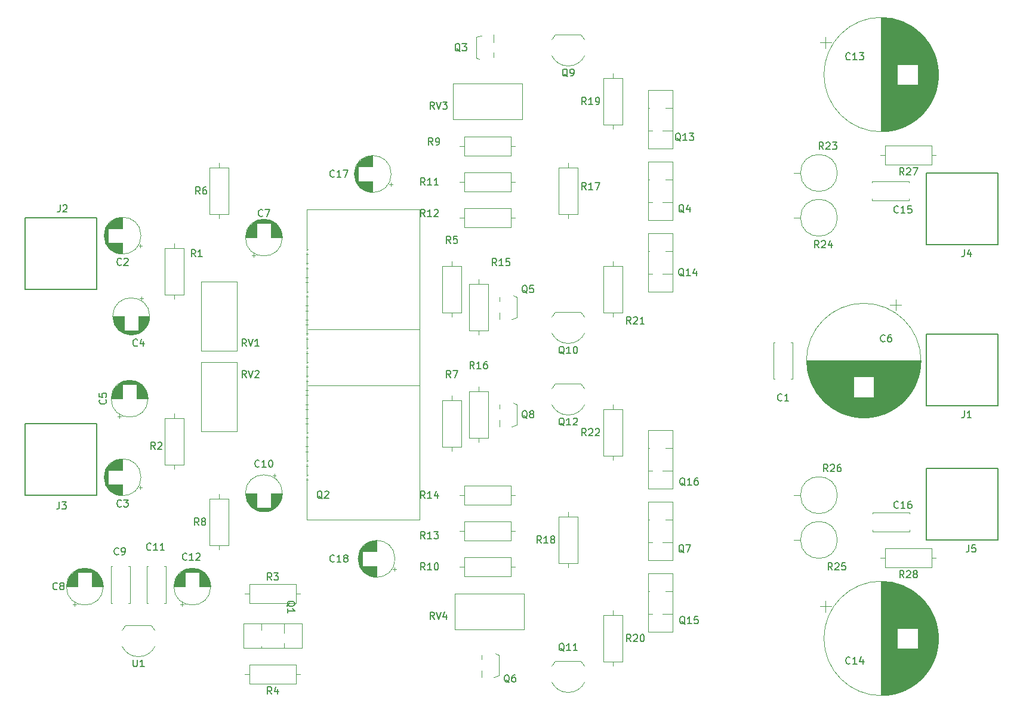
<source format=gto>
G04 #@! TF.GenerationSoftware,KiCad,Pcbnew,5.1.8+dfsg1-1~bpo10+1*
G04 #@! TF.CreationDate,2020-11-20T15:53:06+09:00*
G04 #@! TF.ProjectId,nutubeAMP,6e757475-6265-4414-9d50-2e6b69636164,1*
G04 #@! TF.SameCoordinates,Original*
G04 #@! TF.FileFunction,Legend,Top*
G04 #@! TF.FilePolarity,Positive*
%FSLAX46Y46*%
G04 Gerber Fmt 4.6, Leading zero omitted, Abs format (unit mm)*
G04 Created by KiCad (PCBNEW 5.1.8+dfsg1-1~bpo10+1) date 2020-11-20 15:53:06*
%MOMM*%
%LPD*%
G01*
G04 APERTURE LIST*
%ADD10C,0.120000*%
%ADD11C,0.150000*%
%ADD12C,2.200000*%
%ADD13O,2.200000X1.600000*%
%ADD14R,2.200000X2.200000*%
%ADD15O,2.200000X2.200000*%
%ADD16R,1.600000X1.600000*%
%ADD17C,1.600000*%
%ADD18R,2.400000X2.400000*%
%ADD19C,2.400000*%
%ADD20C,3.200000*%
%ADD21O,3.600000X1.800000*%
%ADD22O,2.400000X2.400000*%
%ADD23C,2.100000*%
G04 APERTURE END LIST*
D10*
X118840000Y-76300000D02*
X118840000Y-73560000D01*
X118840000Y-73560000D02*
X112300000Y-73560000D01*
X112300000Y-73560000D02*
X112300000Y-76300000D01*
X112300000Y-76300000D02*
X118840000Y-76300000D01*
X119610000Y-74930000D02*
X118840000Y-74930000D01*
X111530000Y-74930000D02*
X112300000Y-74930000D01*
X90110000Y-117200000D02*
X89835000Y-117200000D01*
X90110000Y-116480000D02*
X89835000Y-116480000D01*
X90110000Y-115200000D02*
X89762917Y-115200000D01*
X90110000Y-114480000D02*
X89762917Y-114480000D01*
X90110000Y-113200000D02*
X89762917Y-113200000D01*
X90110000Y-112480000D02*
X89762917Y-112480000D01*
X90110000Y-111200000D02*
X89762917Y-111200000D01*
X90110000Y-110480000D02*
X89762917Y-110480000D01*
X90110000Y-109200000D02*
X89762917Y-109200000D01*
X90110000Y-108480000D02*
X89762917Y-108480000D01*
X90110000Y-107200000D02*
X89762917Y-107200000D01*
X90110000Y-106480000D02*
X89762917Y-106480000D01*
X90110000Y-105200000D02*
X89762917Y-105200000D01*
X90110000Y-104480000D02*
X89762917Y-104480000D01*
X90110000Y-103200000D02*
X89762917Y-103200000D01*
X90110000Y-102480000D02*
X89762917Y-102480000D01*
X90110000Y-101200000D02*
X89762917Y-101200000D01*
X90110000Y-100480000D02*
X89762917Y-100480000D01*
X90110000Y-99200000D02*
X89762917Y-99200000D01*
X90110000Y-98480000D02*
X89762917Y-98480000D01*
X90110000Y-97200000D02*
X89762917Y-97200000D01*
X90110000Y-96480000D02*
X89762917Y-96480000D01*
X90110000Y-95200000D02*
X89762917Y-95200000D01*
X90110000Y-94480000D02*
X89762917Y-94480000D01*
X90110000Y-93200000D02*
X89762917Y-93200000D01*
X90110000Y-92480000D02*
X89762917Y-92480000D01*
X90110000Y-91200000D02*
X89762917Y-91200000D01*
X90110000Y-90480000D02*
X89762917Y-90480000D01*
X90110000Y-89200000D02*
X89762917Y-89200000D01*
X90110000Y-88480000D02*
X89762917Y-88480000D01*
X90110000Y-87200000D02*
X89762917Y-87200000D01*
X90110000Y-86480000D02*
X89762917Y-86480000D01*
X90110000Y-85200000D02*
X89762917Y-85200000D01*
X90110000Y-84480000D02*
X89762917Y-84480000D01*
X96580000Y-103840000D02*
X90110000Y-103840000D01*
X96580000Y-95840000D02*
X90110000Y-95840000D01*
X89900000Y-78840000D02*
X89900000Y-122840000D01*
X89900000Y-122840000D02*
X105900000Y-122840000D01*
X89900000Y-78840000D02*
X105900000Y-78840000D01*
X105900000Y-78840000D02*
X105900000Y-122840000D01*
X96580000Y-103840000D02*
X105900000Y-103840000D01*
X96580000Y-95840000D02*
X105900000Y-95840000D01*
X109120000Y-112490000D02*
X111860000Y-112490000D01*
X111860000Y-112490000D02*
X111860000Y-105950000D01*
X111860000Y-105950000D02*
X109120000Y-105950000D01*
X109120000Y-105950000D02*
X109120000Y-112490000D01*
X110490000Y-113260000D02*
X110490000Y-112490000D01*
X110490000Y-105180000D02*
X110490000Y-105950000D01*
X117170000Y-142040000D02*
X116270000Y-141670000D01*
X117170000Y-144990000D02*
X117170000Y-142040000D01*
X116270000Y-145320000D02*
X117170000Y-144990000D01*
X114720000Y-145440000D02*
X114870000Y-145470000D01*
X114720000Y-141590000D02*
X114720000Y-145440000D01*
X119710000Y-106480000D02*
X118810000Y-106110000D01*
X119710000Y-109430000D02*
X119710000Y-106480000D01*
X118810000Y-109760000D02*
X119710000Y-109430000D01*
X117260000Y-109880000D02*
X117410000Y-109910000D01*
X117260000Y-106030000D02*
X117260000Y-109880000D01*
X116420000Y-57800000D02*
X116420000Y-53950000D01*
X116420000Y-53950000D02*
X116270000Y-53920000D01*
X114870000Y-54070000D02*
X113970000Y-54400000D01*
X113970000Y-54400000D02*
X113970000Y-57350000D01*
X113970000Y-57350000D02*
X114870000Y-57720000D01*
X117260000Y-90790000D02*
X117260000Y-94640000D01*
X117260000Y-94640000D02*
X117410000Y-94670000D01*
X118810000Y-94520000D02*
X119710000Y-94190000D01*
X119710000Y-94190000D02*
X119710000Y-91240000D01*
X119710000Y-91240000D02*
X118810000Y-90870000D01*
X158850000Y-97670000D02*
X158850000Y-102910000D01*
X156110000Y-97670000D02*
X156110000Y-102910000D01*
X158850000Y-97670000D02*
X158535000Y-97670000D01*
X156425000Y-97670000D02*
X156110000Y-97670000D01*
X158850000Y-102910000D02*
X158535000Y-102910000D01*
X156425000Y-102910000D02*
X156110000Y-102910000D01*
X66390000Y-82550000D02*
G75*
G03*
X66390000Y-82550000I-2620000J0D01*
G01*
X63770000Y-81510000D02*
X63770000Y-79970000D01*
X63770000Y-85130000D02*
X63770000Y-83590000D01*
X63730000Y-81510000D02*
X63730000Y-79970000D01*
X63730000Y-85130000D02*
X63730000Y-83590000D01*
X63690000Y-85129000D02*
X63690000Y-83590000D01*
X63690000Y-81510000D02*
X63690000Y-79971000D01*
X63650000Y-85128000D02*
X63650000Y-83590000D01*
X63650000Y-81510000D02*
X63650000Y-79972000D01*
X63610000Y-85126000D02*
X63610000Y-83590000D01*
X63610000Y-81510000D02*
X63610000Y-79974000D01*
X63570000Y-85123000D02*
X63570000Y-83590000D01*
X63570000Y-81510000D02*
X63570000Y-79977000D01*
X63530000Y-85119000D02*
X63530000Y-83590000D01*
X63530000Y-81510000D02*
X63530000Y-79981000D01*
X63490000Y-85115000D02*
X63490000Y-83590000D01*
X63490000Y-81510000D02*
X63490000Y-79985000D01*
X63450000Y-85111000D02*
X63450000Y-83590000D01*
X63450000Y-81510000D02*
X63450000Y-79989000D01*
X63410000Y-85106000D02*
X63410000Y-83590000D01*
X63410000Y-81510000D02*
X63410000Y-79994000D01*
X63370000Y-85100000D02*
X63370000Y-83590000D01*
X63370000Y-81510000D02*
X63370000Y-80000000D01*
X63330000Y-85093000D02*
X63330000Y-83590000D01*
X63330000Y-81510000D02*
X63330000Y-80007000D01*
X63290000Y-85086000D02*
X63290000Y-83590000D01*
X63290000Y-81510000D02*
X63290000Y-80014000D01*
X63250000Y-85078000D02*
X63250000Y-83590000D01*
X63250000Y-81510000D02*
X63250000Y-80022000D01*
X63210000Y-85070000D02*
X63210000Y-83590000D01*
X63210000Y-81510000D02*
X63210000Y-80030000D01*
X63170000Y-85061000D02*
X63170000Y-83590000D01*
X63170000Y-81510000D02*
X63170000Y-80039000D01*
X63130000Y-85051000D02*
X63130000Y-83590000D01*
X63130000Y-81510000D02*
X63130000Y-80049000D01*
X63090000Y-85041000D02*
X63090000Y-83590000D01*
X63090000Y-81510000D02*
X63090000Y-80059000D01*
X63049000Y-85030000D02*
X63049000Y-83590000D01*
X63049000Y-81510000D02*
X63049000Y-80070000D01*
X63009000Y-85018000D02*
X63009000Y-83590000D01*
X63009000Y-81510000D02*
X63009000Y-80082000D01*
X62969000Y-85005000D02*
X62969000Y-83590000D01*
X62969000Y-81510000D02*
X62969000Y-80095000D01*
X62929000Y-84992000D02*
X62929000Y-83590000D01*
X62929000Y-81510000D02*
X62929000Y-80108000D01*
X62889000Y-84978000D02*
X62889000Y-83590000D01*
X62889000Y-81510000D02*
X62889000Y-80122000D01*
X62849000Y-84964000D02*
X62849000Y-83590000D01*
X62849000Y-81510000D02*
X62849000Y-80136000D01*
X62809000Y-84948000D02*
X62809000Y-83590000D01*
X62809000Y-81510000D02*
X62809000Y-80152000D01*
X62769000Y-84932000D02*
X62769000Y-83590000D01*
X62769000Y-81510000D02*
X62769000Y-80168000D01*
X62729000Y-84915000D02*
X62729000Y-83590000D01*
X62729000Y-81510000D02*
X62729000Y-80185000D01*
X62689000Y-84898000D02*
X62689000Y-83590000D01*
X62689000Y-81510000D02*
X62689000Y-80202000D01*
X62649000Y-84879000D02*
X62649000Y-83590000D01*
X62649000Y-81510000D02*
X62649000Y-80221000D01*
X62609000Y-84860000D02*
X62609000Y-83590000D01*
X62609000Y-81510000D02*
X62609000Y-80240000D01*
X62569000Y-84840000D02*
X62569000Y-83590000D01*
X62569000Y-81510000D02*
X62569000Y-80260000D01*
X62529000Y-84818000D02*
X62529000Y-83590000D01*
X62529000Y-81510000D02*
X62529000Y-80282000D01*
X62489000Y-84797000D02*
X62489000Y-83590000D01*
X62489000Y-81510000D02*
X62489000Y-80303000D01*
X62449000Y-84774000D02*
X62449000Y-83590000D01*
X62449000Y-81510000D02*
X62449000Y-80326000D01*
X62409000Y-84750000D02*
X62409000Y-83590000D01*
X62409000Y-81510000D02*
X62409000Y-80350000D01*
X62369000Y-84725000D02*
X62369000Y-83590000D01*
X62369000Y-81510000D02*
X62369000Y-80375000D01*
X62329000Y-84699000D02*
X62329000Y-83590000D01*
X62329000Y-81510000D02*
X62329000Y-80401000D01*
X62289000Y-84672000D02*
X62289000Y-83590000D01*
X62289000Y-81510000D02*
X62289000Y-80428000D01*
X62249000Y-84645000D02*
X62249000Y-83590000D01*
X62249000Y-81510000D02*
X62249000Y-80455000D01*
X62209000Y-84615000D02*
X62209000Y-83590000D01*
X62209000Y-81510000D02*
X62209000Y-80485000D01*
X62169000Y-84585000D02*
X62169000Y-83590000D01*
X62169000Y-81510000D02*
X62169000Y-80515000D01*
X62129000Y-84554000D02*
X62129000Y-83590000D01*
X62129000Y-81510000D02*
X62129000Y-80546000D01*
X62089000Y-84521000D02*
X62089000Y-83590000D01*
X62089000Y-81510000D02*
X62089000Y-80579000D01*
X62049000Y-84487000D02*
X62049000Y-83590000D01*
X62049000Y-81510000D02*
X62049000Y-80613000D01*
X62009000Y-84451000D02*
X62009000Y-83590000D01*
X62009000Y-81510000D02*
X62009000Y-80649000D01*
X61969000Y-84414000D02*
X61969000Y-83590000D01*
X61969000Y-81510000D02*
X61969000Y-80686000D01*
X61929000Y-84376000D02*
X61929000Y-83590000D01*
X61929000Y-81510000D02*
X61929000Y-80724000D01*
X61889000Y-84335000D02*
X61889000Y-83590000D01*
X61889000Y-81510000D02*
X61889000Y-80765000D01*
X61849000Y-84293000D02*
X61849000Y-83590000D01*
X61849000Y-81510000D02*
X61849000Y-80807000D01*
X61809000Y-84249000D02*
X61809000Y-83590000D01*
X61809000Y-81510000D02*
X61809000Y-80851000D01*
X61769000Y-84203000D02*
X61769000Y-83590000D01*
X61769000Y-81510000D02*
X61769000Y-80897000D01*
X61729000Y-84155000D02*
X61729000Y-80945000D01*
X61689000Y-84104000D02*
X61689000Y-80996000D01*
X61649000Y-84050000D02*
X61649000Y-81050000D01*
X61609000Y-83993000D02*
X61609000Y-81107000D01*
X61569000Y-83933000D02*
X61569000Y-81167000D01*
X61529000Y-83869000D02*
X61529000Y-81231000D01*
X61489000Y-83801000D02*
X61489000Y-81299000D01*
X61449000Y-83728000D02*
X61449000Y-81372000D01*
X61409000Y-83648000D02*
X61409000Y-81452000D01*
X61369000Y-83561000D02*
X61369000Y-81539000D01*
X61329000Y-83465000D02*
X61329000Y-81635000D01*
X61289000Y-83355000D02*
X61289000Y-81745000D01*
X61249000Y-83227000D02*
X61249000Y-81873000D01*
X61209000Y-83068000D02*
X61209000Y-82032000D01*
X61169000Y-82834000D02*
X61169000Y-82266000D01*
X66574775Y-84025000D02*
X66074775Y-84025000D01*
X66324775Y-84275000D02*
X66324775Y-83775000D01*
X66390000Y-116840000D02*
G75*
G03*
X66390000Y-116840000I-2620000J0D01*
G01*
X63770000Y-115800000D02*
X63770000Y-114260000D01*
X63770000Y-119420000D02*
X63770000Y-117880000D01*
X63730000Y-115800000D02*
X63730000Y-114260000D01*
X63730000Y-119420000D02*
X63730000Y-117880000D01*
X63690000Y-119419000D02*
X63690000Y-117880000D01*
X63690000Y-115800000D02*
X63690000Y-114261000D01*
X63650000Y-119418000D02*
X63650000Y-117880000D01*
X63650000Y-115800000D02*
X63650000Y-114262000D01*
X63610000Y-119416000D02*
X63610000Y-117880000D01*
X63610000Y-115800000D02*
X63610000Y-114264000D01*
X63570000Y-119413000D02*
X63570000Y-117880000D01*
X63570000Y-115800000D02*
X63570000Y-114267000D01*
X63530000Y-119409000D02*
X63530000Y-117880000D01*
X63530000Y-115800000D02*
X63530000Y-114271000D01*
X63490000Y-119405000D02*
X63490000Y-117880000D01*
X63490000Y-115800000D02*
X63490000Y-114275000D01*
X63450000Y-119401000D02*
X63450000Y-117880000D01*
X63450000Y-115800000D02*
X63450000Y-114279000D01*
X63410000Y-119396000D02*
X63410000Y-117880000D01*
X63410000Y-115800000D02*
X63410000Y-114284000D01*
X63370000Y-119390000D02*
X63370000Y-117880000D01*
X63370000Y-115800000D02*
X63370000Y-114290000D01*
X63330000Y-119383000D02*
X63330000Y-117880000D01*
X63330000Y-115800000D02*
X63330000Y-114297000D01*
X63290000Y-119376000D02*
X63290000Y-117880000D01*
X63290000Y-115800000D02*
X63290000Y-114304000D01*
X63250000Y-119368000D02*
X63250000Y-117880000D01*
X63250000Y-115800000D02*
X63250000Y-114312000D01*
X63210000Y-119360000D02*
X63210000Y-117880000D01*
X63210000Y-115800000D02*
X63210000Y-114320000D01*
X63170000Y-119351000D02*
X63170000Y-117880000D01*
X63170000Y-115800000D02*
X63170000Y-114329000D01*
X63130000Y-119341000D02*
X63130000Y-117880000D01*
X63130000Y-115800000D02*
X63130000Y-114339000D01*
X63090000Y-119331000D02*
X63090000Y-117880000D01*
X63090000Y-115800000D02*
X63090000Y-114349000D01*
X63049000Y-119320000D02*
X63049000Y-117880000D01*
X63049000Y-115800000D02*
X63049000Y-114360000D01*
X63009000Y-119308000D02*
X63009000Y-117880000D01*
X63009000Y-115800000D02*
X63009000Y-114372000D01*
X62969000Y-119295000D02*
X62969000Y-117880000D01*
X62969000Y-115800000D02*
X62969000Y-114385000D01*
X62929000Y-119282000D02*
X62929000Y-117880000D01*
X62929000Y-115800000D02*
X62929000Y-114398000D01*
X62889000Y-119268000D02*
X62889000Y-117880000D01*
X62889000Y-115800000D02*
X62889000Y-114412000D01*
X62849000Y-119254000D02*
X62849000Y-117880000D01*
X62849000Y-115800000D02*
X62849000Y-114426000D01*
X62809000Y-119238000D02*
X62809000Y-117880000D01*
X62809000Y-115800000D02*
X62809000Y-114442000D01*
X62769000Y-119222000D02*
X62769000Y-117880000D01*
X62769000Y-115800000D02*
X62769000Y-114458000D01*
X62729000Y-119205000D02*
X62729000Y-117880000D01*
X62729000Y-115800000D02*
X62729000Y-114475000D01*
X62689000Y-119188000D02*
X62689000Y-117880000D01*
X62689000Y-115800000D02*
X62689000Y-114492000D01*
X62649000Y-119169000D02*
X62649000Y-117880000D01*
X62649000Y-115800000D02*
X62649000Y-114511000D01*
X62609000Y-119150000D02*
X62609000Y-117880000D01*
X62609000Y-115800000D02*
X62609000Y-114530000D01*
X62569000Y-119130000D02*
X62569000Y-117880000D01*
X62569000Y-115800000D02*
X62569000Y-114550000D01*
X62529000Y-119108000D02*
X62529000Y-117880000D01*
X62529000Y-115800000D02*
X62529000Y-114572000D01*
X62489000Y-119087000D02*
X62489000Y-117880000D01*
X62489000Y-115800000D02*
X62489000Y-114593000D01*
X62449000Y-119064000D02*
X62449000Y-117880000D01*
X62449000Y-115800000D02*
X62449000Y-114616000D01*
X62409000Y-119040000D02*
X62409000Y-117880000D01*
X62409000Y-115800000D02*
X62409000Y-114640000D01*
X62369000Y-119015000D02*
X62369000Y-117880000D01*
X62369000Y-115800000D02*
X62369000Y-114665000D01*
X62329000Y-118989000D02*
X62329000Y-117880000D01*
X62329000Y-115800000D02*
X62329000Y-114691000D01*
X62289000Y-118962000D02*
X62289000Y-117880000D01*
X62289000Y-115800000D02*
X62289000Y-114718000D01*
X62249000Y-118935000D02*
X62249000Y-117880000D01*
X62249000Y-115800000D02*
X62249000Y-114745000D01*
X62209000Y-118905000D02*
X62209000Y-117880000D01*
X62209000Y-115800000D02*
X62209000Y-114775000D01*
X62169000Y-118875000D02*
X62169000Y-117880000D01*
X62169000Y-115800000D02*
X62169000Y-114805000D01*
X62129000Y-118844000D02*
X62129000Y-117880000D01*
X62129000Y-115800000D02*
X62129000Y-114836000D01*
X62089000Y-118811000D02*
X62089000Y-117880000D01*
X62089000Y-115800000D02*
X62089000Y-114869000D01*
X62049000Y-118777000D02*
X62049000Y-117880000D01*
X62049000Y-115800000D02*
X62049000Y-114903000D01*
X62009000Y-118741000D02*
X62009000Y-117880000D01*
X62009000Y-115800000D02*
X62009000Y-114939000D01*
X61969000Y-118704000D02*
X61969000Y-117880000D01*
X61969000Y-115800000D02*
X61969000Y-114976000D01*
X61929000Y-118666000D02*
X61929000Y-117880000D01*
X61929000Y-115800000D02*
X61929000Y-115014000D01*
X61889000Y-118625000D02*
X61889000Y-117880000D01*
X61889000Y-115800000D02*
X61889000Y-115055000D01*
X61849000Y-118583000D02*
X61849000Y-117880000D01*
X61849000Y-115800000D02*
X61849000Y-115097000D01*
X61809000Y-118539000D02*
X61809000Y-117880000D01*
X61809000Y-115800000D02*
X61809000Y-115141000D01*
X61769000Y-118493000D02*
X61769000Y-117880000D01*
X61769000Y-115800000D02*
X61769000Y-115187000D01*
X61729000Y-118445000D02*
X61729000Y-115235000D01*
X61689000Y-118394000D02*
X61689000Y-115286000D01*
X61649000Y-118340000D02*
X61649000Y-115340000D01*
X61609000Y-118283000D02*
X61609000Y-115397000D01*
X61569000Y-118223000D02*
X61569000Y-115457000D01*
X61529000Y-118159000D02*
X61529000Y-115521000D01*
X61489000Y-118091000D02*
X61489000Y-115589000D01*
X61449000Y-118018000D02*
X61449000Y-115662000D01*
X61409000Y-117938000D02*
X61409000Y-115742000D01*
X61369000Y-117851000D02*
X61369000Y-115829000D01*
X61329000Y-117755000D02*
X61329000Y-115925000D01*
X61289000Y-117645000D02*
X61289000Y-116035000D01*
X61249000Y-117517000D02*
X61249000Y-116163000D01*
X61209000Y-117358000D02*
X61209000Y-116322000D01*
X61169000Y-117124000D02*
X61169000Y-116556000D01*
X66574775Y-118315000D02*
X66074775Y-118315000D01*
X66324775Y-118565000D02*
X66324775Y-118065000D01*
X66725000Y-91445225D02*
X66225000Y-91445225D01*
X66475000Y-91195225D02*
X66475000Y-91695225D01*
X65284000Y-96601000D02*
X64716000Y-96601000D01*
X65518000Y-96561000D02*
X64482000Y-96561000D01*
X65677000Y-96521000D02*
X64323000Y-96521000D01*
X65805000Y-96481000D02*
X64195000Y-96481000D01*
X65915000Y-96441000D02*
X64085000Y-96441000D01*
X66011000Y-96401000D02*
X63989000Y-96401000D01*
X66098000Y-96361000D02*
X63902000Y-96361000D01*
X66178000Y-96321000D02*
X63822000Y-96321000D01*
X66251000Y-96281000D02*
X63749000Y-96281000D01*
X66319000Y-96241000D02*
X63681000Y-96241000D01*
X66383000Y-96201000D02*
X63617000Y-96201000D01*
X66443000Y-96161000D02*
X63557000Y-96161000D01*
X66500000Y-96121000D02*
X63500000Y-96121000D01*
X66554000Y-96081000D02*
X63446000Y-96081000D01*
X66605000Y-96041000D02*
X63395000Y-96041000D01*
X63960000Y-96001000D02*
X63347000Y-96001000D01*
X66653000Y-96001000D02*
X66040000Y-96001000D01*
X63960000Y-95961000D02*
X63301000Y-95961000D01*
X66699000Y-95961000D02*
X66040000Y-95961000D01*
X63960000Y-95921000D02*
X63257000Y-95921000D01*
X66743000Y-95921000D02*
X66040000Y-95921000D01*
X63960000Y-95881000D02*
X63215000Y-95881000D01*
X66785000Y-95881000D02*
X66040000Y-95881000D01*
X63960000Y-95841000D02*
X63174000Y-95841000D01*
X66826000Y-95841000D02*
X66040000Y-95841000D01*
X63960000Y-95801000D02*
X63136000Y-95801000D01*
X66864000Y-95801000D02*
X66040000Y-95801000D01*
X63960000Y-95761000D02*
X63099000Y-95761000D01*
X66901000Y-95761000D02*
X66040000Y-95761000D01*
X63960000Y-95721000D02*
X63063000Y-95721000D01*
X66937000Y-95721000D02*
X66040000Y-95721000D01*
X63960000Y-95681000D02*
X63029000Y-95681000D01*
X66971000Y-95681000D02*
X66040000Y-95681000D01*
X63960000Y-95641000D02*
X62996000Y-95641000D01*
X67004000Y-95641000D02*
X66040000Y-95641000D01*
X63960000Y-95601000D02*
X62965000Y-95601000D01*
X67035000Y-95601000D02*
X66040000Y-95601000D01*
X63960000Y-95561000D02*
X62935000Y-95561000D01*
X67065000Y-95561000D02*
X66040000Y-95561000D01*
X63960000Y-95521000D02*
X62905000Y-95521000D01*
X67095000Y-95521000D02*
X66040000Y-95521000D01*
X63960000Y-95481000D02*
X62878000Y-95481000D01*
X67122000Y-95481000D02*
X66040000Y-95481000D01*
X63960000Y-95441000D02*
X62851000Y-95441000D01*
X67149000Y-95441000D02*
X66040000Y-95441000D01*
X63960000Y-95401000D02*
X62825000Y-95401000D01*
X67175000Y-95401000D02*
X66040000Y-95401000D01*
X63960000Y-95361000D02*
X62800000Y-95361000D01*
X67200000Y-95361000D02*
X66040000Y-95361000D01*
X63960000Y-95321000D02*
X62776000Y-95321000D01*
X67224000Y-95321000D02*
X66040000Y-95321000D01*
X63960000Y-95281000D02*
X62753000Y-95281000D01*
X67247000Y-95281000D02*
X66040000Y-95281000D01*
X63960000Y-95241000D02*
X62732000Y-95241000D01*
X67268000Y-95241000D02*
X66040000Y-95241000D01*
X63960000Y-95201000D02*
X62710000Y-95201000D01*
X67290000Y-95201000D02*
X66040000Y-95201000D01*
X63960000Y-95161000D02*
X62690000Y-95161000D01*
X67310000Y-95161000D02*
X66040000Y-95161000D01*
X63960000Y-95121000D02*
X62671000Y-95121000D01*
X67329000Y-95121000D02*
X66040000Y-95121000D01*
X63960000Y-95081000D02*
X62652000Y-95081000D01*
X67348000Y-95081000D02*
X66040000Y-95081000D01*
X63960000Y-95041000D02*
X62635000Y-95041000D01*
X67365000Y-95041000D02*
X66040000Y-95041000D01*
X63960000Y-95001000D02*
X62618000Y-95001000D01*
X67382000Y-95001000D02*
X66040000Y-95001000D01*
X63960000Y-94961000D02*
X62602000Y-94961000D01*
X67398000Y-94961000D02*
X66040000Y-94961000D01*
X63960000Y-94921000D02*
X62586000Y-94921000D01*
X67414000Y-94921000D02*
X66040000Y-94921000D01*
X63960000Y-94881000D02*
X62572000Y-94881000D01*
X67428000Y-94881000D02*
X66040000Y-94881000D01*
X63960000Y-94841000D02*
X62558000Y-94841000D01*
X67442000Y-94841000D02*
X66040000Y-94841000D01*
X63960000Y-94801000D02*
X62545000Y-94801000D01*
X67455000Y-94801000D02*
X66040000Y-94801000D01*
X63960000Y-94761000D02*
X62532000Y-94761000D01*
X67468000Y-94761000D02*
X66040000Y-94761000D01*
X63960000Y-94721000D02*
X62520000Y-94721000D01*
X67480000Y-94721000D02*
X66040000Y-94721000D01*
X63960000Y-94680000D02*
X62509000Y-94680000D01*
X67491000Y-94680000D02*
X66040000Y-94680000D01*
X63960000Y-94640000D02*
X62499000Y-94640000D01*
X67501000Y-94640000D02*
X66040000Y-94640000D01*
X63960000Y-94600000D02*
X62489000Y-94600000D01*
X67511000Y-94600000D02*
X66040000Y-94600000D01*
X63960000Y-94560000D02*
X62480000Y-94560000D01*
X67520000Y-94560000D02*
X66040000Y-94560000D01*
X63960000Y-94520000D02*
X62472000Y-94520000D01*
X67528000Y-94520000D02*
X66040000Y-94520000D01*
X63960000Y-94480000D02*
X62464000Y-94480000D01*
X67536000Y-94480000D02*
X66040000Y-94480000D01*
X63960000Y-94440000D02*
X62457000Y-94440000D01*
X67543000Y-94440000D02*
X66040000Y-94440000D01*
X63960000Y-94400000D02*
X62450000Y-94400000D01*
X67550000Y-94400000D02*
X66040000Y-94400000D01*
X63960000Y-94360000D02*
X62444000Y-94360000D01*
X67556000Y-94360000D02*
X66040000Y-94360000D01*
X63960000Y-94320000D02*
X62439000Y-94320000D01*
X67561000Y-94320000D02*
X66040000Y-94320000D01*
X63960000Y-94280000D02*
X62435000Y-94280000D01*
X67565000Y-94280000D02*
X66040000Y-94280000D01*
X63960000Y-94240000D02*
X62431000Y-94240000D01*
X67569000Y-94240000D02*
X66040000Y-94240000D01*
X63960000Y-94200000D02*
X62427000Y-94200000D01*
X67573000Y-94200000D02*
X66040000Y-94200000D01*
X63960000Y-94160000D02*
X62424000Y-94160000D01*
X67576000Y-94160000D02*
X66040000Y-94160000D01*
X63960000Y-94120000D02*
X62422000Y-94120000D01*
X67578000Y-94120000D02*
X66040000Y-94120000D01*
X63960000Y-94080000D02*
X62421000Y-94080000D01*
X67579000Y-94080000D02*
X66040000Y-94080000D01*
X67580000Y-94040000D02*
X66040000Y-94040000D01*
X63960000Y-94040000D02*
X62420000Y-94040000D01*
X67580000Y-94000000D02*
X66040000Y-94000000D01*
X63960000Y-94000000D02*
X62420000Y-94000000D01*
X67620000Y-94000000D02*
G75*
G03*
X67620000Y-94000000I-2620000J0D01*
G01*
X63045000Y-108234775D02*
X63545000Y-108234775D01*
X63295000Y-108484775D02*
X63295000Y-107984775D01*
X64486000Y-103079000D02*
X65054000Y-103079000D01*
X64252000Y-103119000D02*
X65288000Y-103119000D01*
X64093000Y-103159000D02*
X65447000Y-103159000D01*
X63965000Y-103199000D02*
X65575000Y-103199000D01*
X63855000Y-103239000D02*
X65685000Y-103239000D01*
X63759000Y-103279000D02*
X65781000Y-103279000D01*
X63672000Y-103319000D02*
X65868000Y-103319000D01*
X63592000Y-103359000D02*
X65948000Y-103359000D01*
X63519000Y-103399000D02*
X66021000Y-103399000D01*
X63451000Y-103439000D02*
X66089000Y-103439000D01*
X63387000Y-103479000D02*
X66153000Y-103479000D01*
X63327000Y-103519000D02*
X66213000Y-103519000D01*
X63270000Y-103559000D02*
X66270000Y-103559000D01*
X63216000Y-103599000D02*
X66324000Y-103599000D01*
X63165000Y-103639000D02*
X66375000Y-103639000D01*
X65810000Y-103679000D02*
X66423000Y-103679000D01*
X63117000Y-103679000D02*
X63730000Y-103679000D01*
X65810000Y-103719000D02*
X66469000Y-103719000D01*
X63071000Y-103719000D02*
X63730000Y-103719000D01*
X65810000Y-103759000D02*
X66513000Y-103759000D01*
X63027000Y-103759000D02*
X63730000Y-103759000D01*
X65810000Y-103799000D02*
X66555000Y-103799000D01*
X62985000Y-103799000D02*
X63730000Y-103799000D01*
X65810000Y-103839000D02*
X66596000Y-103839000D01*
X62944000Y-103839000D02*
X63730000Y-103839000D01*
X65810000Y-103879000D02*
X66634000Y-103879000D01*
X62906000Y-103879000D02*
X63730000Y-103879000D01*
X65810000Y-103919000D02*
X66671000Y-103919000D01*
X62869000Y-103919000D02*
X63730000Y-103919000D01*
X65810000Y-103959000D02*
X66707000Y-103959000D01*
X62833000Y-103959000D02*
X63730000Y-103959000D01*
X65810000Y-103999000D02*
X66741000Y-103999000D01*
X62799000Y-103999000D02*
X63730000Y-103999000D01*
X65810000Y-104039000D02*
X66774000Y-104039000D01*
X62766000Y-104039000D02*
X63730000Y-104039000D01*
X65810000Y-104079000D02*
X66805000Y-104079000D01*
X62735000Y-104079000D02*
X63730000Y-104079000D01*
X65810000Y-104119000D02*
X66835000Y-104119000D01*
X62705000Y-104119000D02*
X63730000Y-104119000D01*
X65810000Y-104159000D02*
X66865000Y-104159000D01*
X62675000Y-104159000D02*
X63730000Y-104159000D01*
X65810000Y-104199000D02*
X66892000Y-104199000D01*
X62648000Y-104199000D02*
X63730000Y-104199000D01*
X65810000Y-104239000D02*
X66919000Y-104239000D01*
X62621000Y-104239000D02*
X63730000Y-104239000D01*
X65810000Y-104279000D02*
X66945000Y-104279000D01*
X62595000Y-104279000D02*
X63730000Y-104279000D01*
X65810000Y-104319000D02*
X66970000Y-104319000D01*
X62570000Y-104319000D02*
X63730000Y-104319000D01*
X65810000Y-104359000D02*
X66994000Y-104359000D01*
X62546000Y-104359000D02*
X63730000Y-104359000D01*
X65810000Y-104399000D02*
X67017000Y-104399000D01*
X62523000Y-104399000D02*
X63730000Y-104399000D01*
X65810000Y-104439000D02*
X67038000Y-104439000D01*
X62502000Y-104439000D02*
X63730000Y-104439000D01*
X65810000Y-104479000D02*
X67060000Y-104479000D01*
X62480000Y-104479000D02*
X63730000Y-104479000D01*
X65810000Y-104519000D02*
X67080000Y-104519000D01*
X62460000Y-104519000D02*
X63730000Y-104519000D01*
X65810000Y-104559000D02*
X67099000Y-104559000D01*
X62441000Y-104559000D02*
X63730000Y-104559000D01*
X65810000Y-104599000D02*
X67118000Y-104599000D01*
X62422000Y-104599000D02*
X63730000Y-104599000D01*
X65810000Y-104639000D02*
X67135000Y-104639000D01*
X62405000Y-104639000D02*
X63730000Y-104639000D01*
X65810000Y-104679000D02*
X67152000Y-104679000D01*
X62388000Y-104679000D02*
X63730000Y-104679000D01*
X65810000Y-104719000D02*
X67168000Y-104719000D01*
X62372000Y-104719000D02*
X63730000Y-104719000D01*
X65810000Y-104759000D02*
X67184000Y-104759000D01*
X62356000Y-104759000D02*
X63730000Y-104759000D01*
X65810000Y-104799000D02*
X67198000Y-104799000D01*
X62342000Y-104799000D02*
X63730000Y-104799000D01*
X65810000Y-104839000D02*
X67212000Y-104839000D01*
X62328000Y-104839000D02*
X63730000Y-104839000D01*
X65810000Y-104879000D02*
X67225000Y-104879000D01*
X62315000Y-104879000D02*
X63730000Y-104879000D01*
X65810000Y-104919000D02*
X67238000Y-104919000D01*
X62302000Y-104919000D02*
X63730000Y-104919000D01*
X65810000Y-104959000D02*
X67250000Y-104959000D01*
X62290000Y-104959000D02*
X63730000Y-104959000D01*
X65810000Y-105000000D02*
X67261000Y-105000000D01*
X62279000Y-105000000D02*
X63730000Y-105000000D01*
X65810000Y-105040000D02*
X67271000Y-105040000D01*
X62269000Y-105040000D02*
X63730000Y-105040000D01*
X65810000Y-105080000D02*
X67281000Y-105080000D01*
X62259000Y-105080000D02*
X63730000Y-105080000D01*
X65810000Y-105120000D02*
X67290000Y-105120000D01*
X62250000Y-105120000D02*
X63730000Y-105120000D01*
X65810000Y-105160000D02*
X67298000Y-105160000D01*
X62242000Y-105160000D02*
X63730000Y-105160000D01*
X65810000Y-105200000D02*
X67306000Y-105200000D01*
X62234000Y-105200000D02*
X63730000Y-105200000D01*
X65810000Y-105240000D02*
X67313000Y-105240000D01*
X62227000Y-105240000D02*
X63730000Y-105240000D01*
X65810000Y-105280000D02*
X67320000Y-105280000D01*
X62220000Y-105280000D02*
X63730000Y-105280000D01*
X65810000Y-105320000D02*
X67326000Y-105320000D01*
X62214000Y-105320000D02*
X63730000Y-105320000D01*
X65810000Y-105360000D02*
X67331000Y-105360000D01*
X62209000Y-105360000D02*
X63730000Y-105360000D01*
X65810000Y-105400000D02*
X67335000Y-105400000D01*
X62205000Y-105400000D02*
X63730000Y-105400000D01*
X65810000Y-105440000D02*
X67339000Y-105440000D01*
X62201000Y-105440000D02*
X63730000Y-105440000D01*
X65810000Y-105480000D02*
X67343000Y-105480000D01*
X62197000Y-105480000D02*
X63730000Y-105480000D01*
X65810000Y-105520000D02*
X67346000Y-105520000D01*
X62194000Y-105520000D02*
X63730000Y-105520000D01*
X65810000Y-105560000D02*
X67348000Y-105560000D01*
X62192000Y-105560000D02*
X63730000Y-105560000D01*
X65810000Y-105600000D02*
X67349000Y-105600000D01*
X62191000Y-105600000D02*
X63730000Y-105600000D01*
X62190000Y-105640000D02*
X63730000Y-105640000D01*
X65810000Y-105640000D02*
X67350000Y-105640000D01*
X62190000Y-105680000D02*
X63730000Y-105680000D01*
X65810000Y-105680000D02*
X67350000Y-105680000D01*
X67390000Y-105680000D02*
G75*
G03*
X67390000Y-105680000I-2620000J0D01*
G01*
X174265000Y-92380509D02*
X172665000Y-92380509D01*
X173465000Y-91580509D02*
X173465000Y-93180509D01*
X169675000Y-108351000D02*
X168145000Y-108351000D01*
X170008000Y-108311000D02*
X167812000Y-108311000D01*
X170261000Y-108271000D02*
X167559000Y-108271000D01*
X170474000Y-108231000D02*
X167346000Y-108231000D01*
X170662000Y-108191000D02*
X167158000Y-108191000D01*
X170830000Y-108151000D02*
X166990000Y-108151000D01*
X170984000Y-108111000D02*
X166836000Y-108111000D01*
X171128000Y-108071000D02*
X166692000Y-108071000D01*
X171261000Y-108031000D02*
X166559000Y-108031000D01*
X171388000Y-107991000D02*
X166432000Y-107991000D01*
X171507000Y-107951000D02*
X166313000Y-107951000D01*
X171621000Y-107911000D02*
X166199000Y-107911000D01*
X171730000Y-107871000D02*
X166090000Y-107871000D01*
X171834000Y-107831000D02*
X165986000Y-107831000D01*
X171934000Y-107791000D02*
X165886000Y-107791000D01*
X172030000Y-107751000D02*
X165790000Y-107751000D01*
X172123000Y-107711000D02*
X165697000Y-107711000D01*
X172213000Y-107671000D02*
X165607000Y-107671000D01*
X172300000Y-107631000D02*
X165520000Y-107631000D01*
X172385000Y-107591000D02*
X165435000Y-107591000D01*
X172467000Y-107551000D02*
X165353000Y-107551000D01*
X172547000Y-107511000D02*
X165273000Y-107511000D01*
X172625000Y-107471000D02*
X165195000Y-107471000D01*
X172700000Y-107431000D02*
X165120000Y-107431000D01*
X172774000Y-107391000D02*
X165046000Y-107391000D01*
X172846000Y-107351000D02*
X164974000Y-107351000D01*
X172917000Y-107311000D02*
X164903000Y-107311000D01*
X172986000Y-107271000D02*
X164834000Y-107271000D01*
X173053000Y-107231000D02*
X164767000Y-107231000D01*
X173119000Y-107191000D02*
X164701000Y-107191000D01*
X173183000Y-107151000D02*
X164637000Y-107151000D01*
X173246000Y-107111000D02*
X164574000Y-107111000D01*
X173308000Y-107071000D02*
X164512000Y-107071000D01*
X173369000Y-107031000D02*
X164451000Y-107031000D01*
X173429000Y-106991000D02*
X164391000Y-106991000D01*
X173487000Y-106951000D02*
X164333000Y-106951000D01*
X173544000Y-106911000D02*
X164276000Y-106911000D01*
X173601000Y-106871000D02*
X164219000Y-106871000D01*
X173656000Y-106831000D02*
X164164000Y-106831000D01*
X173710000Y-106791000D02*
X164110000Y-106791000D01*
X173764000Y-106751000D02*
X164056000Y-106751000D01*
X173816000Y-106711000D02*
X164004000Y-106711000D01*
X173868000Y-106671000D02*
X163952000Y-106671000D01*
X173919000Y-106631000D02*
X163901000Y-106631000D01*
X173969000Y-106591000D02*
X163851000Y-106591000D01*
X174018000Y-106551000D02*
X163802000Y-106551000D01*
X174066000Y-106511000D02*
X163754000Y-106511000D01*
X174114000Y-106471000D02*
X163706000Y-106471000D01*
X174161000Y-106431000D02*
X163659000Y-106431000D01*
X174207000Y-106391000D02*
X163613000Y-106391000D01*
X174253000Y-106351000D02*
X163567000Y-106351000D01*
X174298000Y-106311000D02*
X163522000Y-106311000D01*
X174342000Y-106271000D02*
X163478000Y-106271000D01*
X174385000Y-106231000D02*
X163435000Y-106231000D01*
X174428000Y-106191000D02*
X163392000Y-106191000D01*
X174470000Y-106151000D02*
X163350000Y-106151000D01*
X174512000Y-106111000D02*
X163308000Y-106111000D01*
X174553000Y-106071000D02*
X163267000Y-106071000D01*
X174594000Y-106031000D02*
X163226000Y-106031000D01*
X174634000Y-105991000D02*
X163186000Y-105991000D01*
X174673000Y-105951000D02*
X163147000Y-105951000D01*
X174712000Y-105911000D02*
X163108000Y-105911000D01*
X174750000Y-105871000D02*
X163070000Y-105871000D01*
X174788000Y-105831000D02*
X163032000Y-105831000D01*
X174826000Y-105791000D02*
X162994000Y-105791000D01*
X174862000Y-105751000D02*
X162958000Y-105751000D01*
X174899000Y-105711000D02*
X162921000Y-105711000D01*
X174935000Y-105671000D02*
X162885000Y-105671000D01*
X174970000Y-105631000D02*
X162850000Y-105631000D01*
X175005000Y-105591000D02*
X162815000Y-105591000D01*
X175039000Y-105551000D02*
X162781000Y-105551000D01*
X175073000Y-105511000D02*
X162747000Y-105511000D01*
X175107000Y-105471000D02*
X162713000Y-105471000D01*
X167470000Y-105431000D02*
X162680000Y-105431000D01*
X175140000Y-105431000D02*
X170350000Y-105431000D01*
X167470000Y-105391000D02*
X162647000Y-105391000D01*
X175173000Y-105391000D02*
X170350000Y-105391000D01*
X167470000Y-105351000D02*
X162615000Y-105351000D01*
X175205000Y-105351000D02*
X170350000Y-105351000D01*
X167470000Y-105311000D02*
X162583000Y-105311000D01*
X175237000Y-105311000D02*
X170350000Y-105311000D01*
X167470000Y-105271000D02*
X162552000Y-105271000D01*
X175268000Y-105271000D02*
X170350000Y-105271000D01*
X167470000Y-105231000D02*
X162520000Y-105231000D01*
X175300000Y-105231000D02*
X170350000Y-105231000D01*
X167470000Y-105191000D02*
X162490000Y-105191000D01*
X175330000Y-105191000D02*
X170350000Y-105191000D01*
X167470000Y-105151000D02*
X162460000Y-105151000D01*
X175360000Y-105151000D02*
X170350000Y-105151000D01*
X167470000Y-105111000D02*
X162430000Y-105111000D01*
X175390000Y-105111000D02*
X170350000Y-105111000D01*
X167470000Y-105071000D02*
X162400000Y-105071000D01*
X175420000Y-105071000D02*
X170350000Y-105071000D01*
X167470000Y-105031000D02*
X162371000Y-105031000D01*
X175449000Y-105031000D02*
X170350000Y-105031000D01*
X167470000Y-104991000D02*
X162342000Y-104991000D01*
X175478000Y-104991000D02*
X170350000Y-104991000D01*
X167470000Y-104951000D02*
X162314000Y-104951000D01*
X175506000Y-104951000D02*
X170350000Y-104951000D01*
X167470000Y-104911000D02*
X162286000Y-104911000D01*
X175534000Y-104911000D02*
X170350000Y-104911000D01*
X167470000Y-104871000D02*
X162258000Y-104871000D01*
X175562000Y-104871000D02*
X170350000Y-104871000D01*
X167470000Y-104831000D02*
X162231000Y-104831000D01*
X175589000Y-104831000D02*
X170350000Y-104831000D01*
X167470000Y-104791000D02*
X162204000Y-104791000D01*
X175616000Y-104791000D02*
X170350000Y-104791000D01*
X167470000Y-104751000D02*
X162177000Y-104751000D01*
X175643000Y-104751000D02*
X170350000Y-104751000D01*
X167470000Y-104711000D02*
X162151000Y-104711000D01*
X175669000Y-104711000D02*
X170350000Y-104711000D01*
X167470000Y-104671000D02*
X162125000Y-104671000D01*
X175695000Y-104671000D02*
X170350000Y-104671000D01*
X167470000Y-104631000D02*
X162099000Y-104631000D01*
X175721000Y-104631000D02*
X170350000Y-104631000D01*
X167470000Y-104591000D02*
X162074000Y-104591000D01*
X175746000Y-104591000D02*
X170350000Y-104591000D01*
X167470000Y-104551000D02*
X162049000Y-104551000D01*
X175771000Y-104551000D02*
X170350000Y-104551000D01*
X167470000Y-104511000D02*
X162024000Y-104511000D01*
X175796000Y-104511000D02*
X170350000Y-104511000D01*
X167470000Y-104471000D02*
X162000000Y-104471000D01*
X175820000Y-104471000D02*
X170350000Y-104471000D01*
X167470000Y-104431000D02*
X161976000Y-104431000D01*
X175844000Y-104431000D02*
X170350000Y-104431000D01*
X167470000Y-104391000D02*
X161952000Y-104391000D01*
X175868000Y-104391000D02*
X170350000Y-104391000D01*
X167470000Y-104351000D02*
X161929000Y-104351000D01*
X175891000Y-104351000D02*
X170350000Y-104351000D01*
X167470000Y-104311000D02*
X161906000Y-104311000D01*
X175914000Y-104311000D02*
X170350000Y-104311000D01*
X167470000Y-104271000D02*
X161883000Y-104271000D01*
X175937000Y-104271000D02*
X170350000Y-104271000D01*
X167470000Y-104231000D02*
X161861000Y-104231000D01*
X175959000Y-104231000D02*
X170350000Y-104231000D01*
X167470000Y-104191000D02*
X161838000Y-104191000D01*
X175982000Y-104191000D02*
X170350000Y-104191000D01*
X167470000Y-104151000D02*
X161816000Y-104151000D01*
X176004000Y-104151000D02*
X170350000Y-104151000D01*
X167470000Y-104111000D02*
X161795000Y-104111000D01*
X176025000Y-104111000D02*
X170350000Y-104111000D01*
X167470000Y-104071000D02*
X161774000Y-104071000D01*
X176046000Y-104071000D02*
X170350000Y-104071000D01*
X167470000Y-104031000D02*
X161753000Y-104031000D01*
X176067000Y-104031000D02*
X170350000Y-104031000D01*
X167470000Y-103991000D02*
X161732000Y-103991000D01*
X176088000Y-103991000D02*
X170350000Y-103991000D01*
X167470000Y-103951000D02*
X161711000Y-103951000D01*
X176109000Y-103951000D02*
X170350000Y-103951000D01*
X167470000Y-103911000D02*
X161691000Y-103911000D01*
X176129000Y-103911000D02*
X170350000Y-103911000D01*
X167470000Y-103871000D02*
X161671000Y-103871000D01*
X176149000Y-103871000D02*
X170350000Y-103871000D01*
X167470000Y-103831000D02*
X161652000Y-103831000D01*
X176168000Y-103831000D02*
X170350000Y-103831000D01*
X167470000Y-103791000D02*
X161632000Y-103791000D01*
X176188000Y-103791000D02*
X170350000Y-103791000D01*
X167470000Y-103751000D02*
X161613000Y-103751000D01*
X176207000Y-103751000D02*
X170350000Y-103751000D01*
X167470000Y-103711000D02*
X161594000Y-103711000D01*
X176226000Y-103711000D02*
X170350000Y-103711000D01*
X167470000Y-103671000D02*
X161576000Y-103671000D01*
X176244000Y-103671000D02*
X170350000Y-103671000D01*
X167470000Y-103631000D02*
X161557000Y-103631000D01*
X176263000Y-103631000D02*
X170350000Y-103631000D01*
X167470000Y-103591000D02*
X161539000Y-103591000D01*
X176281000Y-103591000D02*
X170350000Y-103591000D01*
X167470000Y-103551000D02*
X161521000Y-103551000D01*
X176299000Y-103551000D02*
X170350000Y-103551000D01*
X167470000Y-103511000D02*
X161504000Y-103511000D01*
X176316000Y-103511000D02*
X170350000Y-103511000D01*
X167470000Y-103471000D02*
X161487000Y-103471000D01*
X176333000Y-103471000D02*
X170350000Y-103471000D01*
X167470000Y-103431000D02*
X161470000Y-103431000D01*
X176350000Y-103431000D02*
X170350000Y-103431000D01*
X167470000Y-103391000D02*
X161453000Y-103391000D01*
X176367000Y-103391000D02*
X170350000Y-103391000D01*
X167470000Y-103351000D02*
X161436000Y-103351000D01*
X176384000Y-103351000D02*
X170350000Y-103351000D01*
X167470000Y-103311000D02*
X161420000Y-103311000D01*
X176400000Y-103311000D02*
X170350000Y-103311000D01*
X167470000Y-103271000D02*
X161404000Y-103271000D01*
X176416000Y-103271000D02*
X170350000Y-103271000D01*
X167470000Y-103231000D02*
X161388000Y-103231000D01*
X176432000Y-103231000D02*
X170350000Y-103231000D01*
X167470000Y-103191000D02*
X161373000Y-103191000D01*
X176447000Y-103191000D02*
X170350000Y-103191000D01*
X167470000Y-103151000D02*
X161357000Y-103151000D01*
X176463000Y-103151000D02*
X170350000Y-103151000D01*
X167470000Y-103111000D02*
X161342000Y-103111000D01*
X176478000Y-103111000D02*
X170350000Y-103111000D01*
X167470000Y-103071000D02*
X161328000Y-103071000D01*
X176492000Y-103071000D02*
X170350000Y-103071000D01*
X167470000Y-103031000D02*
X161313000Y-103031000D01*
X176507000Y-103031000D02*
X170350000Y-103031000D01*
X167470000Y-102991000D02*
X161299000Y-102991000D01*
X176521000Y-102991000D02*
X170350000Y-102991000D01*
X167470000Y-102951000D02*
X161285000Y-102951000D01*
X176535000Y-102951000D02*
X170350000Y-102951000D01*
X167470000Y-102911000D02*
X161271000Y-102911000D01*
X176549000Y-102911000D02*
X170350000Y-102911000D01*
X167470000Y-102871000D02*
X161257000Y-102871000D01*
X176563000Y-102871000D02*
X170350000Y-102871000D01*
X167470000Y-102831000D02*
X161244000Y-102831000D01*
X176576000Y-102831000D02*
X170350000Y-102831000D01*
X167470000Y-102791000D02*
X161230000Y-102791000D01*
X176590000Y-102791000D02*
X170350000Y-102791000D01*
X167470000Y-102751000D02*
X161217000Y-102751000D01*
X176603000Y-102751000D02*
X170350000Y-102751000D01*
X167470000Y-102711000D02*
X161205000Y-102711000D01*
X176615000Y-102711000D02*
X170350000Y-102711000D01*
X167470000Y-102671000D02*
X161192000Y-102671000D01*
X176628000Y-102671000D02*
X170350000Y-102671000D01*
X167470000Y-102631000D02*
X161180000Y-102631000D01*
X176640000Y-102631000D02*
X170350000Y-102631000D01*
X167470000Y-102591000D02*
X161168000Y-102591000D01*
X176652000Y-102591000D02*
X170350000Y-102591000D01*
X176664000Y-102551000D02*
X161156000Y-102551000D01*
X176675000Y-102511000D02*
X161145000Y-102511000D01*
X176687000Y-102471000D02*
X161133000Y-102471000D01*
X176698000Y-102431000D02*
X161122000Y-102431000D01*
X176709000Y-102391000D02*
X161111000Y-102391000D01*
X176720000Y-102351000D02*
X161100000Y-102351000D01*
X176730000Y-102311000D02*
X161090000Y-102311000D01*
X176740000Y-102271000D02*
X161080000Y-102271000D01*
X176750000Y-102231000D02*
X161070000Y-102231000D01*
X176760000Y-102191000D02*
X161060000Y-102191000D01*
X176770000Y-102151000D02*
X161050000Y-102151000D01*
X176779000Y-102111000D02*
X161041000Y-102111000D01*
X176788000Y-102071000D02*
X161032000Y-102071000D01*
X176797000Y-102031000D02*
X161023000Y-102031000D01*
X176806000Y-101991000D02*
X161014000Y-101991000D01*
X176815000Y-101951000D02*
X161005000Y-101951000D01*
X176823000Y-101911000D02*
X160997000Y-101911000D01*
X176831000Y-101871000D02*
X160989000Y-101871000D01*
X176839000Y-101831000D02*
X160981000Y-101831000D01*
X176847000Y-101791000D02*
X160973000Y-101791000D01*
X176854000Y-101751000D02*
X160966000Y-101751000D01*
X176862000Y-101711000D02*
X160958000Y-101711000D01*
X176869000Y-101671000D02*
X160951000Y-101671000D01*
X176876000Y-101631000D02*
X160944000Y-101631000D01*
X176882000Y-101591000D02*
X160938000Y-101591000D01*
X176889000Y-101551000D02*
X160931000Y-101551000D01*
X176895000Y-101511000D02*
X160925000Y-101511000D01*
X176901000Y-101471000D02*
X160919000Y-101471000D01*
X176907000Y-101431000D02*
X160913000Y-101431000D01*
X176913000Y-101391000D02*
X160907000Y-101391000D01*
X176918000Y-101351000D02*
X160902000Y-101351000D01*
X176924000Y-101311000D02*
X160896000Y-101311000D01*
X176929000Y-101271000D02*
X160891000Y-101271000D01*
X176934000Y-101231000D02*
X160886000Y-101231000D01*
X176938000Y-101191000D02*
X160882000Y-101191000D01*
X176943000Y-101151000D02*
X160877000Y-101151000D01*
X176947000Y-101111000D02*
X160873000Y-101111000D01*
X176951000Y-101071000D02*
X160869000Y-101071000D01*
X176955000Y-101031000D02*
X160865000Y-101031000D01*
X176959000Y-100991000D02*
X160861000Y-100991000D01*
X176962000Y-100950000D02*
X160858000Y-100950000D01*
X176965000Y-100910000D02*
X160855000Y-100910000D01*
X176968000Y-100870000D02*
X160852000Y-100870000D01*
X176971000Y-100830000D02*
X160849000Y-100830000D01*
X176974000Y-100790000D02*
X160846000Y-100790000D01*
X176976000Y-100750000D02*
X160844000Y-100750000D01*
X176979000Y-100710000D02*
X160841000Y-100710000D01*
X176981000Y-100670000D02*
X160839000Y-100670000D01*
X176983000Y-100630000D02*
X160837000Y-100630000D01*
X176984000Y-100590000D02*
X160836000Y-100590000D01*
X176986000Y-100550000D02*
X160834000Y-100550000D01*
X176987000Y-100510000D02*
X160833000Y-100510000D01*
X176988000Y-100470000D02*
X160832000Y-100470000D01*
X176989000Y-100430000D02*
X160831000Y-100430000D01*
X176990000Y-100390000D02*
X160830000Y-100390000D01*
X176990000Y-100350000D02*
X160830000Y-100350000D01*
X176990000Y-100310000D02*
X160830000Y-100310000D01*
X176991000Y-100270000D02*
X160829000Y-100270000D01*
X177030000Y-100270000D02*
G75*
G03*
X177030000Y-100270000I-8120000J0D01*
G01*
X86440000Y-82820000D02*
G75*
G03*
X86440000Y-82820000I-2620000J0D01*
G01*
X84860000Y-82820000D02*
X86400000Y-82820000D01*
X81240000Y-82820000D02*
X82780000Y-82820000D01*
X84860000Y-82780000D02*
X86400000Y-82780000D01*
X81240000Y-82780000D02*
X82780000Y-82780000D01*
X81241000Y-82740000D02*
X82780000Y-82740000D01*
X84860000Y-82740000D02*
X86399000Y-82740000D01*
X81242000Y-82700000D02*
X82780000Y-82700000D01*
X84860000Y-82700000D02*
X86398000Y-82700000D01*
X81244000Y-82660000D02*
X82780000Y-82660000D01*
X84860000Y-82660000D02*
X86396000Y-82660000D01*
X81247000Y-82620000D02*
X82780000Y-82620000D01*
X84860000Y-82620000D02*
X86393000Y-82620000D01*
X81251000Y-82580000D02*
X82780000Y-82580000D01*
X84860000Y-82580000D02*
X86389000Y-82580000D01*
X81255000Y-82540000D02*
X82780000Y-82540000D01*
X84860000Y-82540000D02*
X86385000Y-82540000D01*
X81259000Y-82500000D02*
X82780000Y-82500000D01*
X84860000Y-82500000D02*
X86381000Y-82500000D01*
X81264000Y-82460000D02*
X82780000Y-82460000D01*
X84860000Y-82460000D02*
X86376000Y-82460000D01*
X81270000Y-82420000D02*
X82780000Y-82420000D01*
X84860000Y-82420000D02*
X86370000Y-82420000D01*
X81277000Y-82380000D02*
X82780000Y-82380000D01*
X84860000Y-82380000D02*
X86363000Y-82380000D01*
X81284000Y-82340000D02*
X82780000Y-82340000D01*
X84860000Y-82340000D02*
X86356000Y-82340000D01*
X81292000Y-82300000D02*
X82780000Y-82300000D01*
X84860000Y-82300000D02*
X86348000Y-82300000D01*
X81300000Y-82260000D02*
X82780000Y-82260000D01*
X84860000Y-82260000D02*
X86340000Y-82260000D01*
X81309000Y-82220000D02*
X82780000Y-82220000D01*
X84860000Y-82220000D02*
X86331000Y-82220000D01*
X81319000Y-82180000D02*
X82780000Y-82180000D01*
X84860000Y-82180000D02*
X86321000Y-82180000D01*
X81329000Y-82140000D02*
X82780000Y-82140000D01*
X84860000Y-82140000D02*
X86311000Y-82140000D01*
X81340000Y-82099000D02*
X82780000Y-82099000D01*
X84860000Y-82099000D02*
X86300000Y-82099000D01*
X81352000Y-82059000D02*
X82780000Y-82059000D01*
X84860000Y-82059000D02*
X86288000Y-82059000D01*
X81365000Y-82019000D02*
X82780000Y-82019000D01*
X84860000Y-82019000D02*
X86275000Y-82019000D01*
X81378000Y-81979000D02*
X82780000Y-81979000D01*
X84860000Y-81979000D02*
X86262000Y-81979000D01*
X81392000Y-81939000D02*
X82780000Y-81939000D01*
X84860000Y-81939000D02*
X86248000Y-81939000D01*
X81406000Y-81899000D02*
X82780000Y-81899000D01*
X84860000Y-81899000D02*
X86234000Y-81899000D01*
X81422000Y-81859000D02*
X82780000Y-81859000D01*
X84860000Y-81859000D02*
X86218000Y-81859000D01*
X81438000Y-81819000D02*
X82780000Y-81819000D01*
X84860000Y-81819000D02*
X86202000Y-81819000D01*
X81455000Y-81779000D02*
X82780000Y-81779000D01*
X84860000Y-81779000D02*
X86185000Y-81779000D01*
X81472000Y-81739000D02*
X82780000Y-81739000D01*
X84860000Y-81739000D02*
X86168000Y-81739000D01*
X81491000Y-81699000D02*
X82780000Y-81699000D01*
X84860000Y-81699000D02*
X86149000Y-81699000D01*
X81510000Y-81659000D02*
X82780000Y-81659000D01*
X84860000Y-81659000D02*
X86130000Y-81659000D01*
X81530000Y-81619000D02*
X82780000Y-81619000D01*
X84860000Y-81619000D02*
X86110000Y-81619000D01*
X81552000Y-81579000D02*
X82780000Y-81579000D01*
X84860000Y-81579000D02*
X86088000Y-81579000D01*
X81573000Y-81539000D02*
X82780000Y-81539000D01*
X84860000Y-81539000D02*
X86067000Y-81539000D01*
X81596000Y-81499000D02*
X82780000Y-81499000D01*
X84860000Y-81499000D02*
X86044000Y-81499000D01*
X81620000Y-81459000D02*
X82780000Y-81459000D01*
X84860000Y-81459000D02*
X86020000Y-81459000D01*
X81645000Y-81419000D02*
X82780000Y-81419000D01*
X84860000Y-81419000D02*
X85995000Y-81419000D01*
X81671000Y-81379000D02*
X82780000Y-81379000D01*
X84860000Y-81379000D02*
X85969000Y-81379000D01*
X81698000Y-81339000D02*
X82780000Y-81339000D01*
X84860000Y-81339000D02*
X85942000Y-81339000D01*
X81725000Y-81299000D02*
X82780000Y-81299000D01*
X84860000Y-81299000D02*
X85915000Y-81299000D01*
X81755000Y-81259000D02*
X82780000Y-81259000D01*
X84860000Y-81259000D02*
X85885000Y-81259000D01*
X81785000Y-81219000D02*
X82780000Y-81219000D01*
X84860000Y-81219000D02*
X85855000Y-81219000D01*
X81816000Y-81179000D02*
X82780000Y-81179000D01*
X84860000Y-81179000D02*
X85824000Y-81179000D01*
X81849000Y-81139000D02*
X82780000Y-81139000D01*
X84860000Y-81139000D02*
X85791000Y-81139000D01*
X81883000Y-81099000D02*
X82780000Y-81099000D01*
X84860000Y-81099000D02*
X85757000Y-81099000D01*
X81919000Y-81059000D02*
X82780000Y-81059000D01*
X84860000Y-81059000D02*
X85721000Y-81059000D01*
X81956000Y-81019000D02*
X82780000Y-81019000D01*
X84860000Y-81019000D02*
X85684000Y-81019000D01*
X81994000Y-80979000D02*
X82780000Y-80979000D01*
X84860000Y-80979000D02*
X85646000Y-80979000D01*
X82035000Y-80939000D02*
X82780000Y-80939000D01*
X84860000Y-80939000D02*
X85605000Y-80939000D01*
X82077000Y-80899000D02*
X82780000Y-80899000D01*
X84860000Y-80899000D02*
X85563000Y-80899000D01*
X82121000Y-80859000D02*
X82780000Y-80859000D01*
X84860000Y-80859000D02*
X85519000Y-80859000D01*
X82167000Y-80819000D02*
X82780000Y-80819000D01*
X84860000Y-80819000D02*
X85473000Y-80819000D01*
X82215000Y-80779000D02*
X85425000Y-80779000D01*
X82266000Y-80739000D02*
X85374000Y-80739000D01*
X82320000Y-80699000D02*
X85320000Y-80699000D01*
X82377000Y-80659000D02*
X85263000Y-80659000D01*
X82437000Y-80619000D02*
X85203000Y-80619000D01*
X82501000Y-80579000D02*
X85139000Y-80579000D01*
X82569000Y-80539000D02*
X85071000Y-80539000D01*
X82642000Y-80499000D02*
X84998000Y-80499000D01*
X82722000Y-80459000D02*
X84918000Y-80459000D01*
X82809000Y-80419000D02*
X84831000Y-80419000D01*
X82905000Y-80379000D02*
X84735000Y-80379000D01*
X83015000Y-80339000D02*
X84625000Y-80339000D01*
X83143000Y-80299000D02*
X84497000Y-80299000D01*
X83302000Y-80259000D02*
X84338000Y-80259000D01*
X83536000Y-80219000D02*
X84104000Y-80219000D01*
X82345000Y-85624775D02*
X82345000Y-85124775D01*
X82095000Y-85374775D02*
X82595000Y-85374775D01*
X56695000Y-134904775D02*
X57195000Y-134904775D01*
X56945000Y-135154775D02*
X56945000Y-134654775D01*
X58136000Y-129749000D02*
X58704000Y-129749000D01*
X57902000Y-129789000D02*
X58938000Y-129789000D01*
X57743000Y-129829000D02*
X59097000Y-129829000D01*
X57615000Y-129869000D02*
X59225000Y-129869000D01*
X57505000Y-129909000D02*
X59335000Y-129909000D01*
X57409000Y-129949000D02*
X59431000Y-129949000D01*
X57322000Y-129989000D02*
X59518000Y-129989000D01*
X57242000Y-130029000D02*
X59598000Y-130029000D01*
X57169000Y-130069000D02*
X59671000Y-130069000D01*
X57101000Y-130109000D02*
X59739000Y-130109000D01*
X57037000Y-130149000D02*
X59803000Y-130149000D01*
X56977000Y-130189000D02*
X59863000Y-130189000D01*
X56920000Y-130229000D02*
X59920000Y-130229000D01*
X56866000Y-130269000D02*
X59974000Y-130269000D01*
X56815000Y-130309000D02*
X60025000Y-130309000D01*
X59460000Y-130349000D02*
X60073000Y-130349000D01*
X56767000Y-130349000D02*
X57380000Y-130349000D01*
X59460000Y-130389000D02*
X60119000Y-130389000D01*
X56721000Y-130389000D02*
X57380000Y-130389000D01*
X59460000Y-130429000D02*
X60163000Y-130429000D01*
X56677000Y-130429000D02*
X57380000Y-130429000D01*
X59460000Y-130469000D02*
X60205000Y-130469000D01*
X56635000Y-130469000D02*
X57380000Y-130469000D01*
X59460000Y-130509000D02*
X60246000Y-130509000D01*
X56594000Y-130509000D02*
X57380000Y-130509000D01*
X59460000Y-130549000D02*
X60284000Y-130549000D01*
X56556000Y-130549000D02*
X57380000Y-130549000D01*
X59460000Y-130589000D02*
X60321000Y-130589000D01*
X56519000Y-130589000D02*
X57380000Y-130589000D01*
X59460000Y-130629000D02*
X60357000Y-130629000D01*
X56483000Y-130629000D02*
X57380000Y-130629000D01*
X59460000Y-130669000D02*
X60391000Y-130669000D01*
X56449000Y-130669000D02*
X57380000Y-130669000D01*
X59460000Y-130709000D02*
X60424000Y-130709000D01*
X56416000Y-130709000D02*
X57380000Y-130709000D01*
X59460000Y-130749000D02*
X60455000Y-130749000D01*
X56385000Y-130749000D02*
X57380000Y-130749000D01*
X59460000Y-130789000D02*
X60485000Y-130789000D01*
X56355000Y-130789000D02*
X57380000Y-130789000D01*
X59460000Y-130829000D02*
X60515000Y-130829000D01*
X56325000Y-130829000D02*
X57380000Y-130829000D01*
X59460000Y-130869000D02*
X60542000Y-130869000D01*
X56298000Y-130869000D02*
X57380000Y-130869000D01*
X59460000Y-130909000D02*
X60569000Y-130909000D01*
X56271000Y-130909000D02*
X57380000Y-130909000D01*
X59460000Y-130949000D02*
X60595000Y-130949000D01*
X56245000Y-130949000D02*
X57380000Y-130949000D01*
X59460000Y-130989000D02*
X60620000Y-130989000D01*
X56220000Y-130989000D02*
X57380000Y-130989000D01*
X59460000Y-131029000D02*
X60644000Y-131029000D01*
X56196000Y-131029000D02*
X57380000Y-131029000D01*
X59460000Y-131069000D02*
X60667000Y-131069000D01*
X56173000Y-131069000D02*
X57380000Y-131069000D01*
X59460000Y-131109000D02*
X60688000Y-131109000D01*
X56152000Y-131109000D02*
X57380000Y-131109000D01*
X59460000Y-131149000D02*
X60710000Y-131149000D01*
X56130000Y-131149000D02*
X57380000Y-131149000D01*
X59460000Y-131189000D02*
X60730000Y-131189000D01*
X56110000Y-131189000D02*
X57380000Y-131189000D01*
X59460000Y-131229000D02*
X60749000Y-131229000D01*
X56091000Y-131229000D02*
X57380000Y-131229000D01*
X59460000Y-131269000D02*
X60768000Y-131269000D01*
X56072000Y-131269000D02*
X57380000Y-131269000D01*
X59460000Y-131309000D02*
X60785000Y-131309000D01*
X56055000Y-131309000D02*
X57380000Y-131309000D01*
X59460000Y-131349000D02*
X60802000Y-131349000D01*
X56038000Y-131349000D02*
X57380000Y-131349000D01*
X59460000Y-131389000D02*
X60818000Y-131389000D01*
X56022000Y-131389000D02*
X57380000Y-131389000D01*
X59460000Y-131429000D02*
X60834000Y-131429000D01*
X56006000Y-131429000D02*
X57380000Y-131429000D01*
X59460000Y-131469000D02*
X60848000Y-131469000D01*
X55992000Y-131469000D02*
X57380000Y-131469000D01*
X59460000Y-131509000D02*
X60862000Y-131509000D01*
X55978000Y-131509000D02*
X57380000Y-131509000D01*
X59460000Y-131549000D02*
X60875000Y-131549000D01*
X55965000Y-131549000D02*
X57380000Y-131549000D01*
X59460000Y-131589000D02*
X60888000Y-131589000D01*
X55952000Y-131589000D02*
X57380000Y-131589000D01*
X59460000Y-131629000D02*
X60900000Y-131629000D01*
X55940000Y-131629000D02*
X57380000Y-131629000D01*
X59460000Y-131670000D02*
X60911000Y-131670000D01*
X55929000Y-131670000D02*
X57380000Y-131670000D01*
X59460000Y-131710000D02*
X60921000Y-131710000D01*
X55919000Y-131710000D02*
X57380000Y-131710000D01*
X59460000Y-131750000D02*
X60931000Y-131750000D01*
X55909000Y-131750000D02*
X57380000Y-131750000D01*
X59460000Y-131790000D02*
X60940000Y-131790000D01*
X55900000Y-131790000D02*
X57380000Y-131790000D01*
X59460000Y-131830000D02*
X60948000Y-131830000D01*
X55892000Y-131830000D02*
X57380000Y-131830000D01*
X59460000Y-131870000D02*
X60956000Y-131870000D01*
X55884000Y-131870000D02*
X57380000Y-131870000D01*
X59460000Y-131910000D02*
X60963000Y-131910000D01*
X55877000Y-131910000D02*
X57380000Y-131910000D01*
X59460000Y-131950000D02*
X60970000Y-131950000D01*
X55870000Y-131950000D02*
X57380000Y-131950000D01*
X59460000Y-131990000D02*
X60976000Y-131990000D01*
X55864000Y-131990000D02*
X57380000Y-131990000D01*
X59460000Y-132030000D02*
X60981000Y-132030000D01*
X55859000Y-132030000D02*
X57380000Y-132030000D01*
X59460000Y-132070000D02*
X60985000Y-132070000D01*
X55855000Y-132070000D02*
X57380000Y-132070000D01*
X59460000Y-132110000D02*
X60989000Y-132110000D01*
X55851000Y-132110000D02*
X57380000Y-132110000D01*
X59460000Y-132150000D02*
X60993000Y-132150000D01*
X55847000Y-132150000D02*
X57380000Y-132150000D01*
X59460000Y-132190000D02*
X60996000Y-132190000D01*
X55844000Y-132190000D02*
X57380000Y-132190000D01*
X59460000Y-132230000D02*
X60998000Y-132230000D01*
X55842000Y-132230000D02*
X57380000Y-132230000D01*
X59460000Y-132270000D02*
X60999000Y-132270000D01*
X55841000Y-132270000D02*
X57380000Y-132270000D01*
X55840000Y-132310000D02*
X57380000Y-132310000D01*
X59460000Y-132310000D02*
X61000000Y-132310000D01*
X55840000Y-132350000D02*
X57380000Y-132350000D01*
X59460000Y-132350000D02*
X61000000Y-132350000D01*
X61040000Y-132350000D02*
G75*
G03*
X61040000Y-132350000I-2620000J0D01*
G01*
X64555000Y-129500000D02*
X64870000Y-129500000D01*
X62130000Y-129500000D02*
X62445000Y-129500000D01*
X64555000Y-134740000D02*
X64870000Y-134740000D01*
X62130000Y-134740000D02*
X62445000Y-134740000D01*
X64870000Y-134740000D02*
X64870000Y-129500000D01*
X62130000Y-134740000D02*
X62130000Y-129500000D01*
X85545000Y-116555225D02*
X85045000Y-116555225D01*
X85295000Y-116305225D02*
X85295000Y-116805225D01*
X84104000Y-121711000D02*
X83536000Y-121711000D01*
X84338000Y-121671000D02*
X83302000Y-121671000D01*
X84497000Y-121631000D02*
X83143000Y-121631000D01*
X84625000Y-121591000D02*
X83015000Y-121591000D01*
X84735000Y-121551000D02*
X82905000Y-121551000D01*
X84831000Y-121511000D02*
X82809000Y-121511000D01*
X84918000Y-121471000D02*
X82722000Y-121471000D01*
X84998000Y-121431000D02*
X82642000Y-121431000D01*
X85071000Y-121391000D02*
X82569000Y-121391000D01*
X85139000Y-121351000D02*
X82501000Y-121351000D01*
X85203000Y-121311000D02*
X82437000Y-121311000D01*
X85263000Y-121271000D02*
X82377000Y-121271000D01*
X85320000Y-121231000D02*
X82320000Y-121231000D01*
X85374000Y-121191000D02*
X82266000Y-121191000D01*
X85425000Y-121151000D02*
X82215000Y-121151000D01*
X82780000Y-121111000D02*
X82167000Y-121111000D01*
X85473000Y-121111000D02*
X84860000Y-121111000D01*
X82780000Y-121071000D02*
X82121000Y-121071000D01*
X85519000Y-121071000D02*
X84860000Y-121071000D01*
X82780000Y-121031000D02*
X82077000Y-121031000D01*
X85563000Y-121031000D02*
X84860000Y-121031000D01*
X82780000Y-120991000D02*
X82035000Y-120991000D01*
X85605000Y-120991000D02*
X84860000Y-120991000D01*
X82780000Y-120951000D02*
X81994000Y-120951000D01*
X85646000Y-120951000D02*
X84860000Y-120951000D01*
X82780000Y-120911000D02*
X81956000Y-120911000D01*
X85684000Y-120911000D02*
X84860000Y-120911000D01*
X82780000Y-120871000D02*
X81919000Y-120871000D01*
X85721000Y-120871000D02*
X84860000Y-120871000D01*
X82780000Y-120831000D02*
X81883000Y-120831000D01*
X85757000Y-120831000D02*
X84860000Y-120831000D01*
X82780000Y-120791000D02*
X81849000Y-120791000D01*
X85791000Y-120791000D02*
X84860000Y-120791000D01*
X82780000Y-120751000D02*
X81816000Y-120751000D01*
X85824000Y-120751000D02*
X84860000Y-120751000D01*
X82780000Y-120711000D02*
X81785000Y-120711000D01*
X85855000Y-120711000D02*
X84860000Y-120711000D01*
X82780000Y-120671000D02*
X81755000Y-120671000D01*
X85885000Y-120671000D02*
X84860000Y-120671000D01*
X82780000Y-120631000D02*
X81725000Y-120631000D01*
X85915000Y-120631000D02*
X84860000Y-120631000D01*
X82780000Y-120591000D02*
X81698000Y-120591000D01*
X85942000Y-120591000D02*
X84860000Y-120591000D01*
X82780000Y-120551000D02*
X81671000Y-120551000D01*
X85969000Y-120551000D02*
X84860000Y-120551000D01*
X82780000Y-120511000D02*
X81645000Y-120511000D01*
X85995000Y-120511000D02*
X84860000Y-120511000D01*
X82780000Y-120471000D02*
X81620000Y-120471000D01*
X86020000Y-120471000D02*
X84860000Y-120471000D01*
X82780000Y-120431000D02*
X81596000Y-120431000D01*
X86044000Y-120431000D02*
X84860000Y-120431000D01*
X82780000Y-120391000D02*
X81573000Y-120391000D01*
X86067000Y-120391000D02*
X84860000Y-120391000D01*
X82780000Y-120351000D02*
X81552000Y-120351000D01*
X86088000Y-120351000D02*
X84860000Y-120351000D01*
X82780000Y-120311000D02*
X81530000Y-120311000D01*
X86110000Y-120311000D02*
X84860000Y-120311000D01*
X82780000Y-120271000D02*
X81510000Y-120271000D01*
X86130000Y-120271000D02*
X84860000Y-120271000D01*
X82780000Y-120231000D02*
X81491000Y-120231000D01*
X86149000Y-120231000D02*
X84860000Y-120231000D01*
X82780000Y-120191000D02*
X81472000Y-120191000D01*
X86168000Y-120191000D02*
X84860000Y-120191000D01*
X82780000Y-120151000D02*
X81455000Y-120151000D01*
X86185000Y-120151000D02*
X84860000Y-120151000D01*
X82780000Y-120111000D02*
X81438000Y-120111000D01*
X86202000Y-120111000D02*
X84860000Y-120111000D01*
X82780000Y-120071000D02*
X81422000Y-120071000D01*
X86218000Y-120071000D02*
X84860000Y-120071000D01*
X82780000Y-120031000D02*
X81406000Y-120031000D01*
X86234000Y-120031000D02*
X84860000Y-120031000D01*
X82780000Y-119991000D02*
X81392000Y-119991000D01*
X86248000Y-119991000D02*
X84860000Y-119991000D01*
X82780000Y-119951000D02*
X81378000Y-119951000D01*
X86262000Y-119951000D02*
X84860000Y-119951000D01*
X82780000Y-119911000D02*
X81365000Y-119911000D01*
X86275000Y-119911000D02*
X84860000Y-119911000D01*
X82780000Y-119871000D02*
X81352000Y-119871000D01*
X86288000Y-119871000D02*
X84860000Y-119871000D01*
X82780000Y-119831000D02*
X81340000Y-119831000D01*
X86300000Y-119831000D02*
X84860000Y-119831000D01*
X82780000Y-119790000D02*
X81329000Y-119790000D01*
X86311000Y-119790000D02*
X84860000Y-119790000D01*
X82780000Y-119750000D02*
X81319000Y-119750000D01*
X86321000Y-119750000D02*
X84860000Y-119750000D01*
X82780000Y-119710000D02*
X81309000Y-119710000D01*
X86331000Y-119710000D02*
X84860000Y-119710000D01*
X82780000Y-119670000D02*
X81300000Y-119670000D01*
X86340000Y-119670000D02*
X84860000Y-119670000D01*
X82780000Y-119630000D02*
X81292000Y-119630000D01*
X86348000Y-119630000D02*
X84860000Y-119630000D01*
X82780000Y-119590000D02*
X81284000Y-119590000D01*
X86356000Y-119590000D02*
X84860000Y-119590000D01*
X82780000Y-119550000D02*
X81277000Y-119550000D01*
X86363000Y-119550000D02*
X84860000Y-119550000D01*
X82780000Y-119510000D02*
X81270000Y-119510000D01*
X86370000Y-119510000D02*
X84860000Y-119510000D01*
X82780000Y-119470000D02*
X81264000Y-119470000D01*
X86376000Y-119470000D02*
X84860000Y-119470000D01*
X82780000Y-119430000D02*
X81259000Y-119430000D01*
X86381000Y-119430000D02*
X84860000Y-119430000D01*
X82780000Y-119390000D02*
X81255000Y-119390000D01*
X86385000Y-119390000D02*
X84860000Y-119390000D01*
X82780000Y-119350000D02*
X81251000Y-119350000D01*
X86389000Y-119350000D02*
X84860000Y-119350000D01*
X82780000Y-119310000D02*
X81247000Y-119310000D01*
X86393000Y-119310000D02*
X84860000Y-119310000D01*
X82780000Y-119270000D02*
X81244000Y-119270000D01*
X86396000Y-119270000D02*
X84860000Y-119270000D01*
X82780000Y-119230000D02*
X81242000Y-119230000D01*
X86398000Y-119230000D02*
X84860000Y-119230000D01*
X82780000Y-119190000D02*
X81241000Y-119190000D01*
X86399000Y-119190000D02*
X84860000Y-119190000D01*
X86400000Y-119150000D02*
X84860000Y-119150000D01*
X82780000Y-119150000D02*
X81240000Y-119150000D01*
X86400000Y-119110000D02*
X84860000Y-119110000D01*
X82780000Y-119110000D02*
X81240000Y-119110000D01*
X86440000Y-119110000D02*
G75*
G03*
X86440000Y-119110000I-2620000J0D01*
G01*
X69635000Y-129500000D02*
X69950000Y-129500000D01*
X67210000Y-129500000D02*
X67525000Y-129500000D01*
X69635000Y-134740000D02*
X69950000Y-134740000D01*
X67210000Y-134740000D02*
X67525000Y-134740000D01*
X69950000Y-134740000D02*
X69950000Y-129500000D01*
X67210000Y-134740000D02*
X67210000Y-129500000D01*
X76280000Y-132350000D02*
G75*
G03*
X76280000Y-132350000I-2620000J0D01*
G01*
X74700000Y-132350000D02*
X76240000Y-132350000D01*
X71080000Y-132350000D02*
X72620000Y-132350000D01*
X74700000Y-132310000D02*
X76240000Y-132310000D01*
X71080000Y-132310000D02*
X72620000Y-132310000D01*
X71081000Y-132270000D02*
X72620000Y-132270000D01*
X74700000Y-132270000D02*
X76239000Y-132270000D01*
X71082000Y-132230000D02*
X72620000Y-132230000D01*
X74700000Y-132230000D02*
X76238000Y-132230000D01*
X71084000Y-132190000D02*
X72620000Y-132190000D01*
X74700000Y-132190000D02*
X76236000Y-132190000D01*
X71087000Y-132150000D02*
X72620000Y-132150000D01*
X74700000Y-132150000D02*
X76233000Y-132150000D01*
X71091000Y-132110000D02*
X72620000Y-132110000D01*
X74700000Y-132110000D02*
X76229000Y-132110000D01*
X71095000Y-132070000D02*
X72620000Y-132070000D01*
X74700000Y-132070000D02*
X76225000Y-132070000D01*
X71099000Y-132030000D02*
X72620000Y-132030000D01*
X74700000Y-132030000D02*
X76221000Y-132030000D01*
X71104000Y-131990000D02*
X72620000Y-131990000D01*
X74700000Y-131990000D02*
X76216000Y-131990000D01*
X71110000Y-131950000D02*
X72620000Y-131950000D01*
X74700000Y-131950000D02*
X76210000Y-131950000D01*
X71117000Y-131910000D02*
X72620000Y-131910000D01*
X74700000Y-131910000D02*
X76203000Y-131910000D01*
X71124000Y-131870000D02*
X72620000Y-131870000D01*
X74700000Y-131870000D02*
X76196000Y-131870000D01*
X71132000Y-131830000D02*
X72620000Y-131830000D01*
X74700000Y-131830000D02*
X76188000Y-131830000D01*
X71140000Y-131790000D02*
X72620000Y-131790000D01*
X74700000Y-131790000D02*
X76180000Y-131790000D01*
X71149000Y-131750000D02*
X72620000Y-131750000D01*
X74700000Y-131750000D02*
X76171000Y-131750000D01*
X71159000Y-131710000D02*
X72620000Y-131710000D01*
X74700000Y-131710000D02*
X76161000Y-131710000D01*
X71169000Y-131670000D02*
X72620000Y-131670000D01*
X74700000Y-131670000D02*
X76151000Y-131670000D01*
X71180000Y-131629000D02*
X72620000Y-131629000D01*
X74700000Y-131629000D02*
X76140000Y-131629000D01*
X71192000Y-131589000D02*
X72620000Y-131589000D01*
X74700000Y-131589000D02*
X76128000Y-131589000D01*
X71205000Y-131549000D02*
X72620000Y-131549000D01*
X74700000Y-131549000D02*
X76115000Y-131549000D01*
X71218000Y-131509000D02*
X72620000Y-131509000D01*
X74700000Y-131509000D02*
X76102000Y-131509000D01*
X71232000Y-131469000D02*
X72620000Y-131469000D01*
X74700000Y-131469000D02*
X76088000Y-131469000D01*
X71246000Y-131429000D02*
X72620000Y-131429000D01*
X74700000Y-131429000D02*
X76074000Y-131429000D01*
X71262000Y-131389000D02*
X72620000Y-131389000D01*
X74700000Y-131389000D02*
X76058000Y-131389000D01*
X71278000Y-131349000D02*
X72620000Y-131349000D01*
X74700000Y-131349000D02*
X76042000Y-131349000D01*
X71295000Y-131309000D02*
X72620000Y-131309000D01*
X74700000Y-131309000D02*
X76025000Y-131309000D01*
X71312000Y-131269000D02*
X72620000Y-131269000D01*
X74700000Y-131269000D02*
X76008000Y-131269000D01*
X71331000Y-131229000D02*
X72620000Y-131229000D01*
X74700000Y-131229000D02*
X75989000Y-131229000D01*
X71350000Y-131189000D02*
X72620000Y-131189000D01*
X74700000Y-131189000D02*
X75970000Y-131189000D01*
X71370000Y-131149000D02*
X72620000Y-131149000D01*
X74700000Y-131149000D02*
X75950000Y-131149000D01*
X71392000Y-131109000D02*
X72620000Y-131109000D01*
X74700000Y-131109000D02*
X75928000Y-131109000D01*
X71413000Y-131069000D02*
X72620000Y-131069000D01*
X74700000Y-131069000D02*
X75907000Y-131069000D01*
X71436000Y-131029000D02*
X72620000Y-131029000D01*
X74700000Y-131029000D02*
X75884000Y-131029000D01*
X71460000Y-130989000D02*
X72620000Y-130989000D01*
X74700000Y-130989000D02*
X75860000Y-130989000D01*
X71485000Y-130949000D02*
X72620000Y-130949000D01*
X74700000Y-130949000D02*
X75835000Y-130949000D01*
X71511000Y-130909000D02*
X72620000Y-130909000D01*
X74700000Y-130909000D02*
X75809000Y-130909000D01*
X71538000Y-130869000D02*
X72620000Y-130869000D01*
X74700000Y-130869000D02*
X75782000Y-130869000D01*
X71565000Y-130829000D02*
X72620000Y-130829000D01*
X74700000Y-130829000D02*
X75755000Y-130829000D01*
X71595000Y-130789000D02*
X72620000Y-130789000D01*
X74700000Y-130789000D02*
X75725000Y-130789000D01*
X71625000Y-130749000D02*
X72620000Y-130749000D01*
X74700000Y-130749000D02*
X75695000Y-130749000D01*
X71656000Y-130709000D02*
X72620000Y-130709000D01*
X74700000Y-130709000D02*
X75664000Y-130709000D01*
X71689000Y-130669000D02*
X72620000Y-130669000D01*
X74700000Y-130669000D02*
X75631000Y-130669000D01*
X71723000Y-130629000D02*
X72620000Y-130629000D01*
X74700000Y-130629000D02*
X75597000Y-130629000D01*
X71759000Y-130589000D02*
X72620000Y-130589000D01*
X74700000Y-130589000D02*
X75561000Y-130589000D01*
X71796000Y-130549000D02*
X72620000Y-130549000D01*
X74700000Y-130549000D02*
X75524000Y-130549000D01*
X71834000Y-130509000D02*
X72620000Y-130509000D01*
X74700000Y-130509000D02*
X75486000Y-130509000D01*
X71875000Y-130469000D02*
X72620000Y-130469000D01*
X74700000Y-130469000D02*
X75445000Y-130469000D01*
X71917000Y-130429000D02*
X72620000Y-130429000D01*
X74700000Y-130429000D02*
X75403000Y-130429000D01*
X71961000Y-130389000D02*
X72620000Y-130389000D01*
X74700000Y-130389000D02*
X75359000Y-130389000D01*
X72007000Y-130349000D02*
X72620000Y-130349000D01*
X74700000Y-130349000D02*
X75313000Y-130349000D01*
X72055000Y-130309000D02*
X75265000Y-130309000D01*
X72106000Y-130269000D02*
X75214000Y-130269000D01*
X72160000Y-130229000D02*
X75160000Y-130229000D01*
X72217000Y-130189000D02*
X75103000Y-130189000D01*
X72277000Y-130149000D02*
X75043000Y-130149000D01*
X72341000Y-130109000D02*
X74979000Y-130109000D01*
X72409000Y-130069000D02*
X74911000Y-130069000D01*
X72482000Y-130029000D02*
X74838000Y-130029000D01*
X72562000Y-129989000D02*
X74758000Y-129989000D01*
X72649000Y-129949000D02*
X74671000Y-129949000D01*
X72745000Y-129909000D02*
X74575000Y-129909000D01*
X72855000Y-129869000D02*
X74465000Y-129869000D01*
X72983000Y-129829000D02*
X74337000Y-129829000D01*
X73142000Y-129789000D02*
X74178000Y-129789000D01*
X73376000Y-129749000D02*
X73944000Y-129749000D01*
X72185000Y-135154775D02*
X72185000Y-134654775D01*
X71935000Y-134904775D02*
X72435000Y-134904775D01*
X179510000Y-59690000D02*
G75*
G03*
X179510000Y-59690000I-8120000J0D01*
G01*
X171390000Y-51609000D02*
X171390000Y-67771000D01*
X171430000Y-51610000D02*
X171430000Y-67770000D01*
X171470000Y-51610000D02*
X171470000Y-67770000D01*
X171510000Y-51610000D02*
X171510000Y-67770000D01*
X171550000Y-51611000D02*
X171550000Y-67769000D01*
X171590000Y-51612000D02*
X171590000Y-67768000D01*
X171630000Y-51613000D02*
X171630000Y-67767000D01*
X171670000Y-51614000D02*
X171670000Y-67766000D01*
X171710000Y-51616000D02*
X171710000Y-67764000D01*
X171750000Y-51617000D02*
X171750000Y-67763000D01*
X171790000Y-51619000D02*
X171790000Y-67761000D01*
X171830000Y-51621000D02*
X171830000Y-67759000D01*
X171870000Y-51624000D02*
X171870000Y-67756000D01*
X171910000Y-51626000D02*
X171910000Y-67754000D01*
X171950000Y-51629000D02*
X171950000Y-67751000D01*
X171990000Y-51632000D02*
X171990000Y-67748000D01*
X172030000Y-51635000D02*
X172030000Y-67745000D01*
X172070000Y-51638000D02*
X172070000Y-67742000D01*
X172111000Y-51641000D02*
X172111000Y-67739000D01*
X172151000Y-51645000D02*
X172151000Y-67735000D01*
X172191000Y-51649000D02*
X172191000Y-67731000D01*
X172231000Y-51653000D02*
X172231000Y-67727000D01*
X172271000Y-51657000D02*
X172271000Y-67723000D01*
X172311000Y-51662000D02*
X172311000Y-67718000D01*
X172351000Y-51666000D02*
X172351000Y-67714000D01*
X172391000Y-51671000D02*
X172391000Y-67709000D01*
X172431000Y-51676000D02*
X172431000Y-67704000D01*
X172471000Y-51682000D02*
X172471000Y-67698000D01*
X172511000Y-51687000D02*
X172511000Y-67693000D01*
X172551000Y-51693000D02*
X172551000Y-67687000D01*
X172591000Y-51699000D02*
X172591000Y-67681000D01*
X172631000Y-51705000D02*
X172631000Y-67675000D01*
X172671000Y-51711000D02*
X172671000Y-67669000D01*
X172711000Y-51718000D02*
X172711000Y-67662000D01*
X172751000Y-51724000D02*
X172751000Y-67656000D01*
X172791000Y-51731000D02*
X172791000Y-67649000D01*
X172831000Y-51738000D02*
X172831000Y-67642000D01*
X172871000Y-51746000D02*
X172871000Y-67634000D01*
X172911000Y-51753000D02*
X172911000Y-67627000D01*
X172951000Y-51761000D02*
X172951000Y-67619000D01*
X172991000Y-51769000D02*
X172991000Y-67611000D01*
X173031000Y-51777000D02*
X173031000Y-67603000D01*
X173071000Y-51785000D02*
X173071000Y-67595000D01*
X173111000Y-51794000D02*
X173111000Y-67586000D01*
X173151000Y-51803000D02*
X173151000Y-67577000D01*
X173191000Y-51812000D02*
X173191000Y-67568000D01*
X173231000Y-51821000D02*
X173231000Y-67559000D01*
X173271000Y-51830000D02*
X173271000Y-67550000D01*
X173311000Y-51840000D02*
X173311000Y-67540000D01*
X173351000Y-51850000D02*
X173351000Y-67530000D01*
X173391000Y-51860000D02*
X173391000Y-67520000D01*
X173431000Y-51870000D02*
X173431000Y-67510000D01*
X173471000Y-51880000D02*
X173471000Y-67500000D01*
X173511000Y-51891000D02*
X173511000Y-67489000D01*
X173551000Y-51902000D02*
X173551000Y-67478000D01*
X173591000Y-51913000D02*
X173591000Y-67467000D01*
X173631000Y-51925000D02*
X173631000Y-67455000D01*
X173671000Y-51936000D02*
X173671000Y-67444000D01*
X173711000Y-51948000D02*
X173711000Y-58250000D01*
X173711000Y-61130000D02*
X173711000Y-67432000D01*
X173751000Y-51960000D02*
X173751000Y-58250000D01*
X173751000Y-61130000D02*
X173751000Y-67420000D01*
X173791000Y-51972000D02*
X173791000Y-58250000D01*
X173791000Y-61130000D02*
X173791000Y-67408000D01*
X173831000Y-51985000D02*
X173831000Y-58250000D01*
X173831000Y-61130000D02*
X173831000Y-67395000D01*
X173871000Y-51997000D02*
X173871000Y-58250000D01*
X173871000Y-61130000D02*
X173871000Y-67383000D01*
X173911000Y-52010000D02*
X173911000Y-58250000D01*
X173911000Y-61130000D02*
X173911000Y-67370000D01*
X173951000Y-52024000D02*
X173951000Y-58250000D01*
X173951000Y-61130000D02*
X173951000Y-67356000D01*
X173991000Y-52037000D02*
X173991000Y-58250000D01*
X173991000Y-61130000D02*
X173991000Y-67343000D01*
X174031000Y-52051000D02*
X174031000Y-58250000D01*
X174031000Y-61130000D02*
X174031000Y-67329000D01*
X174071000Y-52065000D02*
X174071000Y-58250000D01*
X174071000Y-61130000D02*
X174071000Y-67315000D01*
X174111000Y-52079000D02*
X174111000Y-58250000D01*
X174111000Y-61130000D02*
X174111000Y-67301000D01*
X174151000Y-52093000D02*
X174151000Y-58250000D01*
X174151000Y-61130000D02*
X174151000Y-67287000D01*
X174191000Y-52108000D02*
X174191000Y-58250000D01*
X174191000Y-61130000D02*
X174191000Y-67272000D01*
X174231000Y-52122000D02*
X174231000Y-58250000D01*
X174231000Y-61130000D02*
X174231000Y-67258000D01*
X174271000Y-52137000D02*
X174271000Y-58250000D01*
X174271000Y-61130000D02*
X174271000Y-67243000D01*
X174311000Y-52153000D02*
X174311000Y-58250000D01*
X174311000Y-61130000D02*
X174311000Y-67227000D01*
X174351000Y-52168000D02*
X174351000Y-58250000D01*
X174351000Y-61130000D02*
X174351000Y-67212000D01*
X174391000Y-52184000D02*
X174391000Y-58250000D01*
X174391000Y-61130000D02*
X174391000Y-67196000D01*
X174431000Y-52200000D02*
X174431000Y-58250000D01*
X174431000Y-61130000D02*
X174431000Y-67180000D01*
X174471000Y-52216000D02*
X174471000Y-58250000D01*
X174471000Y-61130000D02*
X174471000Y-67164000D01*
X174511000Y-52233000D02*
X174511000Y-58250000D01*
X174511000Y-61130000D02*
X174511000Y-67147000D01*
X174551000Y-52250000D02*
X174551000Y-58250000D01*
X174551000Y-61130000D02*
X174551000Y-67130000D01*
X174591000Y-52267000D02*
X174591000Y-58250000D01*
X174591000Y-61130000D02*
X174591000Y-67113000D01*
X174631000Y-52284000D02*
X174631000Y-58250000D01*
X174631000Y-61130000D02*
X174631000Y-67096000D01*
X174671000Y-52301000D02*
X174671000Y-58250000D01*
X174671000Y-61130000D02*
X174671000Y-67079000D01*
X174711000Y-52319000D02*
X174711000Y-58250000D01*
X174711000Y-61130000D02*
X174711000Y-67061000D01*
X174751000Y-52337000D02*
X174751000Y-58250000D01*
X174751000Y-61130000D02*
X174751000Y-67043000D01*
X174791000Y-52356000D02*
X174791000Y-58250000D01*
X174791000Y-61130000D02*
X174791000Y-67024000D01*
X174831000Y-52374000D02*
X174831000Y-58250000D01*
X174831000Y-61130000D02*
X174831000Y-67006000D01*
X174871000Y-52393000D02*
X174871000Y-58250000D01*
X174871000Y-61130000D02*
X174871000Y-66987000D01*
X174911000Y-52412000D02*
X174911000Y-58250000D01*
X174911000Y-61130000D02*
X174911000Y-66968000D01*
X174951000Y-52432000D02*
X174951000Y-58250000D01*
X174951000Y-61130000D02*
X174951000Y-66948000D01*
X174991000Y-52451000D02*
X174991000Y-58250000D01*
X174991000Y-61130000D02*
X174991000Y-66929000D01*
X175031000Y-52471000D02*
X175031000Y-58250000D01*
X175031000Y-61130000D02*
X175031000Y-66909000D01*
X175071000Y-52491000D02*
X175071000Y-58250000D01*
X175071000Y-61130000D02*
X175071000Y-66889000D01*
X175111000Y-52512000D02*
X175111000Y-58250000D01*
X175111000Y-61130000D02*
X175111000Y-66868000D01*
X175151000Y-52533000D02*
X175151000Y-58250000D01*
X175151000Y-61130000D02*
X175151000Y-66847000D01*
X175191000Y-52554000D02*
X175191000Y-58250000D01*
X175191000Y-61130000D02*
X175191000Y-66826000D01*
X175231000Y-52575000D02*
X175231000Y-58250000D01*
X175231000Y-61130000D02*
X175231000Y-66805000D01*
X175271000Y-52596000D02*
X175271000Y-58250000D01*
X175271000Y-61130000D02*
X175271000Y-66784000D01*
X175311000Y-52618000D02*
X175311000Y-58250000D01*
X175311000Y-61130000D02*
X175311000Y-66762000D01*
X175351000Y-52641000D02*
X175351000Y-58250000D01*
X175351000Y-61130000D02*
X175351000Y-66739000D01*
X175391000Y-52663000D02*
X175391000Y-58250000D01*
X175391000Y-61130000D02*
X175391000Y-66717000D01*
X175431000Y-52686000D02*
X175431000Y-58250000D01*
X175431000Y-61130000D02*
X175431000Y-66694000D01*
X175471000Y-52709000D02*
X175471000Y-58250000D01*
X175471000Y-61130000D02*
X175471000Y-66671000D01*
X175511000Y-52732000D02*
X175511000Y-58250000D01*
X175511000Y-61130000D02*
X175511000Y-66648000D01*
X175551000Y-52756000D02*
X175551000Y-58250000D01*
X175551000Y-61130000D02*
X175551000Y-66624000D01*
X175591000Y-52780000D02*
X175591000Y-58250000D01*
X175591000Y-61130000D02*
X175591000Y-66600000D01*
X175631000Y-52804000D02*
X175631000Y-58250000D01*
X175631000Y-61130000D02*
X175631000Y-66576000D01*
X175671000Y-52829000D02*
X175671000Y-58250000D01*
X175671000Y-61130000D02*
X175671000Y-66551000D01*
X175711000Y-52854000D02*
X175711000Y-58250000D01*
X175711000Y-61130000D02*
X175711000Y-66526000D01*
X175751000Y-52879000D02*
X175751000Y-58250000D01*
X175751000Y-61130000D02*
X175751000Y-66501000D01*
X175791000Y-52905000D02*
X175791000Y-58250000D01*
X175791000Y-61130000D02*
X175791000Y-66475000D01*
X175831000Y-52931000D02*
X175831000Y-58250000D01*
X175831000Y-61130000D02*
X175831000Y-66449000D01*
X175871000Y-52957000D02*
X175871000Y-58250000D01*
X175871000Y-61130000D02*
X175871000Y-66423000D01*
X175911000Y-52984000D02*
X175911000Y-58250000D01*
X175911000Y-61130000D02*
X175911000Y-66396000D01*
X175951000Y-53011000D02*
X175951000Y-58250000D01*
X175951000Y-61130000D02*
X175951000Y-66369000D01*
X175991000Y-53038000D02*
X175991000Y-58250000D01*
X175991000Y-61130000D02*
X175991000Y-66342000D01*
X176031000Y-53066000D02*
X176031000Y-58250000D01*
X176031000Y-61130000D02*
X176031000Y-66314000D01*
X176071000Y-53094000D02*
X176071000Y-58250000D01*
X176071000Y-61130000D02*
X176071000Y-66286000D01*
X176111000Y-53122000D02*
X176111000Y-58250000D01*
X176111000Y-61130000D02*
X176111000Y-66258000D01*
X176151000Y-53151000D02*
X176151000Y-58250000D01*
X176151000Y-61130000D02*
X176151000Y-66229000D01*
X176191000Y-53180000D02*
X176191000Y-58250000D01*
X176191000Y-61130000D02*
X176191000Y-66200000D01*
X176231000Y-53210000D02*
X176231000Y-58250000D01*
X176231000Y-61130000D02*
X176231000Y-66170000D01*
X176271000Y-53240000D02*
X176271000Y-58250000D01*
X176271000Y-61130000D02*
X176271000Y-66140000D01*
X176311000Y-53270000D02*
X176311000Y-58250000D01*
X176311000Y-61130000D02*
X176311000Y-66110000D01*
X176351000Y-53300000D02*
X176351000Y-58250000D01*
X176351000Y-61130000D02*
X176351000Y-66080000D01*
X176391000Y-53332000D02*
X176391000Y-58250000D01*
X176391000Y-61130000D02*
X176391000Y-66048000D01*
X176431000Y-53363000D02*
X176431000Y-58250000D01*
X176431000Y-61130000D02*
X176431000Y-66017000D01*
X176471000Y-53395000D02*
X176471000Y-58250000D01*
X176471000Y-61130000D02*
X176471000Y-65985000D01*
X176511000Y-53427000D02*
X176511000Y-58250000D01*
X176511000Y-61130000D02*
X176511000Y-65953000D01*
X176551000Y-53460000D02*
X176551000Y-58250000D01*
X176551000Y-61130000D02*
X176551000Y-65920000D01*
X176591000Y-53493000D02*
X176591000Y-65887000D01*
X176631000Y-53527000D02*
X176631000Y-65853000D01*
X176671000Y-53561000D02*
X176671000Y-65819000D01*
X176711000Y-53595000D02*
X176711000Y-65785000D01*
X176751000Y-53630000D02*
X176751000Y-65750000D01*
X176791000Y-53665000D02*
X176791000Y-65715000D01*
X176831000Y-53701000D02*
X176831000Y-65679000D01*
X176871000Y-53738000D02*
X176871000Y-65642000D01*
X176911000Y-53774000D02*
X176911000Y-65606000D01*
X176951000Y-53812000D02*
X176951000Y-65568000D01*
X176991000Y-53850000D02*
X176991000Y-65530000D01*
X177031000Y-53888000D02*
X177031000Y-65492000D01*
X177071000Y-53927000D02*
X177071000Y-65453000D01*
X177111000Y-53966000D02*
X177111000Y-65414000D01*
X177151000Y-54006000D02*
X177151000Y-65374000D01*
X177191000Y-54047000D02*
X177191000Y-65333000D01*
X177231000Y-54088000D02*
X177231000Y-65292000D01*
X177271000Y-54130000D02*
X177271000Y-65250000D01*
X177311000Y-54172000D02*
X177311000Y-65208000D01*
X177351000Y-54215000D02*
X177351000Y-65165000D01*
X177391000Y-54258000D02*
X177391000Y-65122000D01*
X177431000Y-54302000D02*
X177431000Y-65078000D01*
X177471000Y-54347000D02*
X177471000Y-65033000D01*
X177511000Y-54393000D02*
X177511000Y-64987000D01*
X177551000Y-54439000D02*
X177551000Y-64941000D01*
X177591000Y-54486000D02*
X177591000Y-64894000D01*
X177631000Y-54534000D02*
X177631000Y-64846000D01*
X177671000Y-54582000D02*
X177671000Y-64798000D01*
X177711000Y-54631000D02*
X177711000Y-64749000D01*
X177751000Y-54681000D02*
X177751000Y-64699000D01*
X177791000Y-54732000D02*
X177791000Y-64648000D01*
X177831000Y-54784000D02*
X177831000Y-64596000D01*
X177871000Y-54836000D02*
X177871000Y-64544000D01*
X177911000Y-54890000D02*
X177911000Y-64490000D01*
X177951000Y-54944000D02*
X177951000Y-64436000D01*
X177991000Y-54999000D02*
X177991000Y-64381000D01*
X178031000Y-55056000D02*
X178031000Y-64324000D01*
X178071000Y-55113000D02*
X178071000Y-64267000D01*
X178111000Y-55171000D02*
X178111000Y-64209000D01*
X178151000Y-55231000D02*
X178151000Y-64149000D01*
X178191000Y-55292000D02*
X178191000Y-64088000D01*
X178231000Y-55354000D02*
X178231000Y-64026000D01*
X178271000Y-55417000D02*
X178271000Y-63963000D01*
X178311000Y-55481000D02*
X178311000Y-63899000D01*
X178351000Y-55547000D02*
X178351000Y-63833000D01*
X178391000Y-55614000D02*
X178391000Y-63766000D01*
X178431000Y-55683000D02*
X178431000Y-63697000D01*
X178471000Y-55754000D02*
X178471000Y-63626000D01*
X178511000Y-55826000D02*
X178511000Y-63554000D01*
X178551000Y-55900000D02*
X178551000Y-63480000D01*
X178591000Y-55975000D02*
X178591000Y-63405000D01*
X178631000Y-56053000D02*
X178631000Y-63327000D01*
X178671000Y-56133000D02*
X178671000Y-63247000D01*
X178711000Y-56215000D02*
X178711000Y-63165000D01*
X178751000Y-56300000D02*
X178751000Y-63080000D01*
X178791000Y-56387000D02*
X178791000Y-62993000D01*
X178831000Y-56477000D02*
X178831000Y-62903000D01*
X178871000Y-56570000D02*
X178871000Y-62810000D01*
X178911000Y-56666000D02*
X178911000Y-62714000D01*
X178951000Y-56766000D02*
X178951000Y-62614000D01*
X178991000Y-56870000D02*
X178991000Y-62510000D01*
X179031000Y-56979000D02*
X179031000Y-62401000D01*
X179071000Y-57093000D02*
X179071000Y-62287000D01*
X179111000Y-57212000D02*
X179111000Y-62168000D01*
X179151000Y-57339000D02*
X179151000Y-62041000D01*
X179191000Y-57472000D02*
X179191000Y-61908000D01*
X179231000Y-57616000D02*
X179231000Y-61764000D01*
X179271000Y-57770000D02*
X179271000Y-61610000D01*
X179311000Y-57938000D02*
X179311000Y-61442000D01*
X179351000Y-58126000D02*
X179351000Y-61254000D01*
X179391000Y-58339000D02*
X179391000Y-61041000D01*
X179431000Y-58592000D02*
X179431000Y-60788000D01*
X179471000Y-58925000D02*
X179471000Y-60455000D01*
X162700509Y-55135000D02*
X164300509Y-55135000D01*
X163500509Y-54335000D02*
X163500509Y-55935000D01*
X179510000Y-139700000D02*
G75*
G03*
X179510000Y-139700000I-8120000J0D01*
G01*
X171390000Y-131619000D02*
X171390000Y-147781000D01*
X171430000Y-131620000D02*
X171430000Y-147780000D01*
X171470000Y-131620000D02*
X171470000Y-147780000D01*
X171510000Y-131620000D02*
X171510000Y-147780000D01*
X171550000Y-131621000D02*
X171550000Y-147779000D01*
X171590000Y-131622000D02*
X171590000Y-147778000D01*
X171630000Y-131623000D02*
X171630000Y-147777000D01*
X171670000Y-131624000D02*
X171670000Y-147776000D01*
X171710000Y-131626000D02*
X171710000Y-147774000D01*
X171750000Y-131627000D02*
X171750000Y-147773000D01*
X171790000Y-131629000D02*
X171790000Y-147771000D01*
X171830000Y-131631000D02*
X171830000Y-147769000D01*
X171870000Y-131634000D02*
X171870000Y-147766000D01*
X171910000Y-131636000D02*
X171910000Y-147764000D01*
X171950000Y-131639000D02*
X171950000Y-147761000D01*
X171990000Y-131642000D02*
X171990000Y-147758000D01*
X172030000Y-131645000D02*
X172030000Y-147755000D01*
X172070000Y-131648000D02*
X172070000Y-147752000D01*
X172111000Y-131651000D02*
X172111000Y-147749000D01*
X172151000Y-131655000D02*
X172151000Y-147745000D01*
X172191000Y-131659000D02*
X172191000Y-147741000D01*
X172231000Y-131663000D02*
X172231000Y-147737000D01*
X172271000Y-131667000D02*
X172271000Y-147733000D01*
X172311000Y-131672000D02*
X172311000Y-147728000D01*
X172351000Y-131676000D02*
X172351000Y-147724000D01*
X172391000Y-131681000D02*
X172391000Y-147719000D01*
X172431000Y-131686000D02*
X172431000Y-147714000D01*
X172471000Y-131692000D02*
X172471000Y-147708000D01*
X172511000Y-131697000D02*
X172511000Y-147703000D01*
X172551000Y-131703000D02*
X172551000Y-147697000D01*
X172591000Y-131709000D02*
X172591000Y-147691000D01*
X172631000Y-131715000D02*
X172631000Y-147685000D01*
X172671000Y-131721000D02*
X172671000Y-147679000D01*
X172711000Y-131728000D02*
X172711000Y-147672000D01*
X172751000Y-131734000D02*
X172751000Y-147666000D01*
X172791000Y-131741000D02*
X172791000Y-147659000D01*
X172831000Y-131748000D02*
X172831000Y-147652000D01*
X172871000Y-131756000D02*
X172871000Y-147644000D01*
X172911000Y-131763000D02*
X172911000Y-147637000D01*
X172951000Y-131771000D02*
X172951000Y-147629000D01*
X172991000Y-131779000D02*
X172991000Y-147621000D01*
X173031000Y-131787000D02*
X173031000Y-147613000D01*
X173071000Y-131795000D02*
X173071000Y-147605000D01*
X173111000Y-131804000D02*
X173111000Y-147596000D01*
X173151000Y-131813000D02*
X173151000Y-147587000D01*
X173191000Y-131822000D02*
X173191000Y-147578000D01*
X173231000Y-131831000D02*
X173231000Y-147569000D01*
X173271000Y-131840000D02*
X173271000Y-147560000D01*
X173311000Y-131850000D02*
X173311000Y-147550000D01*
X173351000Y-131860000D02*
X173351000Y-147540000D01*
X173391000Y-131870000D02*
X173391000Y-147530000D01*
X173431000Y-131880000D02*
X173431000Y-147520000D01*
X173471000Y-131890000D02*
X173471000Y-147510000D01*
X173511000Y-131901000D02*
X173511000Y-147499000D01*
X173551000Y-131912000D02*
X173551000Y-147488000D01*
X173591000Y-131923000D02*
X173591000Y-147477000D01*
X173631000Y-131935000D02*
X173631000Y-147465000D01*
X173671000Y-131946000D02*
X173671000Y-147454000D01*
X173711000Y-131958000D02*
X173711000Y-138260000D01*
X173711000Y-141140000D02*
X173711000Y-147442000D01*
X173751000Y-131970000D02*
X173751000Y-138260000D01*
X173751000Y-141140000D02*
X173751000Y-147430000D01*
X173791000Y-131982000D02*
X173791000Y-138260000D01*
X173791000Y-141140000D02*
X173791000Y-147418000D01*
X173831000Y-131995000D02*
X173831000Y-138260000D01*
X173831000Y-141140000D02*
X173831000Y-147405000D01*
X173871000Y-132007000D02*
X173871000Y-138260000D01*
X173871000Y-141140000D02*
X173871000Y-147393000D01*
X173911000Y-132020000D02*
X173911000Y-138260000D01*
X173911000Y-141140000D02*
X173911000Y-147380000D01*
X173951000Y-132034000D02*
X173951000Y-138260000D01*
X173951000Y-141140000D02*
X173951000Y-147366000D01*
X173991000Y-132047000D02*
X173991000Y-138260000D01*
X173991000Y-141140000D02*
X173991000Y-147353000D01*
X174031000Y-132061000D02*
X174031000Y-138260000D01*
X174031000Y-141140000D02*
X174031000Y-147339000D01*
X174071000Y-132075000D02*
X174071000Y-138260000D01*
X174071000Y-141140000D02*
X174071000Y-147325000D01*
X174111000Y-132089000D02*
X174111000Y-138260000D01*
X174111000Y-141140000D02*
X174111000Y-147311000D01*
X174151000Y-132103000D02*
X174151000Y-138260000D01*
X174151000Y-141140000D02*
X174151000Y-147297000D01*
X174191000Y-132118000D02*
X174191000Y-138260000D01*
X174191000Y-141140000D02*
X174191000Y-147282000D01*
X174231000Y-132132000D02*
X174231000Y-138260000D01*
X174231000Y-141140000D02*
X174231000Y-147268000D01*
X174271000Y-132147000D02*
X174271000Y-138260000D01*
X174271000Y-141140000D02*
X174271000Y-147253000D01*
X174311000Y-132163000D02*
X174311000Y-138260000D01*
X174311000Y-141140000D02*
X174311000Y-147237000D01*
X174351000Y-132178000D02*
X174351000Y-138260000D01*
X174351000Y-141140000D02*
X174351000Y-147222000D01*
X174391000Y-132194000D02*
X174391000Y-138260000D01*
X174391000Y-141140000D02*
X174391000Y-147206000D01*
X174431000Y-132210000D02*
X174431000Y-138260000D01*
X174431000Y-141140000D02*
X174431000Y-147190000D01*
X174471000Y-132226000D02*
X174471000Y-138260000D01*
X174471000Y-141140000D02*
X174471000Y-147174000D01*
X174511000Y-132243000D02*
X174511000Y-138260000D01*
X174511000Y-141140000D02*
X174511000Y-147157000D01*
X174551000Y-132260000D02*
X174551000Y-138260000D01*
X174551000Y-141140000D02*
X174551000Y-147140000D01*
X174591000Y-132277000D02*
X174591000Y-138260000D01*
X174591000Y-141140000D02*
X174591000Y-147123000D01*
X174631000Y-132294000D02*
X174631000Y-138260000D01*
X174631000Y-141140000D02*
X174631000Y-147106000D01*
X174671000Y-132311000D02*
X174671000Y-138260000D01*
X174671000Y-141140000D02*
X174671000Y-147089000D01*
X174711000Y-132329000D02*
X174711000Y-138260000D01*
X174711000Y-141140000D02*
X174711000Y-147071000D01*
X174751000Y-132347000D02*
X174751000Y-138260000D01*
X174751000Y-141140000D02*
X174751000Y-147053000D01*
X174791000Y-132366000D02*
X174791000Y-138260000D01*
X174791000Y-141140000D02*
X174791000Y-147034000D01*
X174831000Y-132384000D02*
X174831000Y-138260000D01*
X174831000Y-141140000D02*
X174831000Y-147016000D01*
X174871000Y-132403000D02*
X174871000Y-138260000D01*
X174871000Y-141140000D02*
X174871000Y-146997000D01*
X174911000Y-132422000D02*
X174911000Y-138260000D01*
X174911000Y-141140000D02*
X174911000Y-146978000D01*
X174951000Y-132442000D02*
X174951000Y-138260000D01*
X174951000Y-141140000D02*
X174951000Y-146958000D01*
X174991000Y-132461000D02*
X174991000Y-138260000D01*
X174991000Y-141140000D02*
X174991000Y-146939000D01*
X175031000Y-132481000D02*
X175031000Y-138260000D01*
X175031000Y-141140000D02*
X175031000Y-146919000D01*
X175071000Y-132501000D02*
X175071000Y-138260000D01*
X175071000Y-141140000D02*
X175071000Y-146899000D01*
X175111000Y-132522000D02*
X175111000Y-138260000D01*
X175111000Y-141140000D02*
X175111000Y-146878000D01*
X175151000Y-132543000D02*
X175151000Y-138260000D01*
X175151000Y-141140000D02*
X175151000Y-146857000D01*
X175191000Y-132564000D02*
X175191000Y-138260000D01*
X175191000Y-141140000D02*
X175191000Y-146836000D01*
X175231000Y-132585000D02*
X175231000Y-138260000D01*
X175231000Y-141140000D02*
X175231000Y-146815000D01*
X175271000Y-132606000D02*
X175271000Y-138260000D01*
X175271000Y-141140000D02*
X175271000Y-146794000D01*
X175311000Y-132628000D02*
X175311000Y-138260000D01*
X175311000Y-141140000D02*
X175311000Y-146772000D01*
X175351000Y-132651000D02*
X175351000Y-138260000D01*
X175351000Y-141140000D02*
X175351000Y-146749000D01*
X175391000Y-132673000D02*
X175391000Y-138260000D01*
X175391000Y-141140000D02*
X175391000Y-146727000D01*
X175431000Y-132696000D02*
X175431000Y-138260000D01*
X175431000Y-141140000D02*
X175431000Y-146704000D01*
X175471000Y-132719000D02*
X175471000Y-138260000D01*
X175471000Y-141140000D02*
X175471000Y-146681000D01*
X175511000Y-132742000D02*
X175511000Y-138260000D01*
X175511000Y-141140000D02*
X175511000Y-146658000D01*
X175551000Y-132766000D02*
X175551000Y-138260000D01*
X175551000Y-141140000D02*
X175551000Y-146634000D01*
X175591000Y-132790000D02*
X175591000Y-138260000D01*
X175591000Y-141140000D02*
X175591000Y-146610000D01*
X175631000Y-132814000D02*
X175631000Y-138260000D01*
X175631000Y-141140000D02*
X175631000Y-146586000D01*
X175671000Y-132839000D02*
X175671000Y-138260000D01*
X175671000Y-141140000D02*
X175671000Y-146561000D01*
X175711000Y-132864000D02*
X175711000Y-138260000D01*
X175711000Y-141140000D02*
X175711000Y-146536000D01*
X175751000Y-132889000D02*
X175751000Y-138260000D01*
X175751000Y-141140000D02*
X175751000Y-146511000D01*
X175791000Y-132915000D02*
X175791000Y-138260000D01*
X175791000Y-141140000D02*
X175791000Y-146485000D01*
X175831000Y-132941000D02*
X175831000Y-138260000D01*
X175831000Y-141140000D02*
X175831000Y-146459000D01*
X175871000Y-132967000D02*
X175871000Y-138260000D01*
X175871000Y-141140000D02*
X175871000Y-146433000D01*
X175911000Y-132994000D02*
X175911000Y-138260000D01*
X175911000Y-141140000D02*
X175911000Y-146406000D01*
X175951000Y-133021000D02*
X175951000Y-138260000D01*
X175951000Y-141140000D02*
X175951000Y-146379000D01*
X175991000Y-133048000D02*
X175991000Y-138260000D01*
X175991000Y-141140000D02*
X175991000Y-146352000D01*
X176031000Y-133076000D02*
X176031000Y-138260000D01*
X176031000Y-141140000D02*
X176031000Y-146324000D01*
X176071000Y-133104000D02*
X176071000Y-138260000D01*
X176071000Y-141140000D02*
X176071000Y-146296000D01*
X176111000Y-133132000D02*
X176111000Y-138260000D01*
X176111000Y-141140000D02*
X176111000Y-146268000D01*
X176151000Y-133161000D02*
X176151000Y-138260000D01*
X176151000Y-141140000D02*
X176151000Y-146239000D01*
X176191000Y-133190000D02*
X176191000Y-138260000D01*
X176191000Y-141140000D02*
X176191000Y-146210000D01*
X176231000Y-133220000D02*
X176231000Y-138260000D01*
X176231000Y-141140000D02*
X176231000Y-146180000D01*
X176271000Y-133250000D02*
X176271000Y-138260000D01*
X176271000Y-141140000D02*
X176271000Y-146150000D01*
X176311000Y-133280000D02*
X176311000Y-138260000D01*
X176311000Y-141140000D02*
X176311000Y-146120000D01*
X176351000Y-133310000D02*
X176351000Y-138260000D01*
X176351000Y-141140000D02*
X176351000Y-146090000D01*
X176391000Y-133342000D02*
X176391000Y-138260000D01*
X176391000Y-141140000D02*
X176391000Y-146058000D01*
X176431000Y-133373000D02*
X176431000Y-138260000D01*
X176431000Y-141140000D02*
X176431000Y-146027000D01*
X176471000Y-133405000D02*
X176471000Y-138260000D01*
X176471000Y-141140000D02*
X176471000Y-145995000D01*
X176511000Y-133437000D02*
X176511000Y-138260000D01*
X176511000Y-141140000D02*
X176511000Y-145963000D01*
X176551000Y-133470000D02*
X176551000Y-138260000D01*
X176551000Y-141140000D02*
X176551000Y-145930000D01*
X176591000Y-133503000D02*
X176591000Y-145897000D01*
X176631000Y-133537000D02*
X176631000Y-145863000D01*
X176671000Y-133571000D02*
X176671000Y-145829000D01*
X176711000Y-133605000D02*
X176711000Y-145795000D01*
X176751000Y-133640000D02*
X176751000Y-145760000D01*
X176791000Y-133675000D02*
X176791000Y-145725000D01*
X176831000Y-133711000D02*
X176831000Y-145689000D01*
X176871000Y-133748000D02*
X176871000Y-145652000D01*
X176911000Y-133784000D02*
X176911000Y-145616000D01*
X176951000Y-133822000D02*
X176951000Y-145578000D01*
X176991000Y-133860000D02*
X176991000Y-145540000D01*
X177031000Y-133898000D02*
X177031000Y-145502000D01*
X177071000Y-133937000D02*
X177071000Y-145463000D01*
X177111000Y-133976000D02*
X177111000Y-145424000D01*
X177151000Y-134016000D02*
X177151000Y-145384000D01*
X177191000Y-134057000D02*
X177191000Y-145343000D01*
X177231000Y-134098000D02*
X177231000Y-145302000D01*
X177271000Y-134140000D02*
X177271000Y-145260000D01*
X177311000Y-134182000D02*
X177311000Y-145218000D01*
X177351000Y-134225000D02*
X177351000Y-145175000D01*
X177391000Y-134268000D02*
X177391000Y-145132000D01*
X177431000Y-134312000D02*
X177431000Y-145088000D01*
X177471000Y-134357000D02*
X177471000Y-145043000D01*
X177511000Y-134403000D02*
X177511000Y-144997000D01*
X177551000Y-134449000D02*
X177551000Y-144951000D01*
X177591000Y-134496000D02*
X177591000Y-144904000D01*
X177631000Y-134544000D02*
X177631000Y-144856000D01*
X177671000Y-134592000D02*
X177671000Y-144808000D01*
X177711000Y-134641000D02*
X177711000Y-144759000D01*
X177751000Y-134691000D02*
X177751000Y-144709000D01*
X177791000Y-134742000D02*
X177791000Y-144658000D01*
X177831000Y-134794000D02*
X177831000Y-144606000D01*
X177871000Y-134846000D02*
X177871000Y-144554000D01*
X177911000Y-134900000D02*
X177911000Y-144500000D01*
X177951000Y-134954000D02*
X177951000Y-144446000D01*
X177991000Y-135009000D02*
X177991000Y-144391000D01*
X178031000Y-135066000D02*
X178031000Y-144334000D01*
X178071000Y-135123000D02*
X178071000Y-144277000D01*
X178111000Y-135181000D02*
X178111000Y-144219000D01*
X178151000Y-135241000D02*
X178151000Y-144159000D01*
X178191000Y-135302000D02*
X178191000Y-144098000D01*
X178231000Y-135364000D02*
X178231000Y-144036000D01*
X178271000Y-135427000D02*
X178271000Y-143973000D01*
X178311000Y-135491000D02*
X178311000Y-143909000D01*
X178351000Y-135557000D02*
X178351000Y-143843000D01*
X178391000Y-135624000D02*
X178391000Y-143776000D01*
X178431000Y-135693000D02*
X178431000Y-143707000D01*
X178471000Y-135764000D02*
X178471000Y-143636000D01*
X178511000Y-135836000D02*
X178511000Y-143564000D01*
X178551000Y-135910000D02*
X178551000Y-143490000D01*
X178591000Y-135985000D02*
X178591000Y-143415000D01*
X178631000Y-136063000D02*
X178631000Y-143337000D01*
X178671000Y-136143000D02*
X178671000Y-143257000D01*
X178711000Y-136225000D02*
X178711000Y-143175000D01*
X178751000Y-136310000D02*
X178751000Y-143090000D01*
X178791000Y-136397000D02*
X178791000Y-143003000D01*
X178831000Y-136487000D02*
X178831000Y-142913000D01*
X178871000Y-136580000D02*
X178871000Y-142820000D01*
X178911000Y-136676000D02*
X178911000Y-142724000D01*
X178951000Y-136776000D02*
X178951000Y-142624000D01*
X178991000Y-136880000D02*
X178991000Y-142520000D01*
X179031000Y-136989000D02*
X179031000Y-142411000D01*
X179071000Y-137103000D02*
X179071000Y-142297000D01*
X179111000Y-137222000D02*
X179111000Y-142178000D01*
X179151000Y-137349000D02*
X179151000Y-142051000D01*
X179191000Y-137482000D02*
X179191000Y-141918000D01*
X179231000Y-137626000D02*
X179231000Y-141774000D01*
X179271000Y-137780000D02*
X179271000Y-141620000D01*
X179311000Y-137948000D02*
X179311000Y-141452000D01*
X179351000Y-138136000D02*
X179351000Y-141264000D01*
X179391000Y-138349000D02*
X179391000Y-141051000D01*
X179431000Y-138602000D02*
X179431000Y-140798000D01*
X179471000Y-138935000D02*
X179471000Y-140465000D01*
X162700509Y-135145000D02*
X164300509Y-135145000D01*
X163500509Y-134345000D02*
X163500509Y-135945000D01*
X175300000Y-77255000D02*
X175300000Y-77570000D01*
X175300000Y-74830000D02*
X175300000Y-75145000D01*
X170060000Y-77255000D02*
X170060000Y-77570000D01*
X170060000Y-74830000D02*
X170060000Y-75145000D01*
X170060000Y-77570000D02*
X175300000Y-77570000D01*
X170060000Y-74830000D02*
X175300000Y-74830000D01*
X170140000Y-121820000D02*
X175380000Y-121820000D01*
X170140000Y-124560000D02*
X175380000Y-124560000D01*
X170140000Y-121820000D02*
X170140000Y-122135000D01*
X170140000Y-124245000D02*
X170140000Y-124560000D01*
X175380000Y-121820000D02*
X175380000Y-122135000D01*
X175380000Y-124245000D02*
X175380000Y-124560000D01*
D11*
X177800000Y-106680000D02*
X179070000Y-106680000D01*
X177800000Y-96520000D02*
X177800000Y-106680000D01*
X187960000Y-96520000D02*
X177800000Y-96520000D01*
X187960000Y-106680000D02*
X187960000Y-96520000D01*
X179070000Y-106680000D02*
X187960000Y-106680000D01*
X51190000Y-90170000D02*
X60080000Y-90170000D01*
X60080000Y-90170000D02*
X60080000Y-80010000D01*
X60080000Y-80010000D02*
X49920000Y-80010000D01*
X49920000Y-80010000D02*
X49920000Y-90170000D01*
X49920000Y-90170000D02*
X51190000Y-90170000D01*
X60080000Y-109220000D02*
X58810000Y-109220000D01*
X60080000Y-119380000D02*
X60080000Y-109220000D01*
X49920000Y-119380000D02*
X60080000Y-119380000D01*
X49920000Y-109220000D02*
X49920000Y-119380000D01*
X58810000Y-109220000D02*
X49920000Y-109220000D01*
X179070000Y-83820000D02*
X187960000Y-83820000D01*
X187960000Y-83820000D02*
X187960000Y-73660000D01*
X187960000Y-73660000D02*
X177800000Y-73660000D01*
X177800000Y-73660000D02*
X177800000Y-83820000D01*
X177800000Y-83820000D02*
X179070000Y-83820000D01*
X187960000Y-115570000D02*
X186690000Y-115570000D01*
X187960000Y-125730000D02*
X187960000Y-115570000D01*
X177800000Y-125730000D02*
X187960000Y-125730000D01*
X177800000Y-115570000D02*
X177800000Y-125730000D01*
X186690000Y-115570000D02*
X177800000Y-115570000D01*
D10*
X139160000Y-77801000D02*
X138330000Y-77801000D01*
X141820000Y-77801000D02*
X140240000Y-77801000D01*
X138650000Y-74600000D02*
X138330000Y-74600000D01*
X141820000Y-74600000D02*
X140750000Y-74600000D01*
X141820000Y-80320000D02*
X138330000Y-80320000D01*
X141820000Y-72080000D02*
X138330000Y-72080000D01*
X138330000Y-72080000D02*
X138330000Y-80320000D01*
X141820000Y-72080000D02*
X141820000Y-80320000D01*
X139160000Y-126061000D02*
X138330000Y-126061000D01*
X141820000Y-126061000D02*
X140240000Y-126061000D01*
X138650000Y-122860000D02*
X138330000Y-122860000D01*
X141820000Y-122860000D02*
X140750000Y-122860000D01*
X141820000Y-128580000D02*
X138330000Y-128580000D01*
X141820000Y-120340000D02*
X138330000Y-120340000D01*
X138330000Y-120340000D02*
X138330000Y-128580000D01*
X141820000Y-120340000D02*
X141820000Y-128580000D01*
X128800000Y-54030000D02*
X125200000Y-54030000D01*
X129324184Y-54757205D02*
G75*
G03*
X128800000Y-54030000I-2324184J-1122795D01*
G01*
X129356400Y-56978807D02*
G75*
G02*
X127000000Y-58480000I-2356400J1098807D01*
G01*
X124643600Y-56978807D02*
G75*
G03*
X127000000Y-58480000I2356400J1098807D01*
G01*
X124675816Y-54757205D02*
G75*
G02*
X125200000Y-54030000I2324184J-1122795D01*
G01*
X128800000Y-93400000D02*
X125200000Y-93400000D01*
X129324184Y-94127205D02*
G75*
G03*
X128800000Y-93400000I-2324184J-1122795D01*
G01*
X129356400Y-96348807D02*
G75*
G02*
X127000000Y-97850000I-2356400J1098807D01*
G01*
X124643600Y-96348807D02*
G75*
G03*
X127000000Y-97850000I2356400J1098807D01*
G01*
X124675816Y-94127205D02*
G75*
G02*
X125200000Y-93400000I2324184J-1122795D01*
G01*
X128800000Y-142930000D02*
X125200000Y-142930000D01*
X124675816Y-143657205D02*
G75*
G02*
X125200000Y-142930000I2324184J-1122795D01*
G01*
X124643600Y-145878807D02*
G75*
G03*
X127000000Y-147380000I2356400J1098807D01*
G01*
X129356400Y-145878807D02*
G75*
G02*
X127000000Y-147380000I-2356400J1098807D01*
G01*
X129324184Y-143657205D02*
G75*
G03*
X128800000Y-142930000I-2324184J-1122795D01*
G01*
X128800000Y-103560000D02*
X125200000Y-103560000D01*
X124675816Y-104287205D02*
G75*
G02*
X125200000Y-103560000I2324184J-1122795D01*
G01*
X124643600Y-106508807D02*
G75*
G03*
X127000000Y-108010000I2356400J1098807D01*
G01*
X129356400Y-106508807D02*
G75*
G02*
X127000000Y-108010000I-2356400J1098807D01*
G01*
X129324184Y-104287205D02*
G75*
G03*
X128800000Y-103560000I-2324184J-1122795D01*
G01*
X139160000Y-67641000D02*
X138330000Y-67641000D01*
X141820000Y-67641000D02*
X140240000Y-67641000D01*
X138650000Y-64440000D02*
X138330000Y-64440000D01*
X141820000Y-64440000D02*
X140750000Y-64440000D01*
X141820000Y-70160000D02*
X138330000Y-70160000D01*
X141820000Y-61920000D02*
X138330000Y-61920000D01*
X138330000Y-61920000D02*
X138330000Y-70160000D01*
X141820000Y-61920000D02*
X141820000Y-70160000D01*
X141820000Y-82240000D02*
X141820000Y-90480000D01*
X138330000Y-82240000D02*
X138330000Y-90480000D01*
X141820000Y-82240000D02*
X138330000Y-82240000D01*
X141820000Y-90480000D02*
X138330000Y-90480000D01*
X141820000Y-84760000D02*
X140750000Y-84760000D01*
X138650000Y-84760000D02*
X138330000Y-84760000D01*
X141820000Y-87961000D02*
X140240000Y-87961000D01*
X139160000Y-87961000D02*
X138330000Y-87961000D01*
X141820000Y-130500000D02*
X141820000Y-138740000D01*
X138330000Y-130500000D02*
X138330000Y-138740000D01*
X141820000Y-130500000D02*
X138330000Y-130500000D01*
X141820000Y-138740000D02*
X138330000Y-138740000D01*
X141820000Y-133020000D02*
X140750000Y-133020000D01*
X138650000Y-133020000D02*
X138330000Y-133020000D01*
X141820000Y-136221000D02*
X140240000Y-136221000D01*
X139160000Y-136221000D02*
X138330000Y-136221000D01*
X141820000Y-110180000D02*
X141820000Y-118420000D01*
X138330000Y-110180000D02*
X138330000Y-118420000D01*
X141820000Y-110180000D02*
X138330000Y-110180000D01*
X141820000Y-118420000D02*
X138330000Y-118420000D01*
X141820000Y-112700000D02*
X140750000Y-112700000D01*
X138650000Y-112700000D02*
X138330000Y-112700000D01*
X141820000Y-115901000D02*
X140240000Y-115901000D01*
X139160000Y-115901000D02*
X138330000Y-115901000D01*
X71120000Y-91670000D02*
X71120000Y-90900000D01*
X71120000Y-83590000D02*
X71120000Y-84360000D01*
X72490000Y-90900000D02*
X72490000Y-84360000D01*
X69750000Y-90900000D02*
X72490000Y-90900000D01*
X69750000Y-84360000D02*
X69750000Y-90900000D01*
X72490000Y-84360000D02*
X69750000Y-84360000D01*
X69750000Y-115030000D02*
X72490000Y-115030000D01*
X72490000Y-115030000D02*
X72490000Y-108490000D01*
X72490000Y-108490000D02*
X69750000Y-108490000D01*
X69750000Y-108490000D02*
X69750000Y-115030000D01*
X71120000Y-115800000D02*
X71120000Y-115030000D01*
X71120000Y-107720000D02*
X71120000Y-108490000D01*
X89130000Y-133350000D02*
X88360000Y-133350000D01*
X81050000Y-133350000D02*
X81820000Y-133350000D01*
X88360000Y-131980000D02*
X81820000Y-131980000D01*
X88360000Y-134720000D02*
X88360000Y-131980000D01*
X81820000Y-134720000D02*
X88360000Y-134720000D01*
X81820000Y-131980000D02*
X81820000Y-134720000D01*
X81050000Y-144780000D02*
X81820000Y-144780000D01*
X89130000Y-144780000D02*
X88360000Y-144780000D01*
X81820000Y-146150000D02*
X88360000Y-146150000D01*
X81820000Y-143410000D02*
X81820000Y-146150000D01*
X88360000Y-143410000D02*
X81820000Y-143410000D01*
X88360000Y-146150000D02*
X88360000Y-143410000D01*
X110490000Y-94210000D02*
X110490000Y-93440000D01*
X110490000Y-86130000D02*
X110490000Y-86900000D01*
X111860000Y-93440000D02*
X111860000Y-86900000D01*
X109120000Y-93440000D02*
X111860000Y-93440000D01*
X109120000Y-86900000D02*
X109120000Y-93440000D01*
X111860000Y-86900000D02*
X109120000Y-86900000D01*
X76100000Y-79470000D02*
X78840000Y-79470000D01*
X78840000Y-79470000D02*
X78840000Y-72930000D01*
X78840000Y-72930000D02*
X76100000Y-72930000D01*
X76100000Y-72930000D02*
X76100000Y-79470000D01*
X77470000Y-80240000D02*
X77470000Y-79470000D01*
X77470000Y-72160000D02*
X77470000Y-72930000D01*
X77470000Y-119150000D02*
X77470000Y-119920000D01*
X77470000Y-127230000D02*
X77470000Y-126460000D01*
X76100000Y-119920000D02*
X76100000Y-126460000D01*
X78840000Y-119920000D02*
X76100000Y-119920000D01*
X78840000Y-126460000D02*
X78840000Y-119920000D01*
X76100000Y-126460000D02*
X78840000Y-126460000D01*
X119610000Y-69850000D02*
X118840000Y-69850000D01*
X111530000Y-69850000D02*
X112300000Y-69850000D01*
X118840000Y-68480000D02*
X112300000Y-68480000D01*
X118840000Y-71220000D02*
X118840000Y-68480000D01*
X112300000Y-71220000D02*
X118840000Y-71220000D01*
X112300000Y-68480000D02*
X112300000Y-71220000D01*
X119610000Y-129540000D02*
X118840000Y-129540000D01*
X111530000Y-129540000D02*
X112300000Y-129540000D01*
X118840000Y-128170000D02*
X112300000Y-128170000D01*
X118840000Y-130910000D02*
X118840000Y-128170000D01*
X112300000Y-130910000D02*
X118840000Y-130910000D01*
X112300000Y-128170000D02*
X112300000Y-130910000D01*
X112300000Y-78640000D02*
X112300000Y-81380000D01*
X112300000Y-81380000D02*
X118840000Y-81380000D01*
X118840000Y-81380000D02*
X118840000Y-78640000D01*
X118840000Y-78640000D02*
X112300000Y-78640000D01*
X111530000Y-80010000D02*
X112300000Y-80010000D01*
X119610000Y-80010000D02*
X118840000Y-80010000D01*
X118840000Y-125830000D02*
X118840000Y-123090000D01*
X118840000Y-123090000D02*
X112300000Y-123090000D01*
X112300000Y-123090000D02*
X112300000Y-125830000D01*
X112300000Y-125830000D02*
X118840000Y-125830000D01*
X119610000Y-124460000D02*
X118840000Y-124460000D01*
X111530000Y-124460000D02*
X112300000Y-124460000D01*
X112300000Y-118010000D02*
X112300000Y-120750000D01*
X112300000Y-120750000D02*
X118840000Y-120750000D01*
X118840000Y-120750000D02*
X118840000Y-118010000D01*
X118840000Y-118010000D02*
X112300000Y-118010000D01*
X111530000Y-119380000D02*
X112300000Y-119380000D01*
X119610000Y-119380000D02*
X118840000Y-119380000D01*
X114300000Y-96750000D02*
X114300000Y-95980000D01*
X114300000Y-88670000D02*
X114300000Y-89440000D01*
X115670000Y-95980000D02*
X115670000Y-89440000D01*
X112930000Y-95980000D02*
X115670000Y-95980000D01*
X112930000Y-89440000D02*
X112930000Y-95980000D01*
X115670000Y-89440000D02*
X112930000Y-89440000D01*
X115670000Y-104680000D02*
X112930000Y-104680000D01*
X112930000Y-104680000D02*
X112930000Y-111220000D01*
X112930000Y-111220000D02*
X115670000Y-111220000D01*
X115670000Y-111220000D02*
X115670000Y-104680000D01*
X114300000Y-103910000D02*
X114300000Y-104680000D01*
X114300000Y-111990000D02*
X114300000Y-111220000D01*
X128370000Y-72930000D02*
X125630000Y-72930000D01*
X125630000Y-72930000D02*
X125630000Y-79470000D01*
X125630000Y-79470000D02*
X128370000Y-79470000D01*
X128370000Y-79470000D02*
X128370000Y-72930000D01*
X127000000Y-72160000D02*
X127000000Y-72930000D01*
X127000000Y-80240000D02*
X127000000Y-79470000D01*
X125630000Y-129000000D02*
X128370000Y-129000000D01*
X128370000Y-129000000D02*
X128370000Y-122460000D01*
X128370000Y-122460000D02*
X125630000Y-122460000D01*
X125630000Y-122460000D02*
X125630000Y-129000000D01*
X127000000Y-129770000D02*
X127000000Y-129000000D01*
X127000000Y-121690000D02*
X127000000Y-122460000D01*
X131980000Y-66770000D02*
X134720000Y-66770000D01*
X134720000Y-66770000D02*
X134720000Y-60230000D01*
X134720000Y-60230000D02*
X131980000Y-60230000D01*
X131980000Y-60230000D02*
X131980000Y-66770000D01*
X133350000Y-67540000D02*
X133350000Y-66770000D01*
X133350000Y-59460000D02*
X133350000Y-60230000D01*
X133350000Y-143740000D02*
X133350000Y-142970000D01*
X133350000Y-135660000D02*
X133350000Y-136430000D01*
X134720000Y-142970000D02*
X134720000Y-136430000D01*
X131980000Y-142970000D02*
X134720000Y-142970000D01*
X131980000Y-136430000D02*
X131980000Y-142970000D01*
X134720000Y-136430000D02*
X131980000Y-136430000D01*
X133350000Y-94210000D02*
X133350000Y-93440000D01*
X133350000Y-86130000D02*
X133350000Y-86900000D01*
X134720000Y-93440000D02*
X134720000Y-86900000D01*
X131980000Y-93440000D02*
X134720000Y-93440000D01*
X131980000Y-86900000D02*
X131980000Y-93440000D01*
X134720000Y-86900000D02*
X131980000Y-86900000D01*
X131980000Y-113760000D02*
X134720000Y-113760000D01*
X134720000Y-113760000D02*
X134720000Y-107220000D01*
X134720000Y-107220000D02*
X131980000Y-107220000D01*
X131980000Y-107220000D02*
X131980000Y-113760000D01*
X133350000Y-114530000D02*
X133350000Y-113760000D01*
X133350000Y-106450000D02*
X133350000Y-107220000D01*
X165180000Y-73660000D02*
G75*
G03*
X165180000Y-73660000I-2620000J0D01*
G01*
X159940000Y-73660000D02*
X158980000Y-73660000D01*
X159940000Y-80010000D02*
X158980000Y-80010000D01*
X165180000Y-80010000D02*
G75*
G03*
X165180000Y-80010000I-2620000J0D01*
G01*
X159940000Y-125730000D02*
X158980000Y-125730000D01*
X165180000Y-125730000D02*
G75*
G03*
X165180000Y-125730000I-2620000J0D01*
G01*
X165180000Y-119380000D02*
G75*
G03*
X165180000Y-119380000I-2620000J0D01*
G01*
X159940000Y-119380000D02*
X158980000Y-119380000D01*
X171220000Y-71120000D02*
X171990000Y-71120000D01*
X179300000Y-71120000D02*
X178530000Y-71120000D01*
X171990000Y-72490000D02*
X178530000Y-72490000D01*
X171990000Y-69750000D02*
X171990000Y-72490000D01*
X178530000Y-69750000D02*
X171990000Y-69750000D01*
X178530000Y-72490000D02*
X178530000Y-69750000D01*
X171220000Y-128270000D02*
X171990000Y-128270000D01*
X179300000Y-128270000D02*
X178530000Y-128270000D01*
X171990000Y-129640000D02*
X178530000Y-129640000D01*
X171990000Y-126900000D02*
X171990000Y-129640000D01*
X178530000Y-126900000D02*
X171990000Y-126900000D01*
X178530000Y-129640000D02*
X178530000Y-126900000D01*
X74940000Y-98865000D02*
X74940000Y-89095000D01*
X80010000Y-98865000D02*
X80010000Y-89095000D01*
X74940000Y-98865000D02*
X80010000Y-98865000D01*
X74940000Y-89095000D02*
X80010000Y-89095000D01*
X80000000Y-100525000D02*
X80000000Y-110295000D01*
X74930000Y-100525000D02*
X74930000Y-110295000D01*
X80000000Y-100525000D02*
X74930000Y-100525000D01*
X80000000Y-110295000D02*
X74930000Y-110295000D01*
X110685000Y-66030000D02*
X110685000Y-60960000D01*
X120455000Y-66030000D02*
X120455000Y-60960000D01*
X120455000Y-60960000D02*
X110685000Y-60960000D01*
X120455000Y-66030000D02*
X110685000Y-66030000D01*
X110939000Y-138420000D02*
X110939000Y-133350000D01*
X120709000Y-138420000D02*
X120709000Y-133350000D01*
X120709000Y-133350000D02*
X110939000Y-133350000D01*
X120709000Y-138420000D02*
X110939000Y-138420000D01*
X67840000Y-137850000D02*
X64240000Y-137850000D01*
X68364184Y-138577205D02*
G75*
G03*
X67840000Y-137850000I-2324184J-1122795D01*
G01*
X68396400Y-140798807D02*
G75*
G02*
X66040000Y-142300000I-2356400J1098807D01*
G01*
X63683600Y-140798807D02*
G75*
G03*
X66040000Y-142300000I2356400J1098807D01*
G01*
X63715816Y-138577205D02*
G75*
G02*
X64240000Y-137850000I2324184J-1122795D01*
G01*
X101814775Y-75525000D02*
X101814775Y-75025000D01*
X102064775Y-75275000D02*
X101564775Y-75275000D01*
X96659000Y-74084000D02*
X96659000Y-73516000D01*
X96699000Y-74318000D02*
X96699000Y-73282000D01*
X96739000Y-74477000D02*
X96739000Y-73123000D01*
X96779000Y-74605000D02*
X96779000Y-72995000D01*
X96819000Y-74715000D02*
X96819000Y-72885000D01*
X96859000Y-74811000D02*
X96859000Y-72789000D01*
X96899000Y-74898000D02*
X96899000Y-72702000D01*
X96939000Y-74978000D02*
X96939000Y-72622000D01*
X96979000Y-75051000D02*
X96979000Y-72549000D01*
X97019000Y-75119000D02*
X97019000Y-72481000D01*
X97059000Y-75183000D02*
X97059000Y-72417000D01*
X97099000Y-75243000D02*
X97099000Y-72357000D01*
X97139000Y-75300000D02*
X97139000Y-72300000D01*
X97179000Y-75354000D02*
X97179000Y-72246000D01*
X97219000Y-75405000D02*
X97219000Y-72195000D01*
X97259000Y-72760000D02*
X97259000Y-72147000D01*
X97259000Y-75453000D02*
X97259000Y-74840000D01*
X97299000Y-72760000D02*
X97299000Y-72101000D01*
X97299000Y-75499000D02*
X97299000Y-74840000D01*
X97339000Y-72760000D02*
X97339000Y-72057000D01*
X97339000Y-75543000D02*
X97339000Y-74840000D01*
X97379000Y-72760000D02*
X97379000Y-72015000D01*
X97379000Y-75585000D02*
X97379000Y-74840000D01*
X97419000Y-72760000D02*
X97419000Y-71974000D01*
X97419000Y-75626000D02*
X97419000Y-74840000D01*
X97459000Y-72760000D02*
X97459000Y-71936000D01*
X97459000Y-75664000D02*
X97459000Y-74840000D01*
X97499000Y-72760000D02*
X97499000Y-71899000D01*
X97499000Y-75701000D02*
X97499000Y-74840000D01*
X97539000Y-72760000D02*
X97539000Y-71863000D01*
X97539000Y-75737000D02*
X97539000Y-74840000D01*
X97579000Y-72760000D02*
X97579000Y-71829000D01*
X97579000Y-75771000D02*
X97579000Y-74840000D01*
X97619000Y-72760000D02*
X97619000Y-71796000D01*
X97619000Y-75804000D02*
X97619000Y-74840000D01*
X97659000Y-72760000D02*
X97659000Y-71765000D01*
X97659000Y-75835000D02*
X97659000Y-74840000D01*
X97699000Y-72760000D02*
X97699000Y-71735000D01*
X97699000Y-75865000D02*
X97699000Y-74840000D01*
X97739000Y-72760000D02*
X97739000Y-71705000D01*
X97739000Y-75895000D02*
X97739000Y-74840000D01*
X97779000Y-72760000D02*
X97779000Y-71678000D01*
X97779000Y-75922000D02*
X97779000Y-74840000D01*
X97819000Y-72760000D02*
X97819000Y-71651000D01*
X97819000Y-75949000D02*
X97819000Y-74840000D01*
X97859000Y-72760000D02*
X97859000Y-71625000D01*
X97859000Y-75975000D02*
X97859000Y-74840000D01*
X97899000Y-72760000D02*
X97899000Y-71600000D01*
X97899000Y-76000000D02*
X97899000Y-74840000D01*
X97939000Y-72760000D02*
X97939000Y-71576000D01*
X97939000Y-76024000D02*
X97939000Y-74840000D01*
X97979000Y-72760000D02*
X97979000Y-71553000D01*
X97979000Y-76047000D02*
X97979000Y-74840000D01*
X98019000Y-72760000D02*
X98019000Y-71532000D01*
X98019000Y-76068000D02*
X98019000Y-74840000D01*
X98059000Y-72760000D02*
X98059000Y-71510000D01*
X98059000Y-76090000D02*
X98059000Y-74840000D01*
X98099000Y-72760000D02*
X98099000Y-71490000D01*
X98099000Y-76110000D02*
X98099000Y-74840000D01*
X98139000Y-72760000D02*
X98139000Y-71471000D01*
X98139000Y-76129000D02*
X98139000Y-74840000D01*
X98179000Y-72760000D02*
X98179000Y-71452000D01*
X98179000Y-76148000D02*
X98179000Y-74840000D01*
X98219000Y-72760000D02*
X98219000Y-71435000D01*
X98219000Y-76165000D02*
X98219000Y-74840000D01*
X98259000Y-72760000D02*
X98259000Y-71418000D01*
X98259000Y-76182000D02*
X98259000Y-74840000D01*
X98299000Y-72760000D02*
X98299000Y-71402000D01*
X98299000Y-76198000D02*
X98299000Y-74840000D01*
X98339000Y-72760000D02*
X98339000Y-71386000D01*
X98339000Y-76214000D02*
X98339000Y-74840000D01*
X98379000Y-72760000D02*
X98379000Y-71372000D01*
X98379000Y-76228000D02*
X98379000Y-74840000D01*
X98419000Y-72760000D02*
X98419000Y-71358000D01*
X98419000Y-76242000D02*
X98419000Y-74840000D01*
X98459000Y-72760000D02*
X98459000Y-71345000D01*
X98459000Y-76255000D02*
X98459000Y-74840000D01*
X98499000Y-72760000D02*
X98499000Y-71332000D01*
X98499000Y-76268000D02*
X98499000Y-74840000D01*
X98539000Y-72760000D02*
X98539000Y-71320000D01*
X98539000Y-76280000D02*
X98539000Y-74840000D01*
X98580000Y-72760000D02*
X98580000Y-71309000D01*
X98580000Y-76291000D02*
X98580000Y-74840000D01*
X98620000Y-72760000D02*
X98620000Y-71299000D01*
X98620000Y-76301000D02*
X98620000Y-74840000D01*
X98660000Y-72760000D02*
X98660000Y-71289000D01*
X98660000Y-76311000D02*
X98660000Y-74840000D01*
X98700000Y-72760000D02*
X98700000Y-71280000D01*
X98700000Y-76320000D02*
X98700000Y-74840000D01*
X98740000Y-72760000D02*
X98740000Y-71272000D01*
X98740000Y-76328000D02*
X98740000Y-74840000D01*
X98780000Y-72760000D02*
X98780000Y-71264000D01*
X98780000Y-76336000D02*
X98780000Y-74840000D01*
X98820000Y-72760000D02*
X98820000Y-71257000D01*
X98820000Y-76343000D02*
X98820000Y-74840000D01*
X98860000Y-72760000D02*
X98860000Y-71250000D01*
X98860000Y-76350000D02*
X98860000Y-74840000D01*
X98900000Y-72760000D02*
X98900000Y-71244000D01*
X98900000Y-76356000D02*
X98900000Y-74840000D01*
X98940000Y-72760000D02*
X98940000Y-71239000D01*
X98940000Y-76361000D02*
X98940000Y-74840000D01*
X98980000Y-72760000D02*
X98980000Y-71235000D01*
X98980000Y-76365000D02*
X98980000Y-74840000D01*
X99020000Y-72760000D02*
X99020000Y-71231000D01*
X99020000Y-76369000D02*
X99020000Y-74840000D01*
X99060000Y-72760000D02*
X99060000Y-71227000D01*
X99060000Y-76373000D02*
X99060000Y-74840000D01*
X99100000Y-72760000D02*
X99100000Y-71224000D01*
X99100000Y-76376000D02*
X99100000Y-74840000D01*
X99140000Y-72760000D02*
X99140000Y-71222000D01*
X99140000Y-76378000D02*
X99140000Y-74840000D01*
X99180000Y-72760000D02*
X99180000Y-71221000D01*
X99180000Y-76379000D02*
X99180000Y-74840000D01*
X99220000Y-76380000D02*
X99220000Y-74840000D01*
X99220000Y-72760000D02*
X99220000Y-71220000D01*
X99260000Y-76380000D02*
X99260000Y-74840000D01*
X99260000Y-72760000D02*
X99260000Y-71220000D01*
X101880000Y-73800000D02*
G75*
G03*
X101880000Y-73800000I-2620000J0D01*
G01*
X102420000Y-128410000D02*
G75*
G03*
X102420000Y-128410000I-2620000J0D01*
G01*
X99800000Y-127370000D02*
X99800000Y-125830000D01*
X99800000Y-130990000D02*
X99800000Y-129450000D01*
X99760000Y-127370000D02*
X99760000Y-125830000D01*
X99760000Y-130990000D02*
X99760000Y-129450000D01*
X99720000Y-130989000D02*
X99720000Y-129450000D01*
X99720000Y-127370000D02*
X99720000Y-125831000D01*
X99680000Y-130988000D02*
X99680000Y-129450000D01*
X99680000Y-127370000D02*
X99680000Y-125832000D01*
X99640000Y-130986000D02*
X99640000Y-129450000D01*
X99640000Y-127370000D02*
X99640000Y-125834000D01*
X99600000Y-130983000D02*
X99600000Y-129450000D01*
X99600000Y-127370000D02*
X99600000Y-125837000D01*
X99560000Y-130979000D02*
X99560000Y-129450000D01*
X99560000Y-127370000D02*
X99560000Y-125841000D01*
X99520000Y-130975000D02*
X99520000Y-129450000D01*
X99520000Y-127370000D02*
X99520000Y-125845000D01*
X99480000Y-130971000D02*
X99480000Y-129450000D01*
X99480000Y-127370000D02*
X99480000Y-125849000D01*
X99440000Y-130966000D02*
X99440000Y-129450000D01*
X99440000Y-127370000D02*
X99440000Y-125854000D01*
X99400000Y-130960000D02*
X99400000Y-129450000D01*
X99400000Y-127370000D02*
X99400000Y-125860000D01*
X99360000Y-130953000D02*
X99360000Y-129450000D01*
X99360000Y-127370000D02*
X99360000Y-125867000D01*
X99320000Y-130946000D02*
X99320000Y-129450000D01*
X99320000Y-127370000D02*
X99320000Y-125874000D01*
X99280000Y-130938000D02*
X99280000Y-129450000D01*
X99280000Y-127370000D02*
X99280000Y-125882000D01*
X99240000Y-130930000D02*
X99240000Y-129450000D01*
X99240000Y-127370000D02*
X99240000Y-125890000D01*
X99200000Y-130921000D02*
X99200000Y-129450000D01*
X99200000Y-127370000D02*
X99200000Y-125899000D01*
X99160000Y-130911000D02*
X99160000Y-129450000D01*
X99160000Y-127370000D02*
X99160000Y-125909000D01*
X99120000Y-130901000D02*
X99120000Y-129450000D01*
X99120000Y-127370000D02*
X99120000Y-125919000D01*
X99079000Y-130890000D02*
X99079000Y-129450000D01*
X99079000Y-127370000D02*
X99079000Y-125930000D01*
X99039000Y-130878000D02*
X99039000Y-129450000D01*
X99039000Y-127370000D02*
X99039000Y-125942000D01*
X98999000Y-130865000D02*
X98999000Y-129450000D01*
X98999000Y-127370000D02*
X98999000Y-125955000D01*
X98959000Y-130852000D02*
X98959000Y-129450000D01*
X98959000Y-127370000D02*
X98959000Y-125968000D01*
X98919000Y-130838000D02*
X98919000Y-129450000D01*
X98919000Y-127370000D02*
X98919000Y-125982000D01*
X98879000Y-130824000D02*
X98879000Y-129450000D01*
X98879000Y-127370000D02*
X98879000Y-125996000D01*
X98839000Y-130808000D02*
X98839000Y-129450000D01*
X98839000Y-127370000D02*
X98839000Y-126012000D01*
X98799000Y-130792000D02*
X98799000Y-129450000D01*
X98799000Y-127370000D02*
X98799000Y-126028000D01*
X98759000Y-130775000D02*
X98759000Y-129450000D01*
X98759000Y-127370000D02*
X98759000Y-126045000D01*
X98719000Y-130758000D02*
X98719000Y-129450000D01*
X98719000Y-127370000D02*
X98719000Y-126062000D01*
X98679000Y-130739000D02*
X98679000Y-129450000D01*
X98679000Y-127370000D02*
X98679000Y-126081000D01*
X98639000Y-130720000D02*
X98639000Y-129450000D01*
X98639000Y-127370000D02*
X98639000Y-126100000D01*
X98599000Y-130700000D02*
X98599000Y-129450000D01*
X98599000Y-127370000D02*
X98599000Y-126120000D01*
X98559000Y-130678000D02*
X98559000Y-129450000D01*
X98559000Y-127370000D02*
X98559000Y-126142000D01*
X98519000Y-130657000D02*
X98519000Y-129450000D01*
X98519000Y-127370000D02*
X98519000Y-126163000D01*
X98479000Y-130634000D02*
X98479000Y-129450000D01*
X98479000Y-127370000D02*
X98479000Y-126186000D01*
X98439000Y-130610000D02*
X98439000Y-129450000D01*
X98439000Y-127370000D02*
X98439000Y-126210000D01*
X98399000Y-130585000D02*
X98399000Y-129450000D01*
X98399000Y-127370000D02*
X98399000Y-126235000D01*
X98359000Y-130559000D02*
X98359000Y-129450000D01*
X98359000Y-127370000D02*
X98359000Y-126261000D01*
X98319000Y-130532000D02*
X98319000Y-129450000D01*
X98319000Y-127370000D02*
X98319000Y-126288000D01*
X98279000Y-130505000D02*
X98279000Y-129450000D01*
X98279000Y-127370000D02*
X98279000Y-126315000D01*
X98239000Y-130475000D02*
X98239000Y-129450000D01*
X98239000Y-127370000D02*
X98239000Y-126345000D01*
X98199000Y-130445000D02*
X98199000Y-129450000D01*
X98199000Y-127370000D02*
X98199000Y-126375000D01*
X98159000Y-130414000D02*
X98159000Y-129450000D01*
X98159000Y-127370000D02*
X98159000Y-126406000D01*
X98119000Y-130381000D02*
X98119000Y-129450000D01*
X98119000Y-127370000D02*
X98119000Y-126439000D01*
X98079000Y-130347000D02*
X98079000Y-129450000D01*
X98079000Y-127370000D02*
X98079000Y-126473000D01*
X98039000Y-130311000D02*
X98039000Y-129450000D01*
X98039000Y-127370000D02*
X98039000Y-126509000D01*
X97999000Y-130274000D02*
X97999000Y-129450000D01*
X97999000Y-127370000D02*
X97999000Y-126546000D01*
X97959000Y-130236000D02*
X97959000Y-129450000D01*
X97959000Y-127370000D02*
X97959000Y-126584000D01*
X97919000Y-130195000D02*
X97919000Y-129450000D01*
X97919000Y-127370000D02*
X97919000Y-126625000D01*
X97879000Y-130153000D02*
X97879000Y-129450000D01*
X97879000Y-127370000D02*
X97879000Y-126667000D01*
X97839000Y-130109000D02*
X97839000Y-129450000D01*
X97839000Y-127370000D02*
X97839000Y-126711000D01*
X97799000Y-130063000D02*
X97799000Y-129450000D01*
X97799000Y-127370000D02*
X97799000Y-126757000D01*
X97759000Y-130015000D02*
X97759000Y-126805000D01*
X97719000Y-129964000D02*
X97719000Y-126856000D01*
X97679000Y-129910000D02*
X97679000Y-126910000D01*
X97639000Y-129853000D02*
X97639000Y-126967000D01*
X97599000Y-129793000D02*
X97599000Y-127027000D01*
X97559000Y-129729000D02*
X97559000Y-127091000D01*
X97519000Y-129661000D02*
X97519000Y-127159000D01*
X97479000Y-129588000D02*
X97479000Y-127232000D01*
X97439000Y-129508000D02*
X97439000Y-127312000D01*
X97399000Y-129421000D02*
X97399000Y-127399000D01*
X97359000Y-129325000D02*
X97359000Y-127495000D01*
X97319000Y-129215000D02*
X97319000Y-127605000D01*
X97279000Y-129087000D02*
X97279000Y-127733000D01*
X97239000Y-128928000D02*
X97239000Y-127892000D01*
X97199000Y-128694000D02*
X97199000Y-128126000D01*
X102604775Y-129885000D02*
X102104775Y-129885000D01*
X102354775Y-130135000D02*
X102354775Y-129635000D01*
X86691000Y-140240000D02*
X86691000Y-141070000D01*
X86691000Y-137580000D02*
X86691000Y-139160000D01*
X83490000Y-140750000D02*
X83490000Y-141070000D01*
X83490000Y-137580000D02*
X83490000Y-138650000D01*
X89210000Y-137580000D02*
X89210000Y-141070000D01*
X80970000Y-137580000D02*
X80970000Y-141070000D01*
X80970000Y-141070000D02*
X89210000Y-141070000D01*
X80970000Y-137580000D02*
X89210000Y-137580000D01*
D11*
X106672142Y-75382380D02*
X106338809Y-74906190D01*
X106100714Y-75382380D02*
X106100714Y-74382380D01*
X106481666Y-74382380D01*
X106576904Y-74430000D01*
X106624523Y-74477619D01*
X106672142Y-74572857D01*
X106672142Y-74715714D01*
X106624523Y-74810952D01*
X106576904Y-74858571D01*
X106481666Y-74906190D01*
X106100714Y-74906190D01*
X107624523Y-75382380D02*
X107053095Y-75382380D01*
X107338809Y-75382380D02*
X107338809Y-74382380D01*
X107243571Y-74525238D01*
X107148333Y-74620476D01*
X107053095Y-74668095D01*
X108576904Y-75382380D02*
X108005476Y-75382380D01*
X108291190Y-75382380D02*
X108291190Y-74382380D01*
X108195952Y-74525238D01*
X108100714Y-74620476D01*
X108005476Y-74668095D01*
X92114761Y-119887619D02*
X92019523Y-119840000D01*
X91924285Y-119744761D01*
X91781428Y-119601904D01*
X91686190Y-119554285D01*
X91590952Y-119554285D01*
X91638571Y-119792380D02*
X91543333Y-119744761D01*
X91448095Y-119649523D01*
X91400476Y-119459047D01*
X91400476Y-119125714D01*
X91448095Y-118935238D01*
X91543333Y-118840000D01*
X91638571Y-118792380D01*
X91829047Y-118792380D01*
X91924285Y-118840000D01*
X92019523Y-118935238D01*
X92067142Y-119125714D01*
X92067142Y-119459047D01*
X92019523Y-119649523D01*
X91924285Y-119744761D01*
X91829047Y-119792380D01*
X91638571Y-119792380D01*
X92448095Y-118887619D02*
X92495714Y-118840000D01*
X92590952Y-118792380D01*
X92829047Y-118792380D01*
X92924285Y-118840000D01*
X92971904Y-118887619D01*
X93019523Y-118982857D01*
X93019523Y-119078095D01*
X92971904Y-119220952D01*
X92400476Y-119792380D01*
X93019523Y-119792380D01*
X110323333Y-102687380D02*
X109990000Y-102211190D01*
X109751904Y-102687380D02*
X109751904Y-101687380D01*
X110132857Y-101687380D01*
X110228095Y-101735000D01*
X110275714Y-101782619D01*
X110323333Y-101877857D01*
X110323333Y-102020714D01*
X110275714Y-102115952D01*
X110228095Y-102163571D01*
X110132857Y-102211190D01*
X109751904Y-102211190D01*
X110656666Y-101687380D02*
X111323333Y-101687380D01*
X110894761Y-102687380D01*
X118649761Y-145962619D02*
X118554523Y-145915000D01*
X118459285Y-145819761D01*
X118316428Y-145676904D01*
X118221190Y-145629285D01*
X118125952Y-145629285D01*
X118173571Y-145867380D02*
X118078333Y-145819761D01*
X117983095Y-145724523D01*
X117935476Y-145534047D01*
X117935476Y-145200714D01*
X117983095Y-145010238D01*
X118078333Y-144915000D01*
X118173571Y-144867380D01*
X118364047Y-144867380D01*
X118459285Y-144915000D01*
X118554523Y-145010238D01*
X118602142Y-145200714D01*
X118602142Y-145534047D01*
X118554523Y-145724523D01*
X118459285Y-145819761D01*
X118364047Y-145867380D01*
X118173571Y-145867380D01*
X119459285Y-144867380D02*
X119268809Y-144867380D01*
X119173571Y-144915000D01*
X119125952Y-144962619D01*
X119030714Y-145105476D01*
X118983095Y-145295952D01*
X118983095Y-145676904D01*
X119030714Y-145772142D01*
X119078333Y-145819761D01*
X119173571Y-145867380D01*
X119364047Y-145867380D01*
X119459285Y-145819761D01*
X119506904Y-145772142D01*
X119554523Y-145676904D01*
X119554523Y-145438809D01*
X119506904Y-145343571D01*
X119459285Y-145295952D01*
X119364047Y-145248333D01*
X119173571Y-145248333D01*
X119078333Y-145295952D01*
X119030714Y-145343571D01*
X118983095Y-145438809D01*
X121189761Y-108497619D02*
X121094523Y-108450000D01*
X120999285Y-108354761D01*
X120856428Y-108211904D01*
X120761190Y-108164285D01*
X120665952Y-108164285D01*
X120713571Y-108402380D02*
X120618333Y-108354761D01*
X120523095Y-108259523D01*
X120475476Y-108069047D01*
X120475476Y-107735714D01*
X120523095Y-107545238D01*
X120618333Y-107450000D01*
X120713571Y-107402380D01*
X120904047Y-107402380D01*
X120999285Y-107450000D01*
X121094523Y-107545238D01*
X121142142Y-107735714D01*
X121142142Y-108069047D01*
X121094523Y-108259523D01*
X120999285Y-108354761D01*
X120904047Y-108402380D01*
X120713571Y-108402380D01*
X121713571Y-107830952D02*
X121618333Y-107783333D01*
X121570714Y-107735714D01*
X121523095Y-107640476D01*
X121523095Y-107592857D01*
X121570714Y-107497619D01*
X121618333Y-107450000D01*
X121713571Y-107402380D01*
X121904047Y-107402380D01*
X121999285Y-107450000D01*
X122046904Y-107497619D01*
X122094523Y-107592857D01*
X122094523Y-107640476D01*
X122046904Y-107735714D01*
X121999285Y-107783333D01*
X121904047Y-107830952D01*
X121713571Y-107830952D01*
X121618333Y-107878571D01*
X121570714Y-107926190D01*
X121523095Y-108021428D01*
X121523095Y-108211904D01*
X121570714Y-108307142D01*
X121618333Y-108354761D01*
X121713571Y-108402380D01*
X121904047Y-108402380D01*
X121999285Y-108354761D01*
X122046904Y-108307142D01*
X122094523Y-108211904D01*
X122094523Y-108021428D01*
X122046904Y-107926190D01*
X121999285Y-107878571D01*
X121904047Y-107830952D01*
X111664761Y-56427619D02*
X111569523Y-56380000D01*
X111474285Y-56284761D01*
X111331428Y-56141904D01*
X111236190Y-56094285D01*
X111140952Y-56094285D01*
X111188571Y-56332380D02*
X111093333Y-56284761D01*
X110998095Y-56189523D01*
X110950476Y-55999047D01*
X110950476Y-55665714D01*
X110998095Y-55475238D01*
X111093333Y-55380000D01*
X111188571Y-55332380D01*
X111379047Y-55332380D01*
X111474285Y-55380000D01*
X111569523Y-55475238D01*
X111617142Y-55665714D01*
X111617142Y-55999047D01*
X111569523Y-56189523D01*
X111474285Y-56284761D01*
X111379047Y-56332380D01*
X111188571Y-56332380D01*
X111950476Y-55332380D02*
X112569523Y-55332380D01*
X112236190Y-55713333D01*
X112379047Y-55713333D01*
X112474285Y-55760952D01*
X112521904Y-55808571D01*
X112569523Y-55903809D01*
X112569523Y-56141904D01*
X112521904Y-56237142D01*
X112474285Y-56284761D01*
X112379047Y-56332380D01*
X112093333Y-56332380D01*
X111998095Y-56284761D01*
X111950476Y-56237142D01*
X121189761Y-90717619D02*
X121094523Y-90670000D01*
X120999285Y-90574761D01*
X120856428Y-90431904D01*
X120761190Y-90384285D01*
X120665952Y-90384285D01*
X120713571Y-90622380D02*
X120618333Y-90574761D01*
X120523095Y-90479523D01*
X120475476Y-90289047D01*
X120475476Y-89955714D01*
X120523095Y-89765238D01*
X120618333Y-89670000D01*
X120713571Y-89622380D01*
X120904047Y-89622380D01*
X120999285Y-89670000D01*
X121094523Y-89765238D01*
X121142142Y-89955714D01*
X121142142Y-90289047D01*
X121094523Y-90479523D01*
X120999285Y-90574761D01*
X120904047Y-90622380D01*
X120713571Y-90622380D01*
X122046904Y-89622380D02*
X121570714Y-89622380D01*
X121523095Y-90098571D01*
X121570714Y-90050952D01*
X121665952Y-90003333D01*
X121904047Y-90003333D01*
X121999285Y-90050952D01*
X122046904Y-90098571D01*
X122094523Y-90193809D01*
X122094523Y-90431904D01*
X122046904Y-90527142D01*
X121999285Y-90574761D01*
X121904047Y-90622380D01*
X121665952Y-90622380D01*
X121570714Y-90574761D01*
X121523095Y-90527142D01*
X157313333Y-105907142D02*
X157265714Y-105954761D01*
X157122857Y-106002380D01*
X157027619Y-106002380D01*
X156884761Y-105954761D01*
X156789523Y-105859523D01*
X156741904Y-105764285D01*
X156694285Y-105573809D01*
X156694285Y-105430952D01*
X156741904Y-105240476D01*
X156789523Y-105145238D01*
X156884761Y-105050000D01*
X157027619Y-105002380D01*
X157122857Y-105002380D01*
X157265714Y-105050000D01*
X157313333Y-105097619D01*
X158265714Y-106002380D02*
X157694285Y-106002380D01*
X157980000Y-106002380D02*
X157980000Y-105002380D01*
X157884761Y-105145238D01*
X157789523Y-105240476D01*
X157694285Y-105288095D01*
X63603333Y-86657142D02*
X63555714Y-86704761D01*
X63412857Y-86752380D01*
X63317619Y-86752380D01*
X63174761Y-86704761D01*
X63079523Y-86609523D01*
X63031904Y-86514285D01*
X62984285Y-86323809D01*
X62984285Y-86180952D01*
X63031904Y-85990476D01*
X63079523Y-85895238D01*
X63174761Y-85800000D01*
X63317619Y-85752380D01*
X63412857Y-85752380D01*
X63555714Y-85800000D01*
X63603333Y-85847619D01*
X63984285Y-85847619D02*
X64031904Y-85800000D01*
X64127142Y-85752380D01*
X64365238Y-85752380D01*
X64460476Y-85800000D01*
X64508095Y-85847619D01*
X64555714Y-85942857D01*
X64555714Y-86038095D01*
X64508095Y-86180952D01*
X63936666Y-86752380D01*
X64555714Y-86752380D01*
X63603333Y-120947142D02*
X63555714Y-120994761D01*
X63412857Y-121042380D01*
X63317619Y-121042380D01*
X63174761Y-120994761D01*
X63079523Y-120899523D01*
X63031904Y-120804285D01*
X62984285Y-120613809D01*
X62984285Y-120470952D01*
X63031904Y-120280476D01*
X63079523Y-120185238D01*
X63174761Y-120090000D01*
X63317619Y-120042380D01*
X63412857Y-120042380D01*
X63555714Y-120090000D01*
X63603333Y-120137619D01*
X63936666Y-120042380D02*
X64555714Y-120042380D01*
X64222380Y-120423333D01*
X64365238Y-120423333D01*
X64460476Y-120470952D01*
X64508095Y-120518571D01*
X64555714Y-120613809D01*
X64555714Y-120851904D01*
X64508095Y-120947142D01*
X64460476Y-120994761D01*
X64365238Y-121042380D01*
X64079523Y-121042380D01*
X63984285Y-120994761D01*
X63936666Y-120947142D01*
X65873333Y-98147142D02*
X65825714Y-98194761D01*
X65682857Y-98242380D01*
X65587619Y-98242380D01*
X65444761Y-98194761D01*
X65349523Y-98099523D01*
X65301904Y-98004285D01*
X65254285Y-97813809D01*
X65254285Y-97670952D01*
X65301904Y-97480476D01*
X65349523Y-97385238D01*
X65444761Y-97290000D01*
X65587619Y-97242380D01*
X65682857Y-97242380D01*
X65825714Y-97290000D01*
X65873333Y-97337619D01*
X66730476Y-97575714D02*
X66730476Y-98242380D01*
X66492380Y-97194761D02*
X66254285Y-97909047D01*
X66873333Y-97909047D01*
X61377142Y-105846666D02*
X61424761Y-105894285D01*
X61472380Y-106037142D01*
X61472380Y-106132380D01*
X61424761Y-106275238D01*
X61329523Y-106370476D01*
X61234285Y-106418095D01*
X61043809Y-106465714D01*
X60900952Y-106465714D01*
X60710476Y-106418095D01*
X60615238Y-106370476D01*
X60520000Y-106275238D01*
X60472380Y-106132380D01*
X60472380Y-106037142D01*
X60520000Y-105894285D01*
X60567619Y-105846666D01*
X60472380Y-104941904D02*
X60472380Y-105418095D01*
X60948571Y-105465714D01*
X60900952Y-105418095D01*
X60853333Y-105322857D01*
X60853333Y-105084761D01*
X60900952Y-104989523D01*
X60948571Y-104941904D01*
X61043809Y-104894285D01*
X61281904Y-104894285D01*
X61377142Y-104941904D01*
X61424761Y-104989523D01*
X61472380Y-105084761D01*
X61472380Y-105322857D01*
X61424761Y-105418095D01*
X61377142Y-105465714D01*
X171918333Y-97512142D02*
X171870714Y-97559761D01*
X171727857Y-97607380D01*
X171632619Y-97607380D01*
X171489761Y-97559761D01*
X171394523Y-97464523D01*
X171346904Y-97369285D01*
X171299285Y-97178809D01*
X171299285Y-97035952D01*
X171346904Y-96845476D01*
X171394523Y-96750238D01*
X171489761Y-96655000D01*
X171632619Y-96607380D01*
X171727857Y-96607380D01*
X171870714Y-96655000D01*
X171918333Y-96702619D01*
X172775476Y-96607380D02*
X172585000Y-96607380D01*
X172489761Y-96655000D01*
X172442142Y-96702619D01*
X172346904Y-96845476D01*
X172299285Y-97035952D01*
X172299285Y-97416904D01*
X172346904Y-97512142D01*
X172394523Y-97559761D01*
X172489761Y-97607380D01*
X172680238Y-97607380D01*
X172775476Y-97559761D01*
X172823095Y-97512142D01*
X172870714Y-97416904D01*
X172870714Y-97178809D01*
X172823095Y-97083571D01*
X172775476Y-97035952D01*
X172680238Y-96988333D01*
X172489761Y-96988333D01*
X172394523Y-97035952D01*
X172346904Y-97083571D01*
X172299285Y-97178809D01*
X83653333Y-79732142D02*
X83605714Y-79779761D01*
X83462857Y-79827380D01*
X83367619Y-79827380D01*
X83224761Y-79779761D01*
X83129523Y-79684523D01*
X83081904Y-79589285D01*
X83034285Y-79398809D01*
X83034285Y-79255952D01*
X83081904Y-79065476D01*
X83129523Y-78970238D01*
X83224761Y-78875000D01*
X83367619Y-78827380D01*
X83462857Y-78827380D01*
X83605714Y-78875000D01*
X83653333Y-78922619D01*
X83986666Y-78827380D02*
X84653333Y-78827380D01*
X84224761Y-79827380D01*
X54503333Y-132707142D02*
X54455714Y-132754761D01*
X54312857Y-132802380D01*
X54217619Y-132802380D01*
X54074761Y-132754761D01*
X53979523Y-132659523D01*
X53931904Y-132564285D01*
X53884285Y-132373809D01*
X53884285Y-132230952D01*
X53931904Y-132040476D01*
X53979523Y-131945238D01*
X54074761Y-131850000D01*
X54217619Y-131802380D01*
X54312857Y-131802380D01*
X54455714Y-131850000D01*
X54503333Y-131897619D01*
X55074761Y-132230952D02*
X54979523Y-132183333D01*
X54931904Y-132135714D01*
X54884285Y-132040476D01*
X54884285Y-131992857D01*
X54931904Y-131897619D01*
X54979523Y-131850000D01*
X55074761Y-131802380D01*
X55265238Y-131802380D01*
X55360476Y-131850000D01*
X55408095Y-131897619D01*
X55455714Y-131992857D01*
X55455714Y-132040476D01*
X55408095Y-132135714D01*
X55360476Y-132183333D01*
X55265238Y-132230952D01*
X55074761Y-132230952D01*
X54979523Y-132278571D01*
X54931904Y-132326190D01*
X54884285Y-132421428D01*
X54884285Y-132611904D01*
X54931904Y-132707142D01*
X54979523Y-132754761D01*
X55074761Y-132802380D01*
X55265238Y-132802380D01*
X55360476Y-132754761D01*
X55408095Y-132707142D01*
X55455714Y-132611904D01*
X55455714Y-132421428D01*
X55408095Y-132326190D01*
X55360476Y-132278571D01*
X55265238Y-132230952D01*
X63206333Y-127738142D02*
X63158714Y-127785761D01*
X63015857Y-127833380D01*
X62920619Y-127833380D01*
X62777761Y-127785761D01*
X62682523Y-127690523D01*
X62634904Y-127595285D01*
X62587285Y-127404809D01*
X62587285Y-127261952D01*
X62634904Y-127071476D01*
X62682523Y-126976238D01*
X62777761Y-126881000D01*
X62920619Y-126833380D01*
X63015857Y-126833380D01*
X63158714Y-126881000D01*
X63206333Y-126928619D01*
X63682523Y-127833380D02*
X63873000Y-127833380D01*
X63968238Y-127785761D01*
X64015857Y-127738142D01*
X64111095Y-127595285D01*
X64158714Y-127404809D01*
X64158714Y-127023857D01*
X64111095Y-126928619D01*
X64063476Y-126881000D01*
X63968238Y-126833380D01*
X63777761Y-126833380D01*
X63682523Y-126881000D01*
X63634904Y-126928619D01*
X63587285Y-127023857D01*
X63587285Y-127261952D01*
X63634904Y-127357190D01*
X63682523Y-127404809D01*
X63777761Y-127452428D01*
X63968238Y-127452428D01*
X64063476Y-127404809D01*
X64111095Y-127357190D01*
X64158714Y-127261952D01*
X83177142Y-115292142D02*
X83129523Y-115339761D01*
X82986666Y-115387380D01*
X82891428Y-115387380D01*
X82748571Y-115339761D01*
X82653333Y-115244523D01*
X82605714Y-115149285D01*
X82558095Y-114958809D01*
X82558095Y-114815952D01*
X82605714Y-114625476D01*
X82653333Y-114530238D01*
X82748571Y-114435000D01*
X82891428Y-114387380D01*
X82986666Y-114387380D01*
X83129523Y-114435000D01*
X83177142Y-114482619D01*
X84129523Y-115387380D02*
X83558095Y-115387380D01*
X83843809Y-115387380D02*
X83843809Y-114387380D01*
X83748571Y-114530238D01*
X83653333Y-114625476D01*
X83558095Y-114673095D01*
X84748571Y-114387380D02*
X84843809Y-114387380D01*
X84939047Y-114435000D01*
X84986666Y-114482619D01*
X85034285Y-114577857D01*
X85081904Y-114768333D01*
X85081904Y-115006428D01*
X85034285Y-115196904D01*
X84986666Y-115292142D01*
X84939047Y-115339761D01*
X84843809Y-115387380D01*
X84748571Y-115387380D01*
X84653333Y-115339761D01*
X84605714Y-115292142D01*
X84558095Y-115196904D01*
X84510476Y-115006428D01*
X84510476Y-114768333D01*
X84558095Y-114577857D01*
X84605714Y-114482619D01*
X84653333Y-114435000D01*
X84748571Y-114387380D01*
X67810142Y-127103142D02*
X67762523Y-127150761D01*
X67619666Y-127198380D01*
X67524428Y-127198380D01*
X67381571Y-127150761D01*
X67286333Y-127055523D01*
X67238714Y-126960285D01*
X67191095Y-126769809D01*
X67191095Y-126626952D01*
X67238714Y-126436476D01*
X67286333Y-126341238D01*
X67381571Y-126246000D01*
X67524428Y-126198380D01*
X67619666Y-126198380D01*
X67762523Y-126246000D01*
X67810142Y-126293619D01*
X68762523Y-127198380D02*
X68191095Y-127198380D01*
X68476809Y-127198380D02*
X68476809Y-126198380D01*
X68381571Y-126341238D01*
X68286333Y-126436476D01*
X68191095Y-126484095D01*
X69714904Y-127198380D02*
X69143476Y-127198380D01*
X69429190Y-127198380D02*
X69429190Y-126198380D01*
X69333952Y-126341238D01*
X69238714Y-126436476D01*
X69143476Y-126484095D01*
X72890142Y-128500142D02*
X72842523Y-128547761D01*
X72699666Y-128595380D01*
X72604428Y-128595380D01*
X72461571Y-128547761D01*
X72366333Y-128452523D01*
X72318714Y-128357285D01*
X72271095Y-128166809D01*
X72271095Y-128023952D01*
X72318714Y-127833476D01*
X72366333Y-127738238D01*
X72461571Y-127643000D01*
X72604428Y-127595380D01*
X72699666Y-127595380D01*
X72842523Y-127643000D01*
X72890142Y-127690619D01*
X73842523Y-128595380D02*
X73271095Y-128595380D01*
X73556809Y-128595380D02*
X73556809Y-127595380D01*
X73461571Y-127738238D01*
X73366333Y-127833476D01*
X73271095Y-127881095D01*
X74223476Y-127690619D02*
X74271095Y-127643000D01*
X74366333Y-127595380D01*
X74604428Y-127595380D01*
X74699666Y-127643000D01*
X74747285Y-127690619D01*
X74794904Y-127785857D01*
X74794904Y-127881095D01*
X74747285Y-128023952D01*
X74175857Y-128595380D01*
X74794904Y-128595380D01*
X166997142Y-57507142D02*
X166949523Y-57554761D01*
X166806666Y-57602380D01*
X166711428Y-57602380D01*
X166568571Y-57554761D01*
X166473333Y-57459523D01*
X166425714Y-57364285D01*
X166378095Y-57173809D01*
X166378095Y-57030952D01*
X166425714Y-56840476D01*
X166473333Y-56745238D01*
X166568571Y-56650000D01*
X166711428Y-56602380D01*
X166806666Y-56602380D01*
X166949523Y-56650000D01*
X166997142Y-56697619D01*
X167949523Y-57602380D02*
X167378095Y-57602380D01*
X167663809Y-57602380D02*
X167663809Y-56602380D01*
X167568571Y-56745238D01*
X167473333Y-56840476D01*
X167378095Y-56888095D01*
X168282857Y-56602380D02*
X168901904Y-56602380D01*
X168568571Y-56983333D01*
X168711428Y-56983333D01*
X168806666Y-57030952D01*
X168854285Y-57078571D01*
X168901904Y-57173809D01*
X168901904Y-57411904D01*
X168854285Y-57507142D01*
X168806666Y-57554761D01*
X168711428Y-57602380D01*
X168425714Y-57602380D01*
X168330476Y-57554761D01*
X168282857Y-57507142D01*
X166997142Y-143232142D02*
X166949523Y-143279761D01*
X166806666Y-143327380D01*
X166711428Y-143327380D01*
X166568571Y-143279761D01*
X166473333Y-143184523D01*
X166425714Y-143089285D01*
X166378095Y-142898809D01*
X166378095Y-142755952D01*
X166425714Y-142565476D01*
X166473333Y-142470238D01*
X166568571Y-142375000D01*
X166711428Y-142327380D01*
X166806666Y-142327380D01*
X166949523Y-142375000D01*
X166997142Y-142422619D01*
X167949523Y-143327380D02*
X167378095Y-143327380D01*
X167663809Y-143327380D02*
X167663809Y-142327380D01*
X167568571Y-142470238D01*
X167473333Y-142565476D01*
X167378095Y-142613095D01*
X168806666Y-142660714D02*
X168806666Y-143327380D01*
X168568571Y-142279761D02*
X168330476Y-142994047D01*
X168949523Y-142994047D01*
X173817142Y-79237142D02*
X173769523Y-79284761D01*
X173626666Y-79332380D01*
X173531428Y-79332380D01*
X173388571Y-79284761D01*
X173293333Y-79189523D01*
X173245714Y-79094285D01*
X173198095Y-78903809D01*
X173198095Y-78760952D01*
X173245714Y-78570476D01*
X173293333Y-78475238D01*
X173388571Y-78380000D01*
X173531428Y-78332380D01*
X173626666Y-78332380D01*
X173769523Y-78380000D01*
X173817142Y-78427619D01*
X174769523Y-79332380D02*
X174198095Y-79332380D01*
X174483809Y-79332380D02*
X174483809Y-78332380D01*
X174388571Y-78475238D01*
X174293333Y-78570476D01*
X174198095Y-78618095D01*
X175674285Y-78332380D02*
X175198095Y-78332380D01*
X175150476Y-78808571D01*
X175198095Y-78760952D01*
X175293333Y-78713333D01*
X175531428Y-78713333D01*
X175626666Y-78760952D01*
X175674285Y-78808571D01*
X175721904Y-78903809D01*
X175721904Y-79141904D01*
X175674285Y-79237142D01*
X175626666Y-79284761D01*
X175531428Y-79332380D01*
X175293333Y-79332380D01*
X175198095Y-79284761D01*
X175150476Y-79237142D01*
X173817142Y-121147142D02*
X173769523Y-121194761D01*
X173626666Y-121242380D01*
X173531428Y-121242380D01*
X173388571Y-121194761D01*
X173293333Y-121099523D01*
X173245714Y-121004285D01*
X173198095Y-120813809D01*
X173198095Y-120670952D01*
X173245714Y-120480476D01*
X173293333Y-120385238D01*
X173388571Y-120290000D01*
X173531428Y-120242380D01*
X173626666Y-120242380D01*
X173769523Y-120290000D01*
X173817142Y-120337619D01*
X174769523Y-121242380D02*
X174198095Y-121242380D01*
X174483809Y-121242380D02*
X174483809Y-120242380D01*
X174388571Y-120385238D01*
X174293333Y-120480476D01*
X174198095Y-120528095D01*
X175626666Y-120242380D02*
X175436190Y-120242380D01*
X175340952Y-120290000D01*
X175293333Y-120337619D01*
X175198095Y-120480476D01*
X175150476Y-120670952D01*
X175150476Y-121051904D01*
X175198095Y-121147142D01*
X175245714Y-121194761D01*
X175340952Y-121242380D01*
X175531428Y-121242380D01*
X175626666Y-121194761D01*
X175674285Y-121147142D01*
X175721904Y-121051904D01*
X175721904Y-120813809D01*
X175674285Y-120718571D01*
X175626666Y-120670952D01*
X175531428Y-120623333D01*
X175340952Y-120623333D01*
X175245714Y-120670952D01*
X175198095Y-120718571D01*
X175150476Y-120813809D01*
X183181666Y-107402380D02*
X183181666Y-108116666D01*
X183134047Y-108259523D01*
X183038809Y-108354761D01*
X182895952Y-108402380D01*
X182800714Y-108402380D01*
X184181666Y-108402380D02*
X183610238Y-108402380D01*
X183895952Y-108402380D02*
X183895952Y-107402380D01*
X183800714Y-107545238D01*
X183705476Y-107640476D01*
X183610238Y-107688095D01*
X54911666Y-78192380D02*
X54911666Y-78906666D01*
X54864047Y-79049523D01*
X54768809Y-79144761D01*
X54625952Y-79192380D01*
X54530714Y-79192380D01*
X55340238Y-78287619D02*
X55387857Y-78240000D01*
X55483095Y-78192380D01*
X55721190Y-78192380D01*
X55816428Y-78240000D01*
X55864047Y-78287619D01*
X55911666Y-78382857D01*
X55911666Y-78478095D01*
X55864047Y-78620952D01*
X55292619Y-79192380D01*
X55911666Y-79192380D01*
X54784666Y-120356380D02*
X54784666Y-121070666D01*
X54737047Y-121213523D01*
X54641809Y-121308761D01*
X54498952Y-121356380D01*
X54403714Y-121356380D01*
X55165619Y-120356380D02*
X55784666Y-120356380D01*
X55451333Y-120737333D01*
X55594190Y-120737333D01*
X55689428Y-120784952D01*
X55737047Y-120832571D01*
X55784666Y-120927809D01*
X55784666Y-121165904D01*
X55737047Y-121261142D01*
X55689428Y-121308761D01*
X55594190Y-121356380D01*
X55308476Y-121356380D01*
X55213238Y-121308761D01*
X55165619Y-121261142D01*
X183181666Y-84542380D02*
X183181666Y-85256666D01*
X183134047Y-85399523D01*
X183038809Y-85494761D01*
X182895952Y-85542380D01*
X182800714Y-85542380D01*
X184086428Y-84875714D02*
X184086428Y-85542380D01*
X183848333Y-84494761D02*
X183610238Y-85209047D01*
X184229285Y-85209047D01*
X183816666Y-126452380D02*
X183816666Y-127166666D01*
X183769047Y-127309523D01*
X183673809Y-127404761D01*
X183530952Y-127452380D01*
X183435714Y-127452380D01*
X184769047Y-126452380D02*
X184292857Y-126452380D01*
X184245238Y-126928571D01*
X184292857Y-126880952D01*
X184388095Y-126833333D01*
X184626190Y-126833333D01*
X184721428Y-126880952D01*
X184769047Y-126928571D01*
X184816666Y-127023809D01*
X184816666Y-127261904D01*
X184769047Y-127357142D01*
X184721428Y-127404761D01*
X184626190Y-127452380D01*
X184388095Y-127452380D01*
X184292857Y-127404761D01*
X184245238Y-127357142D01*
X143414761Y-79287619D02*
X143319523Y-79240000D01*
X143224285Y-79144761D01*
X143081428Y-79001904D01*
X142986190Y-78954285D01*
X142890952Y-78954285D01*
X142938571Y-79192380D02*
X142843333Y-79144761D01*
X142748095Y-79049523D01*
X142700476Y-78859047D01*
X142700476Y-78525714D01*
X142748095Y-78335238D01*
X142843333Y-78240000D01*
X142938571Y-78192380D01*
X143129047Y-78192380D01*
X143224285Y-78240000D01*
X143319523Y-78335238D01*
X143367142Y-78525714D01*
X143367142Y-78859047D01*
X143319523Y-79049523D01*
X143224285Y-79144761D01*
X143129047Y-79192380D01*
X142938571Y-79192380D01*
X144224285Y-78525714D02*
X144224285Y-79192380D01*
X143986190Y-78144761D02*
X143748095Y-78859047D01*
X144367142Y-78859047D01*
X143414761Y-127547619D02*
X143319523Y-127500000D01*
X143224285Y-127404761D01*
X143081428Y-127261904D01*
X142986190Y-127214285D01*
X142890952Y-127214285D01*
X142938571Y-127452380D02*
X142843333Y-127404761D01*
X142748095Y-127309523D01*
X142700476Y-127119047D01*
X142700476Y-126785714D01*
X142748095Y-126595238D01*
X142843333Y-126500000D01*
X142938571Y-126452380D01*
X143129047Y-126452380D01*
X143224285Y-126500000D01*
X143319523Y-126595238D01*
X143367142Y-126785714D01*
X143367142Y-127119047D01*
X143319523Y-127309523D01*
X143224285Y-127404761D01*
X143129047Y-127452380D01*
X142938571Y-127452380D01*
X143700476Y-126452380D02*
X144367142Y-126452380D01*
X143938571Y-127452380D01*
X126904761Y-59987619D02*
X126809523Y-59940000D01*
X126714285Y-59844761D01*
X126571428Y-59701904D01*
X126476190Y-59654285D01*
X126380952Y-59654285D01*
X126428571Y-59892380D02*
X126333333Y-59844761D01*
X126238095Y-59749523D01*
X126190476Y-59559047D01*
X126190476Y-59225714D01*
X126238095Y-59035238D01*
X126333333Y-58940000D01*
X126428571Y-58892380D01*
X126619047Y-58892380D01*
X126714285Y-58940000D01*
X126809523Y-59035238D01*
X126857142Y-59225714D01*
X126857142Y-59559047D01*
X126809523Y-59749523D01*
X126714285Y-59844761D01*
X126619047Y-59892380D01*
X126428571Y-59892380D01*
X127333333Y-59892380D02*
X127523809Y-59892380D01*
X127619047Y-59844761D01*
X127666666Y-59797142D01*
X127761904Y-59654285D01*
X127809523Y-59463809D01*
X127809523Y-59082857D01*
X127761904Y-58987619D01*
X127714285Y-58940000D01*
X127619047Y-58892380D01*
X127428571Y-58892380D01*
X127333333Y-58940000D01*
X127285714Y-58987619D01*
X127238095Y-59082857D01*
X127238095Y-59320952D01*
X127285714Y-59416190D01*
X127333333Y-59463809D01*
X127428571Y-59511428D01*
X127619047Y-59511428D01*
X127714285Y-59463809D01*
X127761904Y-59416190D01*
X127809523Y-59320952D01*
X126428571Y-99357619D02*
X126333333Y-99310000D01*
X126238095Y-99214761D01*
X126095238Y-99071904D01*
X126000000Y-99024285D01*
X125904761Y-99024285D01*
X125952380Y-99262380D02*
X125857142Y-99214761D01*
X125761904Y-99119523D01*
X125714285Y-98929047D01*
X125714285Y-98595714D01*
X125761904Y-98405238D01*
X125857142Y-98310000D01*
X125952380Y-98262380D01*
X126142857Y-98262380D01*
X126238095Y-98310000D01*
X126333333Y-98405238D01*
X126380952Y-98595714D01*
X126380952Y-98929047D01*
X126333333Y-99119523D01*
X126238095Y-99214761D01*
X126142857Y-99262380D01*
X125952380Y-99262380D01*
X127333333Y-99262380D02*
X126761904Y-99262380D01*
X127047619Y-99262380D02*
X127047619Y-98262380D01*
X126952380Y-98405238D01*
X126857142Y-98500476D01*
X126761904Y-98548095D01*
X127952380Y-98262380D02*
X128047619Y-98262380D01*
X128142857Y-98310000D01*
X128190476Y-98357619D01*
X128238095Y-98452857D01*
X128285714Y-98643333D01*
X128285714Y-98881428D01*
X128238095Y-99071904D01*
X128190476Y-99167142D01*
X128142857Y-99214761D01*
X128047619Y-99262380D01*
X127952380Y-99262380D01*
X127857142Y-99214761D01*
X127809523Y-99167142D01*
X127761904Y-99071904D01*
X127714285Y-98881428D01*
X127714285Y-98643333D01*
X127761904Y-98452857D01*
X127809523Y-98357619D01*
X127857142Y-98310000D01*
X127952380Y-98262380D01*
X126428571Y-141517619D02*
X126333333Y-141470000D01*
X126238095Y-141374761D01*
X126095238Y-141231904D01*
X126000000Y-141184285D01*
X125904761Y-141184285D01*
X125952380Y-141422380D02*
X125857142Y-141374761D01*
X125761904Y-141279523D01*
X125714285Y-141089047D01*
X125714285Y-140755714D01*
X125761904Y-140565238D01*
X125857142Y-140470000D01*
X125952380Y-140422380D01*
X126142857Y-140422380D01*
X126238095Y-140470000D01*
X126333333Y-140565238D01*
X126380952Y-140755714D01*
X126380952Y-141089047D01*
X126333333Y-141279523D01*
X126238095Y-141374761D01*
X126142857Y-141422380D01*
X125952380Y-141422380D01*
X127333333Y-141422380D02*
X126761904Y-141422380D01*
X127047619Y-141422380D02*
X127047619Y-140422380D01*
X126952380Y-140565238D01*
X126857142Y-140660476D01*
X126761904Y-140708095D01*
X128285714Y-141422380D02*
X127714285Y-141422380D01*
X128000000Y-141422380D02*
X128000000Y-140422380D01*
X127904761Y-140565238D01*
X127809523Y-140660476D01*
X127714285Y-140708095D01*
X126428571Y-109517619D02*
X126333333Y-109470000D01*
X126238095Y-109374761D01*
X126095238Y-109231904D01*
X126000000Y-109184285D01*
X125904761Y-109184285D01*
X125952380Y-109422380D02*
X125857142Y-109374761D01*
X125761904Y-109279523D01*
X125714285Y-109089047D01*
X125714285Y-108755714D01*
X125761904Y-108565238D01*
X125857142Y-108470000D01*
X125952380Y-108422380D01*
X126142857Y-108422380D01*
X126238095Y-108470000D01*
X126333333Y-108565238D01*
X126380952Y-108755714D01*
X126380952Y-109089047D01*
X126333333Y-109279523D01*
X126238095Y-109374761D01*
X126142857Y-109422380D01*
X125952380Y-109422380D01*
X127333333Y-109422380D02*
X126761904Y-109422380D01*
X127047619Y-109422380D02*
X127047619Y-108422380D01*
X126952380Y-108565238D01*
X126857142Y-108660476D01*
X126761904Y-108708095D01*
X127714285Y-108517619D02*
X127761904Y-108470000D01*
X127857142Y-108422380D01*
X128095238Y-108422380D01*
X128190476Y-108470000D01*
X128238095Y-108517619D01*
X128285714Y-108612857D01*
X128285714Y-108708095D01*
X128238095Y-108850952D01*
X127666666Y-109422380D01*
X128285714Y-109422380D01*
X142938571Y-69127619D02*
X142843333Y-69080000D01*
X142748095Y-68984761D01*
X142605238Y-68841904D01*
X142510000Y-68794285D01*
X142414761Y-68794285D01*
X142462380Y-69032380D02*
X142367142Y-68984761D01*
X142271904Y-68889523D01*
X142224285Y-68699047D01*
X142224285Y-68365714D01*
X142271904Y-68175238D01*
X142367142Y-68080000D01*
X142462380Y-68032380D01*
X142652857Y-68032380D01*
X142748095Y-68080000D01*
X142843333Y-68175238D01*
X142890952Y-68365714D01*
X142890952Y-68699047D01*
X142843333Y-68889523D01*
X142748095Y-68984761D01*
X142652857Y-69032380D01*
X142462380Y-69032380D01*
X143843333Y-69032380D02*
X143271904Y-69032380D01*
X143557619Y-69032380D02*
X143557619Y-68032380D01*
X143462380Y-68175238D01*
X143367142Y-68270476D01*
X143271904Y-68318095D01*
X144176666Y-68032380D02*
X144795714Y-68032380D01*
X144462380Y-68413333D01*
X144605238Y-68413333D01*
X144700476Y-68460952D01*
X144748095Y-68508571D01*
X144795714Y-68603809D01*
X144795714Y-68841904D01*
X144748095Y-68937142D01*
X144700476Y-68984761D01*
X144605238Y-69032380D01*
X144319523Y-69032380D01*
X144224285Y-68984761D01*
X144176666Y-68937142D01*
X143408571Y-88317619D02*
X143313333Y-88270000D01*
X143218095Y-88174761D01*
X143075238Y-88031904D01*
X142980000Y-87984285D01*
X142884761Y-87984285D01*
X142932380Y-88222380D02*
X142837142Y-88174761D01*
X142741904Y-88079523D01*
X142694285Y-87889047D01*
X142694285Y-87555714D01*
X142741904Y-87365238D01*
X142837142Y-87270000D01*
X142932380Y-87222380D01*
X143122857Y-87222380D01*
X143218095Y-87270000D01*
X143313333Y-87365238D01*
X143360952Y-87555714D01*
X143360952Y-87889047D01*
X143313333Y-88079523D01*
X143218095Y-88174761D01*
X143122857Y-88222380D01*
X142932380Y-88222380D01*
X144313333Y-88222380D02*
X143741904Y-88222380D01*
X144027619Y-88222380D02*
X144027619Y-87222380D01*
X143932380Y-87365238D01*
X143837142Y-87460476D01*
X143741904Y-87508095D01*
X145170476Y-87555714D02*
X145170476Y-88222380D01*
X144932380Y-87174761D02*
X144694285Y-87889047D01*
X145313333Y-87889047D01*
X143573571Y-137707619D02*
X143478333Y-137660000D01*
X143383095Y-137564761D01*
X143240238Y-137421904D01*
X143145000Y-137374285D01*
X143049761Y-137374285D01*
X143097380Y-137612380D02*
X143002142Y-137564761D01*
X142906904Y-137469523D01*
X142859285Y-137279047D01*
X142859285Y-136945714D01*
X142906904Y-136755238D01*
X143002142Y-136660000D01*
X143097380Y-136612380D01*
X143287857Y-136612380D01*
X143383095Y-136660000D01*
X143478333Y-136755238D01*
X143525952Y-136945714D01*
X143525952Y-137279047D01*
X143478333Y-137469523D01*
X143383095Y-137564761D01*
X143287857Y-137612380D01*
X143097380Y-137612380D01*
X144478333Y-137612380D02*
X143906904Y-137612380D01*
X144192619Y-137612380D02*
X144192619Y-136612380D01*
X144097380Y-136755238D01*
X144002142Y-136850476D01*
X143906904Y-136898095D01*
X145383095Y-136612380D02*
X144906904Y-136612380D01*
X144859285Y-137088571D01*
X144906904Y-137040952D01*
X145002142Y-136993333D01*
X145240238Y-136993333D01*
X145335476Y-137040952D01*
X145383095Y-137088571D01*
X145430714Y-137183809D01*
X145430714Y-137421904D01*
X145383095Y-137517142D01*
X145335476Y-137564761D01*
X145240238Y-137612380D01*
X145002142Y-137612380D01*
X144906904Y-137564761D01*
X144859285Y-137517142D01*
X143573571Y-118022619D02*
X143478333Y-117975000D01*
X143383095Y-117879761D01*
X143240238Y-117736904D01*
X143145000Y-117689285D01*
X143049761Y-117689285D01*
X143097380Y-117927380D02*
X143002142Y-117879761D01*
X142906904Y-117784523D01*
X142859285Y-117594047D01*
X142859285Y-117260714D01*
X142906904Y-117070238D01*
X143002142Y-116975000D01*
X143097380Y-116927380D01*
X143287857Y-116927380D01*
X143383095Y-116975000D01*
X143478333Y-117070238D01*
X143525952Y-117260714D01*
X143525952Y-117594047D01*
X143478333Y-117784523D01*
X143383095Y-117879761D01*
X143287857Y-117927380D01*
X143097380Y-117927380D01*
X144478333Y-117927380D02*
X143906904Y-117927380D01*
X144192619Y-117927380D02*
X144192619Y-116927380D01*
X144097380Y-117070238D01*
X144002142Y-117165476D01*
X143906904Y-117213095D01*
X145335476Y-116927380D02*
X145145000Y-116927380D01*
X145049761Y-116975000D01*
X145002142Y-117022619D01*
X144906904Y-117165476D01*
X144859285Y-117355952D01*
X144859285Y-117736904D01*
X144906904Y-117832142D01*
X144954523Y-117879761D01*
X145049761Y-117927380D01*
X145240238Y-117927380D01*
X145335476Y-117879761D01*
X145383095Y-117832142D01*
X145430714Y-117736904D01*
X145430714Y-117498809D01*
X145383095Y-117403571D01*
X145335476Y-117355952D01*
X145240238Y-117308333D01*
X145049761Y-117308333D01*
X144954523Y-117355952D01*
X144906904Y-117403571D01*
X144859285Y-117498809D01*
X74128333Y-85542380D02*
X73795000Y-85066190D01*
X73556904Y-85542380D02*
X73556904Y-84542380D01*
X73937857Y-84542380D01*
X74033095Y-84590000D01*
X74080714Y-84637619D01*
X74128333Y-84732857D01*
X74128333Y-84875714D01*
X74080714Y-84970952D01*
X74033095Y-85018571D01*
X73937857Y-85066190D01*
X73556904Y-85066190D01*
X75080714Y-85542380D02*
X74509285Y-85542380D01*
X74795000Y-85542380D02*
X74795000Y-84542380D01*
X74699761Y-84685238D01*
X74604523Y-84780476D01*
X74509285Y-84828095D01*
X68413333Y-112847380D02*
X68080000Y-112371190D01*
X67841904Y-112847380D02*
X67841904Y-111847380D01*
X68222857Y-111847380D01*
X68318095Y-111895000D01*
X68365714Y-111942619D01*
X68413333Y-112037857D01*
X68413333Y-112180714D01*
X68365714Y-112275952D01*
X68318095Y-112323571D01*
X68222857Y-112371190D01*
X67841904Y-112371190D01*
X68794285Y-111942619D02*
X68841904Y-111895000D01*
X68937142Y-111847380D01*
X69175238Y-111847380D01*
X69270476Y-111895000D01*
X69318095Y-111942619D01*
X69365714Y-112037857D01*
X69365714Y-112133095D01*
X69318095Y-112275952D01*
X68746666Y-112847380D01*
X69365714Y-112847380D01*
X84923333Y-131432380D02*
X84590000Y-130956190D01*
X84351904Y-131432380D02*
X84351904Y-130432380D01*
X84732857Y-130432380D01*
X84828095Y-130480000D01*
X84875714Y-130527619D01*
X84923333Y-130622857D01*
X84923333Y-130765714D01*
X84875714Y-130860952D01*
X84828095Y-130908571D01*
X84732857Y-130956190D01*
X84351904Y-130956190D01*
X85256666Y-130432380D02*
X85875714Y-130432380D01*
X85542380Y-130813333D01*
X85685238Y-130813333D01*
X85780476Y-130860952D01*
X85828095Y-130908571D01*
X85875714Y-131003809D01*
X85875714Y-131241904D01*
X85828095Y-131337142D01*
X85780476Y-131384761D01*
X85685238Y-131432380D01*
X85399523Y-131432380D01*
X85304285Y-131384761D01*
X85256666Y-131337142D01*
X84923333Y-147602380D02*
X84590000Y-147126190D01*
X84351904Y-147602380D02*
X84351904Y-146602380D01*
X84732857Y-146602380D01*
X84828095Y-146650000D01*
X84875714Y-146697619D01*
X84923333Y-146792857D01*
X84923333Y-146935714D01*
X84875714Y-147030952D01*
X84828095Y-147078571D01*
X84732857Y-147126190D01*
X84351904Y-147126190D01*
X85780476Y-146935714D02*
X85780476Y-147602380D01*
X85542380Y-146554761D02*
X85304285Y-147269047D01*
X85923333Y-147269047D01*
X110323333Y-83637380D02*
X109990000Y-83161190D01*
X109751904Y-83637380D02*
X109751904Y-82637380D01*
X110132857Y-82637380D01*
X110228095Y-82685000D01*
X110275714Y-82732619D01*
X110323333Y-82827857D01*
X110323333Y-82970714D01*
X110275714Y-83065952D01*
X110228095Y-83113571D01*
X110132857Y-83161190D01*
X109751904Y-83161190D01*
X111228095Y-82637380D02*
X110751904Y-82637380D01*
X110704285Y-83113571D01*
X110751904Y-83065952D01*
X110847142Y-83018333D01*
X111085238Y-83018333D01*
X111180476Y-83065952D01*
X111228095Y-83113571D01*
X111275714Y-83208809D01*
X111275714Y-83446904D01*
X111228095Y-83542142D01*
X111180476Y-83589761D01*
X111085238Y-83637380D01*
X110847142Y-83637380D01*
X110751904Y-83589761D01*
X110704285Y-83542142D01*
X74763333Y-76652380D02*
X74430000Y-76176190D01*
X74191904Y-76652380D02*
X74191904Y-75652380D01*
X74572857Y-75652380D01*
X74668095Y-75700000D01*
X74715714Y-75747619D01*
X74763333Y-75842857D01*
X74763333Y-75985714D01*
X74715714Y-76080952D01*
X74668095Y-76128571D01*
X74572857Y-76176190D01*
X74191904Y-76176190D01*
X75620476Y-75652380D02*
X75430000Y-75652380D01*
X75334761Y-75700000D01*
X75287142Y-75747619D01*
X75191904Y-75890476D01*
X75144285Y-76080952D01*
X75144285Y-76461904D01*
X75191904Y-76557142D01*
X75239523Y-76604761D01*
X75334761Y-76652380D01*
X75525238Y-76652380D01*
X75620476Y-76604761D01*
X75668095Y-76557142D01*
X75715714Y-76461904D01*
X75715714Y-76223809D01*
X75668095Y-76128571D01*
X75620476Y-76080952D01*
X75525238Y-76033333D01*
X75334761Y-76033333D01*
X75239523Y-76080952D01*
X75191904Y-76128571D01*
X75144285Y-76223809D01*
X74598333Y-123642380D02*
X74265000Y-123166190D01*
X74026904Y-123642380D02*
X74026904Y-122642380D01*
X74407857Y-122642380D01*
X74503095Y-122690000D01*
X74550714Y-122737619D01*
X74598333Y-122832857D01*
X74598333Y-122975714D01*
X74550714Y-123070952D01*
X74503095Y-123118571D01*
X74407857Y-123166190D01*
X74026904Y-123166190D01*
X75169761Y-123070952D02*
X75074523Y-123023333D01*
X75026904Y-122975714D01*
X74979285Y-122880476D01*
X74979285Y-122832857D01*
X75026904Y-122737619D01*
X75074523Y-122690000D01*
X75169761Y-122642380D01*
X75360238Y-122642380D01*
X75455476Y-122690000D01*
X75503095Y-122737619D01*
X75550714Y-122832857D01*
X75550714Y-122880476D01*
X75503095Y-122975714D01*
X75455476Y-123023333D01*
X75360238Y-123070952D01*
X75169761Y-123070952D01*
X75074523Y-123118571D01*
X75026904Y-123166190D01*
X74979285Y-123261428D01*
X74979285Y-123451904D01*
X75026904Y-123547142D01*
X75074523Y-123594761D01*
X75169761Y-123642380D01*
X75360238Y-123642380D01*
X75455476Y-123594761D01*
X75503095Y-123547142D01*
X75550714Y-123451904D01*
X75550714Y-123261428D01*
X75503095Y-123166190D01*
X75455476Y-123118571D01*
X75360238Y-123070952D01*
X107783333Y-69667380D02*
X107450000Y-69191190D01*
X107211904Y-69667380D02*
X107211904Y-68667380D01*
X107592857Y-68667380D01*
X107688095Y-68715000D01*
X107735714Y-68762619D01*
X107783333Y-68857857D01*
X107783333Y-69000714D01*
X107735714Y-69095952D01*
X107688095Y-69143571D01*
X107592857Y-69191190D01*
X107211904Y-69191190D01*
X108259523Y-69667380D02*
X108450000Y-69667380D01*
X108545238Y-69619761D01*
X108592857Y-69572142D01*
X108688095Y-69429285D01*
X108735714Y-69238809D01*
X108735714Y-68857857D01*
X108688095Y-68762619D01*
X108640476Y-68715000D01*
X108545238Y-68667380D01*
X108354761Y-68667380D01*
X108259523Y-68715000D01*
X108211904Y-68762619D01*
X108164285Y-68857857D01*
X108164285Y-69095952D01*
X108211904Y-69191190D01*
X108259523Y-69238809D01*
X108354761Y-69286428D01*
X108545238Y-69286428D01*
X108640476Y-69238809D01*
X108688095Y-69191190D01*
X108735714Y-69095952D01*
X106672142Y-129992380D02*
X106338809Y-129516190D01*
X106100714Y-129992380D02*
X106100714Y-128992380D01*
X106481666Y-128992380D01*
X106576904Y-129040000D01*
X106624523Y-129087619D01*
X106672142Y-129182857D01*
X106672142Y-129325714D01*
X106624523Y-129420952D01*
X106576904Y-129468571D01*
X106481666Y-129516190D01*
X106100714Y-129516190D01*
X107624523Y-129992380D02*
X107053095Y-129992380D01*
X107338809Y-129992380D02*
X107338809Y-128992380D01*
X107243571Y-129135238D01*
X107148333Y-129230476D01*
X107053095Y-129278095D01*
X108243571Y-128992380D02*
X108338809Y-128992380D01*
X108434047Y-129040000D01*
X108481666Y-129087619D01*
X108529285Y-129182857D01*
X108576904Y-129373333D01*
X108576904Y-129611428D01*
X108529285Y-129801904D01*
X108481666Y-129897142D01*
X108434047Y-129944761D01*
X108338809Y-129992380D01*
X108243571Y-129992380D01*
X108148333Y-129944761D01*
X108100714Y-129897142D01*
X108053095Y-129801904D01*
X108005476Y-129611428D01*
X108005476Y-129373333D01*
X108053095Y-129182857D01*
X108100714Y-129087619D01*
X108148333Y-129040000D01*
X108243571Y-128992380D01*
X106672142Y-79827380D02*
X106338809Y-79351190D01*
X106100714Y-79827380D02*
X106100714Y-78827380D01*
X106481666Y-78827380D01*
X106576904Y-78875000D01*
X106624523Y-78922619D01*
X106672142Y-79017857D01*
X106672142Y-79160714D01*
X106624523Y-79255952D01*
X106576904Y-79303571D01*
X106481666Y-79351190D01*
X106100714Y-79351190D01*
X107624523Y-79827380D02*
X107053095Y-79827380D01*
X107338809Y-79827380D02*
X107338809Y-78827380D01*
X107243571Y-78970238D01*
X107148333Y-79065476D01*
X107053095Y-79113095D01*
X108005476Y-78922619D02*
X108053095Y-78875000D01*
X108148333Y-78827380D01*
X108386428Y-78827380D01*
X108481666Y-78875000D01*
X108529285Y-78922619D01*
X108576904Y-79017857D01*
X108576904Y-79113095D01*
X108529285Y-79255952D01*
X107957857Y-79827380D01*
X108576904Y-79827380D01*
X106672142Y-125547380D02*
X106338809Y-125071190D01*
X106100714Y-125547380D02*
X106100714Y-124547380D01*
X106481666Y-124547380D01*
X106576904Y-124595000D01*
X106624523Y-124642619D01*
X106672142Y-124737857D01*
X106672142Y-124880714D01*
X106624523Y-124975952D01*
X106576904Y-125023571D01*
X106481666Y-125071190D01*
X106100714Y-125071190D01*
X107624523Y-125547380D02*
X107053095Y-125547380D01*
X107338809Y-125547380D02*
X107338809Y-124547380D01*
X107243571Y-124690238D01*
X107148333Y-124785476D01*
X107053095Y-124833095D01*
X107957857Y-124547380D02*
X108576904Y-124547380D01*
X108243571Y-124928333D01*
X108386428Y-124928333D01*
X108481666Y-124975952D01*
X108529285Y-125023571D01*
X108576904Y-125118809D01*
X108576904Y-125356904D01*
X108529285Y-125452142D01*
X108481666Y-125499761D01*
X108386428Y-125547380D01*
X108100714Y-125547380D01*
X108005476Y-125499761D01*
X107957857Y-125452142D01*
X106672142Y-119832380D02*
X106338809Y-119356190D01*
X106100714Y-119832380D02*
X106100714Y-118832380D01*
X106481666Y-118832380D01*
X106576904Y-118880000D01*
X106624523Y-118927619D01*
X106672142Y-119022857D01*
X106672142Y-119165714D01*
X106624523Y-119260952D01*
X106576904Y-119308571D01*
X106481666Y-119356190D01*
X106100714Y-119356190D01*
X107624523Y-119832380D02*
X107053095Y-119832380D01*
X107338809Y-119832380D02*
X107338809Y-118832380D01*
X107243571Y-118975238D01*
X107148333Y-119070476D01*
X107053095Y-119118095D01*
X108481666Y-119165714D02*
X108481666Y-119832380D01*
X108243571Y-118784761D02*
X108005476Y-119499047D01*
X108624523Y-119499047D01*
X116832142Y-86812380D02*
X116498809Y-86336190D01*
X116260714Y-86812380D02*
X116260714Y-85812380D01*
X116641666Y-85812380D01*
X116736904Y-85860000D01*
X116784523Y-85907619D01*
X116832142Y-86002857D01*
X116832142Y-86145714D01*
X116784523Y-86240952D01*
X116736904Y-86288571D01*
X116641666Y-86336190D01*
X116260714Y-86336190D01*
X117784523Y-86812380D02*
X117213095Y-86812380D01*
X117498809Y-86812380D02*
X117498809Y-85812380D01*
X117403571Y-85955238D01*
X117308333Y-86050476D01*
X117213095Y-86098095D01*
X118689285Y-85812380D02*
X118213095Y-85812380D01*
X118165476Y-86288571D01*
X118213095Y-86240952D01*
X118308333Y-86193333D01*
X118546428Y-86193333D01*
X118641666Y-86240952D01*
X118689285Y-86288571D01*
X118736904Y-86383809D01*
X118736904Y-86621904D01*
X118689285Y-86717142D01*
X118641666Y-86764761D01*
X118546428Y-86812380D01*
X118308333Y-86812380D01*
X118213095Y-86764761D01*
X118165476Y-86717142D01*
X113657142Y-101417380D02*
X113323809Y-100941190D01*
X113085714Y-101417380D02*
X113085714Y-100417380D01*
X113466666Y-100417380D01*
X113561904Y-100465000D01*
X113609523Y-100512619D01*
X113657142Y-100607857D01*
X113657142Y-100750714D01*
X113609523Y-100845952D01*
X113561904Y-100893571D01*
X113466666Y-100941190D01*
X113085714Y-100941190D01*
X114609523Y-101417380D02*
X114038095Y-101417380D01*
X114323809Y-101417380D02*
X114323809Y-100417380D01*
X114228571Y-100560238D01*
X114133333Y-100655476D01*
X114038095Y-100703095D01*
X115466666Y-100417380D02*
X115276190Y-100417380D01*
X115180952Y-100465000D01*
X115133333Y-100512619D01*
X115038095Y-100655476D01*
X114990476Y-100845952D01*
X114990476Y-101226904D01*
X115038095Y-101322142D01*
X115085714Y-101369761D01*
X115180952Y-101417380D01*
X115371428Y-101417380D01*
X115466666Y-101369761D01*
X115514285Y-101322142D01*
X115561904Y-101226904D01*
X115561904Y-100988809D01*
X115514285Y-100893571D01*
X115466666Y-100845952D01*
X115371428Y-100798333D01*
X115180952Y-100798333D01*
X115085714Y-100845952D01*
X115038095Y-100893571D01*
X114990476Y-100988809D01*
X129532142Y-76017380D02*
X129198809Y-75541190D01*
X128960714Y-76017380D02*
X128960714Y-75017380D01*
X129341666Y-75017380D01*
X129436904Y-75065000D01*
X129484523Y-75112619D01*
X129532142Y-75207857D01*
X129532142Y-75350714D01*
X129484523Y-75445952D01*
X129436904Y-75493571D01*
X129341666Y-75541190D01*
X128960714Y-75541190D01*
X130484523Y-76017380D02*
X129913095Y-76017380D01*
X130198809Y-76017380D02*
X130198809Y-75017380D01*
X130103571Y-75160238D01*
X130008333Y-75255476D01*
X129913095Y-75303095D01*
X130817857Y-75017380D02*
X131484523Y-75017380D01*
X131055952Y-76017380D01*
X123182142Y-126182380D02*
X122848809Y-125706190D01*
X122610714Y-126182380D02*
X122610714Y-125182380D01*
X122991666Y-125182380D01*
X123086904Y-125230000D01*
X123134523Y-125277619D01*
X123182142Y-125372857D01*
X123182142Y-125515714D01*
X123134523Y-125610952D01*
X123086904Y-125658571D01*
X122991666Y-125706190D01*
X122610714Y-125706190D01*
X124134523Y-126182380D02*
X123563095Y-126182380D01*
X123848809Y-126182380D02*
X123848809Y-125182380D01*
X123753571Y-125325238D01*
X123658333Y-125420476D01*
X123563095Y-125468095D01*
X124705952Y-125610952D02*
X124610714Y-125563333D01*
X124563095Y-125515714D01*
X124515476Y-125420476D01*
X124515476Y-125372857D01*
X124563095Y-125277619D01*
X124610714Y-125230000D01*
X124705952Y-125182380D01*
X124896428Y-125182380D01*
X124991666Y-125230000D01*
X125039285Y-125277619D01*
X125086904Y-125372857D01*
X125086904Y-125420476D01*
X125039285Y-125515714D01*
X124991666Y-125563333D01*
X124896428Y-125610952D01*
X124705952Y-125610952D01*
X124610714Y-125658571D01*
X124563095Y-125706190D01*
X124515476Y-125801428D01*
X124515476Y-125991904D01*
X124563095Y-126087142D01*
X124610714Y-126134761D01*
X124705952Y-126182380D01*
X124896428Y-126182380D01*
X124991666Y-126134761D01*
X125039285Y-126087142D01*
X125086904Y-125991904D01*
X125086904Y-125801428D01*
X125039285Y-125706190D01*
X124991666Y-125658571D01*
X124896428Y-125610952D01*
X129532142Y-63952380D02*
X129198809Y-63476190D01*
X128960714Y-63952380D02*
X128960714Y-62952380D01*
X129341666Y-62952380D01*
X129436904Y-63000000D01*
X129484523Y-63047619D01*
X129532142Y-63142857D01*
X129532142Y-63285714D01*
X129484523Y-63380952D01*
X129436904Y-63428571D01*
X129341666Y-63476190D01*
X128960714Y-63476190D01*
X130484523Y-63952380D02*
X129913095Y-63952380D01*
X130198809Y-63952380D02*
X130198809Y-62952380D01*
X130103571Y-63095238D01*
X130008333Y-63190476D01*
X129913095Y-63238095D01*
X130960714Y-63952380D02*
X131151190Y-63952380D01*
X131246428Y-63904761D01*
X131294047Y-63857142D01*
X131389285Y-63714285D01*
X131436904Y-63523809D01*
X131436904Y-63142857D01*
X131389285Y-63047619D01*
X131341666Y-63000000D01*
X131246428Y-62952380D01*
X131055952Y-62952380D01*
X130960714Y-63000000D01*
X130913095Y-63047619D01*
X130865476Y-63142857D01*
X130865476Y-63380952D01*
X130913095Y-63476190D01*
X130960714Y-63523809D01*
X131055952Y-63571428D01*
X131246428Y-63571428D01*
X131341666Y-63523809D01*
X131389285Y-63476190D01*
X131436904Y-63380952D01*
X135882142Y-140152380D02*
X135548809Y-139676190D01*
X135310714Y-140152380D02*
X135310714Y-139152380D01*
X135691666Y-139152380D01*
X135786904Y-139200000D01*
X135834523Y-139247619D01*
X135882142Y-139342857D01*
X135882142Y-139485714D01*
X135834523Y-139580952D01*
X135786904Y-139628571D01*
X135691666Y-139676190D01*
X135310714Y-139676190D01*
X136263095Y-139247619D02*
X136310714Y-139200000D01*
X136405952Y-139152380D01*
X136644047Y-139152380D01*
X136739285Y-139200000D01*
X136786904Y-139247619D01*
X136834523Y-139342857D01*
X136834523Y-139438095D01*
X136786904Y-139580952D01*
X136215476Y-140152380D01*
X136834523Y-140152380D01*
X137453571Y-139152380D02*
X137548809Y-139152380D01*
X137644047Y-139200000D01*
X137691666Y-139247619D01*
X137739285Y-139342857D01*
X137786904Y-139533333D01*
X137786904Y-139771428D01*
X137739285Y-139961904D01*
X137691666Y-140057142D01*
X137644047Y-140104761D01*
X137548809Y-140152380D01*
X137453571Y-140152380D01*
X137358333Y-140104761D01*
X137310714Y-140057142D01*
X137263095Y-139961904D01*
X137215476Y-139771428D01*
X137215476Y-139533333D01*
X137263095Y-139342857D01*
X137310714Y-139247619D01*
X137358333Y-139200000D01*
X137453571Y-139152380D01*
X135882142Y-95067380D02*
X135548809Y-94591190D01*
X135310714Y-95067380D02*
X135310714Y-94067380D01*
X135691666Y-94067380D01*
X135786904Y-94115000D01*
X135834523Y-94162619D01*
X135882142Y-94257857D01*
X135882142Y-94400714D01*
X135834523Y-94495952D01*
X135786904Y-94543571D01*
X135691666Y-94591190D01*
X135310714Y-94591190D01*
X136263095Y-94162619D02*
X136310714Y-94115000D01*
X136405952Y-94067380D01*
X136644047Y-94067380D01*
X136739285Y-94115000D01*
X136786904Y-94162619D01*
X136834523Y-94257857D01*
X136834523Y-94353095D01*
X136786904Y-94495952D01*
X136215476Y-95067380D01*
X136834523Y-95067380D01*
X137786904Y-95067380D02*
X137215476Y-95067380D01*
X137501190Y-95067380D02*
X137501190Y-94067380D01*
X137405952Y-94210238D01*
X137310714Y-94305476D01*
X137215476Y-94353095D01*
X129532142Y-110942380D02*
X129198809Y-110466190D01*
X128960714Y-110942380D02*
X128960714Y-109942380D01*
X129341666Y-109942380D01*
X129436904Y-109990000D01*
X129484523Y-110037619D01*
X129532142Y-110132857D01*
X129532142Y-110275714D01*
X129484523Y-110370952D01*
X129436904Y-110418571D01*
X129341666Y-110466190D01*
X128960714Y-110466190D01*
X129913095Y-110037619D02*
X129960714Y-109990000D01*
X130055952Y-109942380D01*
X130294047Y-109942380D01*
X130389285Y-109990000D01*
X130436904Y-110037619D01*
X130484523Y-110132857D01*
X130484523Y-110228095D01*
X130436904Y-110370952D01*
X129865476Y-110942380D01*
X130484523Y-110942380D01*
X130865476Y-110037619D02*
X130913095Y-109990000D01*
X131008333Y-109942380D01*
X131246428Y-109942380D01*
X131341666Y-109990000D01*
X131389285Y-110037619D01*
X131436904Y-110132857D01*
X131436904Y-110228095D01*
X131389285Y-110370952D01*
X130817857Y-110942380D01*
X131436904Y-110942380D01*
X163187142Y-70302380D02*
X162853809Y-69826190D01*
X162615714Y-70302380D02*
X162615714Y-69302380D01*
X162996666Y-69302380D01*
X163091904Y-69350000D01*
X163139523Y-69397619D01*
X163187142Y-69492857D01*
X163187142Y-69635714D01*
X163139523Y-69730952D01*
X163091904Y-69778571D01*
X162996666Y-69826190D01*
X162615714Y-69826190D01*
X163568095Y-69397619D02*
X163615714Y-69350000D01*
X163710952Y-69302380D01*
X163949047Y-69302380D01*
X164044285Y-69350000D01*
X164091904Y-69397619D01*
X164139523Y-69492857D01*
X164139523Y-69588095D01*
X164091904Y-69730952D01*
X163520476Y-70302380D01*
X164139523Y-70302380D01*
X164472857Y-69302380D02*
X165091904Y-69302380D01*
X164758571Y-69683333D01*
X164901428Y-69683333D01*
X164996666Y-69730952D01*
X165044285Y-69778571D01*
X165091904Y-69873809D01*
X165091904Y-70111904D01*
X165044285Y-70207142D01*
X164996666Y-70254761D01*
X164901428Y-70302380D01*
X164615714Y-70302380D01*
X164520476Y-70254761D01*
X164472857Y-70207142D01*
X162552142Y-84272380D02*
X162218809Y-83796190D01*
X161980714Y-84272380D02*
X161980714Y-83272380D01*
X162361666Y-83272380D01*
X162456904Y-83320000D01*
X162504523Y-83367619D01*
X162552142Y-83462857D01*
X162552142Y-83605714D01*
X162504523Y-83700952D01*
X162456904Y-83748571D01*
X162361666Y-83796190D01*
X161980714Y-83796190D01*
X162933095Y-83367619D02*
X162980714Y-83320000D01*
X163075952Y-83272380D01*
X163314047Y-83272380D01*
X163409285Y-83320000D01*
X163456904Y-83367619D01*
X163504523Y-83462857D01*
X163504523Y-83558095D01*
X163456904Y-83700952D01*
X162885476Y-84272380D01*
X163504523Y-84272380D01*
X164361666Y-83605714D02*
X164361666Y-84272380D01*
X164123571Y-83224761D02*
X163885476Y-83939047D01*
X164504523Y-83939047D01*
X164457142Y-129992380D02*
X164123809Y-129516190D01*
X163885714Y-129992380D02*
X163885714Y-128992380D01*
X164266666Y-128992380D01*
X164361904Y-129040000D01*
X164409523Y-129087619D01*
X164457142Y-129182857D01*
X164457142Y-129325714D01*
X164409523Y-129420952D01*
X164361904Y-129468571D01*
X164266666Y-129516190D01*
X163885714Y-129516190D01*
X164838095Y-129087619D02*
X164885714Y-129040000D01*
X164980952Y-128992380D01*
X165219047Y-128992380D01*
X165314285Y-129040000D01*
X165361904Y-129087619D01*
X165409523Y-129182857D01*
X165409523Y-129278095D01*
X165361904Y-129420952D01*
X164790476Y-129992380D01*
X165409523Y-129992380D01*
X166314285Y-128992380D02*
X165838095Y-128992380D01*
X165790476Y-129468571D01*
X165838095Y-129420952D01*
X165933333Y-129373333D01*
X166171428Y-129373333D01*
X166266666Y-129420952D01*
X166314285Y-129468571D01*
X166361904Y-129563809D01*
X166361904Y-129801904D01*
X166314285Y-129897142D01*
X166266666Y-129944761D01*
X166171428Y-129992380D01*
X165933333Y-129992380D01*
X165838095Y-129944761D01*
X165790476Y-129897142D01*
X163822142Y-116022380D02*
X163488809Y-115546190D01*
X163250714Y-116022380D02*
X163250714Y-115022380D01*
X163631666Y-115022380D01*
X163726904Y-115070000D01*
X163774523Y-115117619D01*
X163822142Y-115212857D01*
X163822142Y-115355714D01*
X163774523Y-115450952D01*
X163726904Y-115498571D01*
X163631666Y-115546190D01*
X163250714Y-115546190D01*
X164203095Y-115117619D02*
X164250714Y-115070000D01*
X164345952Y-115022380D01*
X164584047Y-115022380D01*
X164679285Y-115070000D01*
X164726904Y-115117619D01*
X164774523Y-115212857D01*
X164774523Y-115308095D01*
X164726904Y-115450952D01*
X164155476Y-116022380D01*
X164774523Y-116022380D01*
X165631666Y-115022380D02*
X165441190Y-115022380D01*
X165345952Y-115070000D01*
X165298333Y-115117619D01*
X165203095Y-115260476D01*
X165155476Y-115450952D01*
X165155476Y-115831904D01*
X165203095Y-115927142D01*
X165250714Y-115974761D01*
X165345952Y-116022380D01*
X165536428Y-116022380D01*
X165631666Y-115974761D01*
X165679285Y-115927142D01*
X165726904Y-115831904D01*
X165726904Y-115593809D01*
X165679285Y-115498571D01*
X165631666Y-115450952D01*
X165536428Y-115403333D01*
X165345952Y-115403333D01*
X165250714Y-115450952D01*
X165203095Y-115498571D01*
X165155476Y-115593809D01*
X174617142Y-73942380D02*
X174283809Y-73466190D01*
X174045714Y-73942380D02*
X174045714Y-72942380D01*
X174426666Y-72942380D01*
X174521904Y-72990000D01*
X174569523Y-73037619D01*
X174617142Y-73132857D01*
X174617142Y-73275714D01*
X174569523Y-73370952D01*
X174521904Y-73418571D01*
X174426666Y-73466190D01*
X174045714Y-73466190D01*
X174998095Y-73037619D02*
X175045714Y-72990000D01*
X175140952Y-72942380D01*
X175379047Y-72942380D01*
X175474285Y-72990000D01*
X175521904Y-73037619D01*
X175569523Y-73132857D01*
X175569523Y-73228095D01*
X175521904Y-73370952D01*
X174950476Y-73942380D01*
X175569523Y-73942380D01*
X175902857Y-72942380D02*
X176569523Y-72942380D01*
X176140952Y-73942380D01*
X174617142Y-131092380D02*
X174283809Y-130616190D01*
X174045714Y-131092380D02*
X174045714Y-130092380D01*
X174426666Y-130092380D01*
X174521904Y-130140000D01*
X174569523Y-130187619D01*
X174617142Y-130282857D01*
X174617142Y-130425714D01*
X174569523Y-130520952D01*
X174521904Y-130568571D01*
X174426666Y-130616190D01*
X174045714Y-130616190D01*
X174998095Y-130187619D02*
X175045714Y-130140000D01*
X175140952Y-130092380D01*
X175379047Y-130092380D01*
X175474285Y-130140000D01*
X175521904Y-130187619D01*
X175569523Y-130282857D01*
X175569523Y-130378095D01*
X175521904Y-130520952D01*
X174950476Y-131092380D01*
X175569523Y-131092380D01*
X176140952Y-130520952D02*
X176045714Y-130473333D01*
X175998095Y-130425714D01*
X175950476Y-130330476D01*
X175950476Y-130282857D01*
X175998095Y-130187619D01*
X176045714Y-130140000D01*
X176140952Y-130092380D01*
X176331428Y-130092380D01*
X176426666Y-130140000D01*
X176474285Y-130187619D01*
X176521904Y-130282857D01*
X176521904Y-130330476D01*
X176474285Y-130425714D01*
X176426666Y-130473333D01*
X176331428Y-130520952D01*
X176140952Y-130520952D01*
X176045714Y-130568571D01*
X175998095Y-130616190D01*
X175950476Y-130711428D01*
X175950476Y-130901904D01*
X175998095Y-130997142D01*
X176045714Y-131044761D01*
X176140952Y-131092380D01*
X176331428Y-131092380D01*
X176426666Y-131044761D01*
X176474285Y-130997142D01*
X176521904Y-130901904D01*
X176521904Y-130711428D01*
X176474285Y-130616190D01*
X176426666Y-130568571D01*
X176331428Y-130520952D01*
X81319761Y-98242380D02*
X80986428Y-97766190D01*
X80748333Y-98242380D02*
X80748333Y-97242380D01*
X81129285Y-97242380D01*
X81224523Y-97290000D01*
X81272142Y-97337619D01*
X81319761Y-97432857D01*
X81319761Y-97575714D01*
X81272142Y-97670952D01*
X81224523Y-97718571D01*
X81129285Y-97766190D01*
X80748333Y-97766190D01*
X81605476Y-97242380D02*
X81938809Y-98242380D01*
X82272142Y-97242380D01*
X83129285Y-98242380D02*
X82557857Y-98242380D01*
X82843571Y-98242380D02*
X82843571Y-97242380D01*
X82748333Y-97385238D01*
X82653095Y-97480476D01*
X82557857Y-97528095D01*
X81319761Y-102687380D02*
X80986428Y-102211190D01*
X80748333Y-102687380D02*
X80748333Y-101687380D01*
X81129285Y-101687380D01*
X81224523Y-101735000D01*
X81272142Y-101782619D01*
X81319761Y-101877857D01*
X81319761Y-102020714D01*
X81272142Y-102115952D01*
X81224523Y-102163571D01*
X81129285Y-102211190D01*
X80748333Y-102211190D01*
X81605476Y-101687380D02*
X81938809Y-102687380D01*
X82272142Y-101687380D01*
X82557857Y-101782619D02*
X82605476Y-101735000D01*
X82700714Y-101687380D01*
X82938809Y-101687380D01*
X83034047Y-101735000D01*
X83081666Y-101782619D01*
X83129285Y-101877857D01*
X83129285Y-101973095D01*
X83081666Y-102115952D01*
X82510238Y-102687380D01*
X83129285Y-102687380D01*
X107989761Y-64587380D02*
X107656428Y-64111190D01*
X107418333Y-64587380D02*
X107418333Y-63587380D01*
X107799285Y-63587380D01*
X107894523Y-63635000D01*
X107942142Y-63682619D01*
X107989761Y-63777857D01*
X107989761Y-63920714D01*
X107942142Y-64015952D01*
X107894523Y-64063571D01*
X107799285Y-64111190D01*
X107418333Y-64111190D01*
X108275476Y-63587380D02*
X108608809Y-64587380D01*
X108942142Y-63587380D01*
X109180238Y-63587380D02*
X109799285Y-63587380D01*
X109465952Y-63968333D01*
X109608809Y-63968333D01*
X109704047Y-64015952D01*
X109751666Y-64063571D01*
X109799285Y-64158809D01*
X109799285Y-64396904D01*
X109751666Y-64492142D01*
X109704047Y-64539761D01*
X109608809Y-64587380D01*
X109323095Y-64587380D01*
X109227857Y-64539761D01*
X109180238Y-64492142D01*
X107989761Y-136977380D02*
X107656428Y-136501190D01*
X107418333Y-136977380D02*
X107418333Y-135977380D01*
X107799285Y-135977380D01*
X107894523Y-136025000D01*
X107942142Y-136072619D01*
X107989761Y-136167857D01*
X107989761Y-136310714D01*
X107942142Y-136405952D01*
X107894523Y-136453571D01*
X107799285Y-136501190D01*
X107418333Y-136501190D01*
X108275476Y-135977380D02*
X108608809Y-136977380D01*
X108942142Y-135977380D01*
X109704047Y-136310714D02*
X109704047Y-136977380D01*
X109465952Y-135929761D02*
X109227857Y-136644047D01*
X109846904Y-136644047D01*
X65278095Y-142712380D02*
X65278095Y-143521904D01*
X65325714Y-143617142D01*
X65373333Y-143664761D01*
X65468571Y-143712380D01*
X65659047Y-143712380D01*
X65754285Y-143664761D01*
X65801904Y-143617142D01*
X65849523Y-143521904D01*
X65849523Y-142712380D01*
X66849523Y-143712380D02*
X66278095Y-143712380D01*
X66563809Y-143712380D02*
X66563809Y-142712380D01*
X66468571Y-142855238D01*
X66373333Y-142950476D01*
X66278095Y-142998095D01*
X93807142Y-74157142D02*
X93759523Y-74204761D01*
X93616666Y-74252380D01*
X93521428Y-74252380D01*
X93378571Y-74204761D01*
X93283333Y-74109523D01*
X93235714Y-74014285D01*
X93188095Y-73823809D01*
X93188095Y-73680952D01*
X93235714Y-73490476D01*
X93283333Y-73395238D01*
X93378571Y-73300000D01*
X93521428Y-73252380D01*
X93616666Y-73252380D01*
X93759523Y-73300000D01*
X93807142Y-73347619D01*
X94759523Y-74252380D02*
X94188095Y-74252380D01*
X94473809Y-74252380D02*
X94473809Y-73252380D01*
X94378571Y-73395238D01*
X94283333Y-73490476D01*
X94188095Y-73538095D01*
X95092857Y-73252380D02*
X95759523Y-73252380D01*
X95330952Y-74252380D01*
X93807142Y-128767142D02*
X93759523Y-128814761D01*
X93616666Y-128862380D01*
X93521428Y-128862380D01*
X93378571Y-128814761D01*
X93283333Y-128719523D01*
X93235714Y-128624285D01*
X93188095Y-128433809D01*
X93188095Y-128290952D01*
X93235714Y-128100476D01*
X93283333Y-128005238D01*
X93378571Y-127910000D01*
X93521428Y-127862380D01*
X93616666Y-127862380D01*
X93759523Y-127910000D01*
X93807142Y-127957619D01*
X94759523Y-128862380D02*
X94188095Y-128862380D01*
X94473809Y-128862380D02*
X94473809Y-127862380D01*
X94378571Y-128005238D01*
X94283333Y-128100476D01*
X94188095Y-128148095D01*
X95330952Y-128290952D02*
X95235714Y-128243333D01*
X95188095Y-128195714D01*
X95140476Y-128100476D01*
X95140476Y-128052857D01*
X95188095Y-127957619D01*
X95235714Y-127910000D01*
X95330952Y-127862380D01*
X95521428Y-127862380D01*
X95616666Y-127910000D01*
X95664285Y-127957619D01*
X95711904Y-128052857D01*
X95711904Y-128100476D01*
X95664285Y-128195714D01*
X95616666Y-128243333D01*
X95521428Y-128290952D01*
X95330952Y-128290952D01*
X95235714Y-128338571D01*
X95188095Y-128386190D01*
X95140476Y-128481428D01*
X95140476Y-128671904D01*
X95188095Y-128767142D01*
X95235714Y-128814761D01*
X95330952Y-128862380D01*
X95521428Y-128862380D01*
X95616666Y-128814761D01*
X95664285Y-128767142D01*
X95711904Y-128671904D01*
X95711904Y-128481428D01*
X95664285Y-128386190D01*
X95616666Y-128338571D01*
X95521428Y-128290952D01*
X87082380Y-135159761D02*
X87130000Y-135064523D01*
X87225238Y-134969285D01*
X87368095Y-134826428D01*
X87415714Y-134731190D01*
X87415714Y-134635952D01*
X87177619Y-134683571D02*
X87225238Y-134588333D01*
X87320476Y-134493095D01*
X87510952Y-134445476D01*
X87844285Y-134445476D01*
X88034761Y-134493095D01*
X88130000Y-134588333D01*
X88177619Y-134683571D01*
X88177619Y-134874047D01*
X88130000Y-134969285D01*
X88034761Y-135064523D01*
X87844285Y-135112142D01*
X87510952Y-135112142D01*
X87320476Y-135064523D01*
X87225238Y-134969285D01*
X87177619Y-134874047D01*
X87177619Y-134683571D01*
X87177619Y-136064523D02*
X87177619Y-135493095D01*
X87177619Y-135778809D02*
X88177619Y-135778809D01*
X88034761Y-135683571D01*
X87939523Y-135588333D01*
X87891904Y-135493095D01*
%LPC*%
D12*
X120650000Y-74930000D03*
X110490000Y-74930000D03*
D13*
X88900000Y-96840000D03*
X88900000Y-84840000D03*
X88900000Y-86840000D03*
X88900000Y-90840000D03*
X88900000Y-98840000D03*
X88900000Y-100840000D03*
X88900000Y-102840000D03*
X88900000Y-110840000D03*
X88900000Y-114840000D03*
X88900000Y-116840000D03*
D12*
X110490000Y-114300000D03*
X110490000Y-104140000D03*
D14*
X115570000Y-140970000D03*
D15*
X115570000Y-146050000D03*
X115570000Y-143510000D03*
D14*
X118110000Y-105410000D03*
D15*
X118110000Y-110490000D03*
X118110000Y-107950000D03*
X115570000Y-55880000D03*
X115570000Y-53340000D03*
D14*
X115570000Y-58420000D03*
D15*
X118110000Y-92710000D03*
X118110000Y-95250000D03*
D14*
X118110000Y-90170000D03*
D12*
X157480000Y-97790000D03*
X157480000Y-102790000D03*
D16*
X64770000Y-82550000D03*
D17*
X62770000Y-82550000D03*
D16*
X64770000Y-116840000D03*
D17*
X62770000Y-116840000D03*
X65000000Y-95000000D03*
D16*
X65000000Y-93000000D03*
D17*
X64770000Y-104680000D03*
D16*
X64770000Y-106680000D03*
D18*
X168910000Y-96520000D03*
D19*
X168910000Y-104020000D03*
D16*
X83820000Y-83820000D03*
D17*
X83820000Y-81820000D03*
X58420000Y-131350000D03*
D16*
X58420000Y-133350000D03*
D12*
X63500000Y-129620000D03*
X63500000Y-134620000D03*
D17*
X83820000Y-120110000D03*
D16*
X83820000Y-118110000D03*
D12*
X68580000Y-129620000D03*
X68580000Y-134620000D03*
D16*
X73660000Y-133350000D03*
D17*
X73660000Y-131350000D03*
D19*
X175140000Y-59690000D03*
D18*
X167640000Y-59690000D03*
D19*
X175140000Y-139700000D03*
D18*
X167640000Y-139700000D03*
D12*
X175180000Y-76200000D03*
X170180000Y-76200000D03*
X170260000Y-123190000D03*
X175260000Y-123190000D03*
D20*
X55000000Y-55000000D03*
X55000000Y-145000000D03*
X185000000Y-55000000D03*
X185000000Y-145000000D03*
G36*
G01*
X181330000Y-98160000D02*
X184430000Y-98160000D01*
G75*
G02*
X184680000Y-98410000I0J-250000D01*
G01*
X184680000Y-99710000D01*
G75*
G02*
X184430000Y-99960000I-250000J0D01*
G01*
X181330000Y-99960000D01*
G75*
G02*
X181080000Y-99710000I0J250000D01*
G01*
X181080000Y-98410000D01*
G75*
G02*
X181330000Y-98160000I250000J0D01*
G01*
G37*
D21*
X182880000Y-104140000D03*
X55000000Y-87630000D03*
G36*
G01*
X53450000Y-81650000D02*
X56550000Y-81650000D01*
G75*
G02*
X56800000Y-81900000I0J-250000D01*
G01*
X56800000Y-83200000D01*
G75*
G02*
X56550000Y-83450000I-250000J0D01*
G01*
X53450000Y-83450000D01*
G75*
G02*
X53200000Y-83200000I0J250000D01*
G01*
X53200000Y-81900000D01*
G75*
G02*
X53450000Y-81650000I250000J0D01*
G01*
G37*
G36*
G01*
X56550000Y-117740000D02*
X53450000Y-117740000D01*
G75*
G02*
X53200000Y-117490000I0J250000D01*
G01*
X53200000Y-116190000D01*
G75*
G02*
X53450000Y-115940000I250000J0D01*
G01*
X56550000Y-115940000D01*
G75*
G02*
X56800000Y-116190000I0J-250000D01*
G01*
X56800000Y-117490000D01*
G75*
G02*
X56550000Y-117740000I-250000J0D01*
G01*
G37*
X55000000Y-111760000D03*
X182880000Y-81280000D03*
G36*
G01*
X181330000Y-75300000D02*
X184430000Y-75300000D01*
G75*
G02*
X184680000Y-75550000I0J-250000D01*
G01*
X184680000Y-76850000D01*
G75*
G02*
X184430000Y-77100000I-250000J0D01*
G01*
X181330000Y-77100000D01*
G75*
G02*
X181080000Y-76850000I0J250000D01*
G01*
X181080000Y-75550000D01*
G75*
G02*
X181330000Y-75300000I250000J0D01*
G01*
G37*
G36*
G01*
X184430000Y-124090000D02*
X181330000Y-124090000D01*
G75*
G02*
X181080000Y-123840000I0J250000D01*
G01*
X181080000Y-122540000D01*
G75*
G02*
X181330000Y-122290000I250000J0D01*
G01*
X184430000Y-122290000D01*
G75*
G02*
X184680000Y-122540000I0J-250000D01*
G01*
X184680000Y-123840000D01*
G75*
G02*
X184430000Y-124090000I-250000J0D01*
G01*
G37*
X182880000Y-118110000D03*
D15*
X139700000Y-78740000D03*
X139700000Y-76200000D03*
D14*
X139700000Y-73660000D03*
D15*
X139700000Y-127000000D03*
X139700000Y-124460000D03*
D14*
X139700000Y-121920000D03*
D12*
X127000000Y-55880000D03*
X124460000Y-55880000D03*
D14*
X129540000Y-55880000D03*
D12*
X127000000Y-95250000D03*
X124460000Y-95250000D03*
D14*
X129540000Y-95250000D03*
X129540000Y-144780000D03*
D12*
X124460000Y-144780000D03*
X127000000Y-144780000D03*
D14*
X129540000Y-105410000D03*
D12*
X124460000Y-105410000D03*
X127000000Y-105410000D03*
D15*
X139700000Y-68580000D03*
X139700000Y-66040000D03*
D14*
X139700000Y-63500000D03*
X139700000Y-83820000D03*
D15*
X139700000Y-86360000D03*
X139700000Y-88900000D03*
D14*
X139700000Y-132080000D03*
D15*
X139700000Y-134620000D03*
X139700000Y-137160000D03*
D14*
X139700000Y-111760000D03*
D15*
X139700000Y-114300000D03*
X139700000Y-116840000D03*
D12*
X71120000Y-92710000D03*
X71120000Y-82550000D03*
X71120000Y-116840000D03*
X71120000Y-106680000D03*
X90170000Y-133350000D03*
X80010000Y-133350000D03*
X80010000Y-144780000D03*
X90170000Y-144780000D03*
X110490000Y-95250000D03*
X110490000Y-85090000D03*
X77470000Y-81280000D03*
X77470000Y-71120000D03*
X77470000Y-118110000D03*
X77470000Y-128270000D03*
X120650000Y-69850000D03*
X110490000Y-69850000D03*
X120650000Y-129540000D03*
X110490000Y-129540000D03*
X110490000Y-80010000D03*
X120650000Y-80010000D03*
X120650000Y-124460000D03*
X110490000Y-124460000D03*
X110490000Y-119380000D03*
X120650000Y-119380000D03*
X114300000Y-97790000D03*
X114300000Y-87630000D03*
X114300000Y-102870000D03*
X114300000Y-113030000D03*
X127000000Y-71120000D03*
X127000000Y-81280000D03*
X127000000Y-130810000D03*
X127000000Y-120650000D03*
X133350000Y-68580000D03*
X133350000Y-58420000D03*
X133350000Y-144780000D03*
X133350000Y-134620000D03*
X133350000Y-95250000D03*
X133350000Y-85090000D03*
X133350000Y-115570000D03*
X133350000Y-105410000D03*
D22*
X157480000Y-73660000D03*
D19*
X162560000Y-73660000D03*
X162560000Y-80010000D03*
D22*
X157480000Y-80010000D03*
D19*
X162560000Y-125730000D03*
D22*
X157480000Y-125730000D03*
X157480000Y-119380000D03*
D19*
X162560000Y-119380000D03*
D12*
X170180000Y-71120000D03*
X180340000Y-71120000D03*
X170180000Y-128270000D03*
X180340000Y-128270000D03*
X77470000Y-96520000D03*
X77470000Y-93980000D03*
X77470000Y-91440000D03*
X77470000Y-102870000D03*
X77470000Y-105410000D03*
X77470000Y-107950000D03*
X113030000Y-63500000D03*
X115570000Y-63500000D03*
X118110000Y-63500000D03*
X113284000Y-135890000D03*
X115824000Y-135890000D03*
X118364000Y-135890000D03*
X66040000Y-139700000D03*
X63500000Y-139700000D03*
D14*
X68580000Y-139700000D03*
D23*
X144667000Y-61200000D03*
X144667000Y-91200000D03*
X144667000Y-109460000D03*
X144667000Y-139460000D03*
D17*
X98260000Y-73800000D03*
D16*
X100260000Y-73800000D03*
X100800000Y-128410000D03*
D17*
X98800000Y-128410000D03*
D14*
X82550000Y-139700000D03*
D15*
X85090000Y-139700000D03*
X87630000Y-139700000D03*
M02*

</source>
